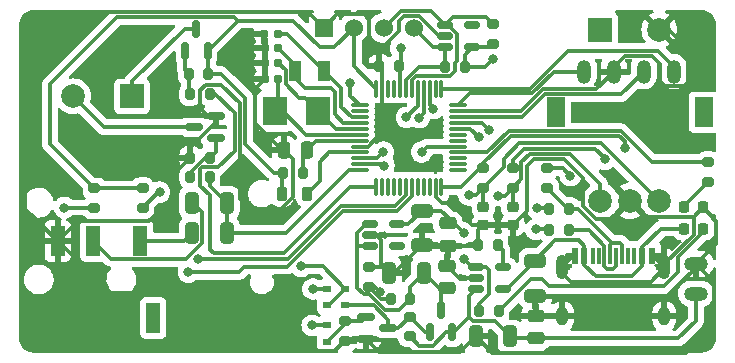
<source format=gbr>
%TF.GenerationSoftware,KiCad,Pcbnew,(6.0.2)*%
%TF.CreationDate,2022-04-09T20:57:27+08:00*%
%TF.ProjectId,Morse_code_PCB,4d6f7273-655f-4636-9f64-655f5043422e,rev?*%
%TF.SameCoordinates,Original*%
%TF.FileFunction,Copper,L1,Top*%
%TF.FilePolarity,Positive*%
%FSLAX46Y46*%
G04 Gerber Fmt 4.6, Leading zero omitted, Abs format (unit mm)*
G04 Created by KiCad (PCBNEW (6.0.2)) date 2022-04-09 20:57:27*
%MOMM*%
%LPD*%
G01*
G04 APERTURE LIST*
G04 Aperture macros list*
%AMRoundRect*
0 Rectangle with rounded corners*
0 $1 Rounding radius*
0 $2 $3 $4 $5 $6 $7 $8 $9 X,Y pos of 4 corners*
0 Add a 4 corners polygon primitive as box body*
4,1,4,$2,$3,$4,$5,$6,$7,$8,$9,$2,$3,0*
0 Add four circle primitives for the rounded corners*
1,1,$1+$1,$2,$3*
1,1,$1+$1,$4,$5*
1,1,$1+$1,$6,$7*
1,1,$1+$1,$8,$9*
0 Add four rect primitives between the rounded corners*
20,1,$1+$1,$2,$3,$4,$5,0*
20,1,$1+$1,$4,$5,$6,$7,0*
20,1,$1+$1,$6,$7,$8,$9,0*
20,1,$1+$1,$8,$9,$2,$3,0*%
G04 Aperture macros list end*
%TA.AperFunction,SMDPad,CuDef*%
%ADD10RoundRect,0.225000X-0.250000X0.225000X-0.250000X-0.225000X0.250000X-0.225000X0.250000X0.225000X0*%
%TD*%
%TA.AperFunction,SMDPad,CuDef*%
%ADD11RoundRect,0.155000X-0.212500X-0.155000X0.212500X-0.155000X0.212500X0.155000X-0.212500X0.155000X0*%
%TD*%
%TA.AperFunction,SMDPad,CuDef*%
%ADD12RoundRect,0.200000X-0.275000X0.200000X-0.275000X-0.200000X0.275000X-0.200000X0.275000X0.200000X0*%
%TD*%
%TA.AperFunction,SMDPad,CuDef*%
%ADD13RoundRect,0.200000X0.200000X0.275000X-0.200000X0.275000X-0.200000X-0.275000X0.200000X-0.275000X0*%
%TD*%
%TA.AperFunction,SMDPad,CuDef*%
%ADD14RoundRect,0.150000X0.587500X0.150000X-0.587500X0.150000X-0.587500X-0.150000X0.587500X-0.150000X0*%
%TD*%
%TA.AperFunction,ComponentPad*%
%ADD15R,2.000000X2.000000*%
%TD*%
%TA.AperFunction,ComponentPad*%
%ADD16C,2.000000*%
%TD*%
%TA.AperFunction,SMDPad,CuDef*%
%ADD17RoundRect,0.200000X-0.200000X-0.275000X0.200000X-0.275000X0.200000X0.275000X-0.200000X0.275000X0*%
%TD*%
%TA.AperFunction,SMDPad,CuDef*%
%ADD18R,1.000000X1.800000*%
%TD*%
%TA.AperFunction,SMDPad,CuDef*%
%ADD19RoundRect,0.075000X-0.662500X-0.075000X0.662500X-0.075000X0.662500X0.075000X-0.662500X0.075000X0*%
%TD*%
%TA.AperFunction,SMDPad,CuDef*%
%ADD20RoundRect,0.075000X-0.075000X-0.662500X0.075000X-0.662500X0.075000X0.662500X-0.075000X0.662500X0*%
%TD*%
%TA.AperFunction,ComponentPad*%
%ADD21O,2.000000X1.200000*%
%TD*%
%TA.AperFunction,SMDPad,CuDef*%
%ADD22R,0.700000X0.600000*%
%TD*%
%TA.AperFunction,SMDPad,CuDef*%
%ADD23RoundRect,0.218750X-0.218750X-0.381250X0.218750X-0.381250X0.218750X0.381250X-0.218750X0.381250X0*%
%TD*%
%TA.AperFunction,ComponentPad*%
%ADD24R,1.500000X2.500000*%
%TD*%
%TA.AperFunction,SMDPad,CuDef*%
%ADD25RoundRect,0.250000X0.325000X0.650000X-0.325000X0.650000X-0.325000X-0.650000X0.325000X-0.650000X0*%
%TD*%
%TA.AperFunction,SMDPad,CuDef*%
%ADD26RoundRect,0.250000X-0.650000X0.325000X-0.650000X-0.325000X0.650000X-0.325000X0.650000X0.325000X0*%
%TD*%
%TA.AperFunction,SMDPad,CuDef*%
%ADD27RoundRect,0.250000X-0.325000X-0.650000X0.325000X-0.650000X0.325000X0.650000X-0.325000X0.650000X0*%
%TD*%
%TA.AperFunction,SMDPad,CuDef*%
%ADD28RoundRect,0.218750X0.218750X0.256250X-0.218750X0.256250X-0.218750X-0.256250X0.218750X-0.256250X0*%
%TD*%
%TA.AperFunction,SMDPad,CuDef*%
%ADD29RoundRect,0.200000X0.275000X-0.200000X0.275000X0.200000X-0.275000X0.200000X-0.275000X-0.200000X0*%
%TD*%
%TA.AperFunction,SMDPad,CuDef*%
%ADD30RoundRect,0.150000X-0.512500X-0.150000X0.512500X-0.150000X0.512500X0.150000X-0.512500X0.150000X0*%
%TD*%
%TA.AperFunction,ComponentPad*%
%ADD31R,1.524000X1.524000*%
%TD*%
%TA.AperFunction,ComponentPad*%
%ADD32C,1.524000*%
%TD*%
%TA.AperFunction,SMDPad,CuDef*%
%ADD33RoundRect,0.250000X0.475000X-0.250000X0.475000X0.250000X-0.475000X0.250000X-0.475000X-0.250000X0*%
%TD*%
%TA.AperFunction,SMDPad,CuDef*%
%ADD34R,0.600000X1.450000*%
%TD*%
%TA.AperFunction,SMDPad,CuDef*%
%ADD35R,0.300000X1.450000*%
%TD*%
%TA.AperFunction,ComponentPad*%
%ADD36O,1.000000X2.100000*%
%TD*%
%TA.AperFunction,ComponentPad*%
%ADD37O,1.000000X1.600000*%
%TD*%
%TA.AperFunction,SMDPad,CuDef*%
%ADD38R,1.200000X2.500000*%
%TD*%
%TA.AperFunction,SMDPad,CuDef*%
%ADD39RoundRect,0.250000X0.250000X0.475000X-0.250000X0.475000X-0.250000X-0.475000X0.250000X-0.475000X0*%
%TD*%
%TA.AperFunction,SMDPad,CuDef*%
%ADD40RoundRect,0.150000X0.150000X-0.587500X0.150000X0.587500X-0.150000X0.587500X-0.150000X-0.587500X0*%
%TD*%
%TA.AperFunction,SMDPad,CuDef*%
%ADD41R,2.000000X2.400000*%
%TD*%
%TA.AperFunction,SMDPad,CuDef*%
%ADD42RoundRect,0.150000X-0.587500X-0.150000X0.587500X-0.150000X0.587500X0.150000X-0.587500X0.150000X0*%
%TD*%
%TA.AperFunction,SMDPad,CuDef*%
%ADD43RoundRect,0.250000X-0.475000X0.250000X-0.475000X-0.250000X0.475000X-0.250000X0.475000X0.250000X0*%
%TD*%
%TA.AperFunction,ComponentPad*%
%ADD44O,1.200000X2.000000*%
%TD*%
%TA.AperFunction,ViaPad*%
%ADD45C,0.800000*%
%TD*%
%TA.AperFunction,Conductor*%
%ADD46C,0.300000*%
%TD*%
G04 APERTURE END LIST*
D10*
%TO.P,C2,1*%
%TO.N,EN_A*%
X112300000Y-149125000D03*
%TO.P,C2,2*%
%TO.N,GND*%
X112300000Y-150675000D03*
%TD*%
D11*
%TO.P,C16,1*%
%TO.N,GND*%
X91282500Y-135720000D03*
%TO.P,C16,2*%
%TO.N,Net-(U7-Pad4)*%
X92417500Y-135720000D03*
%TD*%
D12*
%TO.P,R19,1*%
%TO.N,IIC_SCL*%
X110600000Y-133675000D03*
%TO.P,R19,2*%
%TO.N,VCC*%
X110600000Y-135325000D03*
%TD*%
D13*
%TO.P,R21,1*%
%TO.N,MUTE*%
X86625000Y-139600000D03*
%TO.P,R21,2*%
%TO.N,Net-(Q4-Pad1)*%
X84975000Y-139600000D03*
%TD*%
D14*
%TO.P,Q3,1,G*%
%TO.N,Net-(Q3-Pad1)*%
X87137500Y-143350000D03*
%TO.P,Q3,2,S*%
%TO.N,GND*%
X87137500Y-141450000D03*
%TO.P,Q3,3,D*%
%TO.N,Net-(BZ1-Pad2)*%
X85262500Y-142400000D03*
%TD*%
D15*
%TO.P,BZ1,1,-*%
%TO.N,Net-(BZ1-Pad1)*%
X80070785Y-139800000D03*
D16*
%TO.P,BZ1,2,+*%
%TO.N,Net-(BZ1-Pad2)*%
X75070785Y-139800000D03*
%TD*%
D17*
%TO.P,R20,1*%
%TO.N,Net-(Q4-Pad1)*%
X84875000Y-137900000D03*
%TO.P,R20,2*%
%TO.N,VCC*%
X86525000Y-137900000D03*
%TD*%
D18*
%TO.P,Y2,1,1*%
%TO.N,Net-(U7-Pad4)*%
X93830000Y-137640000D03*
%TO.P,Y2,2,2*%
%TO.N,Net-(U7-Pad3)*%
X96330000Y-137640000D03*
%TD*%
D19*
%TO.P,U7,1,VBAT*%
%TO.N,Net-(BT1-Pad1)*%
X99337500Y-140550000D03*
%TO.P,U7,2,PC13*%
%TO.N,unconnected-(U7-Pad2)*%
X99337500Y-141050000D03*
%TO.P,U7,3,PC14*%
%TO.N,Net-(U7-Pad3)*%
X99337500Y-141550000D03*
%TO.P,U7,4,PC15*%
%TO.N,Net-(U7-Pad4)*%
X99337500Y-142050000D03*
%TO.P,U7,5,PD0*%
%TO.N,Net-(U7-Pad5)*%
X99337500Y-142550000D03*
%TO.P,U7,6,PD1*%
%TO.N,Net-(U7-Pad6)*%
X99337500Y-143050000D03*
%TO.P,U7,7,NRST*%
%TO.N,Net-(U7-Pad7)*%
X99337500Y-143550000D03*
%TO.P,U7,8,VSSA*%
%TO.N,GND*%
X99337500Y-144050000D03*
%TO.P,U7,9,VDDA*%
%TO.N,Net-(U7-Pad9)*%
X99337500Y-144550000D03*
%TO.P,U7,10,PA0*%
%TO.N,BAT_ADC*%
X99337500Y-145050000D03*
%TO.P,U7,11,PA1*%
%TO.N,BAT_CHG_DET*%
X99337500Y-145550000D03*
%TO.P,U7,12,PA2*%
%TO.N,PWM*%
X99337500Y-146050000D03*
D20*
%TO.P,U7,13,PA3*%
%TO.N,MUTE*%
X100750000Y-147462500D03*
%TO.P,U7,14,PA4*%
%TO.N,unconnected-(U7-Pad14)*%
X101250000Y-147462500D03*
%TO.P,U7,15,PA5*%
%TO.N,unconnected-(U7-Pad15)*%
X101750000Y-147462500D03*
%TO.P,U7,16,PA6*%
%TO.N,unconnected-(U7-Pad16)*%
X102250000Y-147462500D03*
%TO.P,U7,17,PA7*%
%TO.N,unconnected-(U7-Pad17)*%
X102750000Y-147462500D03*
%TO.P,U7,18,PB0*%
%TO.N,TICK_A*%
X103250000Y-147462500D03*
%TO.P,U7,19,PB1*%
%TO.N,TICK_B*%
X103750000Y-147462500D03*
%TO.P,U7,20,PB2*%
%TO.N,unconnected-(U7-Pad20)*%
X104250000Y-147462500D03*
%TO.P,U7,21,PB10*%
%TO.N,unconnected-(U7-Pad21)*%
X104750000Y-147462500D03*
%TO.P,U7,22,PB11*%
%TO.N,unconnected-(U7-Pad22)*%
X105250000Y-147462500D03*
%TO.P,U7,23,VSS*%
%TO.N,GND*%
X105750000Y-147462500D03*
%TO.P,U7,24,VDD*%
%TO.N,VCC*%
X106250000Y-147462500D03*
D19*
%TO.P,U7,25,PB12*%
%TO.N,unconnected-(U7-Pad25)*%
X107662500Y-146050000D03*
%TO.P,U7,26,PB13*%
%TO.N,unconnected-(U7-Pad26)*%
X107662500Y-145550000D03*
%TO.P,U7,27,PB14*%
%TO.N,unconnected-(U7-Pad27)*%
X107662500Y-145050000D03*
%TO.P,U7,28,PB15*%
%TO.N,RUN_LED*%
X107662500Y-144550000D03*
%TO.P,U7,29,PA8*%
%TO.N,PWR_EN*%
X107662500Y-144050000D03*
%TO.P,U7,30,PA9*%
%TO.N,RXD*%
X107662500Y-143550000D03*
%TO.P,U7,31,PA10*%
%TO.N,TXD*%
X107662500Y-143050000D03*
%TO.P,U7,32,PA11*%
%TO.N,USB_DN*%
X107662500Y-142550000D03*
%TO.P,U7,33,PA12*%
%TO.N,USB_DP*%
X107662500Y-142050000D03*
%TO.P,U7,34,PA13*%
%TO.N,SW_D*%
X107662500Y-141550000D03*
%TO.P,U7,35,VSS*%
%TO.N,GND*%
X107662500Y-141050000D03*
%TO.P,U7,36,VDD*%
%TO.N,VCC*%
X107662500Y-140550000D03*
D20*
%TO.P,U7,37,PA14*%
%TO.N,SW_L*%
X106250000Y-139137500D03*
%TO.P,U7,38,PA15*%
%TO.N,unconnected-(U7-Pad38)*%
X105750000Y-139137500D03*
%TO.P,U7,39,PB3*%
%TO.N,K1_DET*%
X105250000Y-139137500D03*
%TO.P,U7,40,PB4*%
%TO.N,EN_A*%
X104750000Y-139137500D03*
%TO.P,U7,41,PB5*%
%TO.N,EN_B*%
X104250000Y-139137500D03*
%TO.P,U7,42,PB6*%
%TO.N,IIC_SCL*%
X103750000Y-139137500D03*
%TO.P,U7,43,PB7*%
%TO.N,IIC_SDL*%
X103250000Y-139137500D03*
%TO.P,U7,44,BOOT0*%
%TO.N,Net-(U7-Pad44)*%
X102750000Y-139137500D03*
%TO.P,U7,45,PB8*%
%TO.N,unconnected-(U7-Pad45)*%
X102250000Y-139137500D03*
%TO.P,U7,46,PB9*%
%TO.N,unconnected-(U7-Pad46)*%
X101750000Y-139137500D03*
%TO.P,U7,47,VSS*%
%TO.N,GND*%
X101250000Y-139137500D03*
%TO.P,U7,48,VDD*%
%TO.N,VCC*%
X100750000Y-139137500D03*
%TD*%
D21*
%TO.P,J4,1,Pin_1*%
%TO.N,BAT_IN*%
X127800000Y-156500000D03*
%TO.P,J4,2,Pin_2*%
%TO.N,GND*%
X127800000Y-153960000D03*
%TD*%
D17*
%TO.P,R18,1*%
%TO.N,IIC_SDL*%
X106575000Y-137300000D03*
%TO.P,R18,2*%
%TO.N,VCC*%
X108225000Y-137300000D03*
%TD*%
D11*
%TO.P,C14,1*%
%TO.N,GND*%
X91272500Y-138330000D03*
%TO.P,C14,2*%
%TO.N,Net-(U7-Pad6)*%
X92407500Y-138330000D03*
%TD*%
D22*
%TO.P,D1,1,K*%
%TO.N,Net-(D1-Pad1)*%
X96570000Y-160570000D03*
%TO.P,D1,2,A*%
%TO.N,PWR_EN*%
X96570000Y-159170000D03*
%TD*%
D13*
%TO.P,R8,1*%
%TO.N,Net-(C8-Pad1)*%
X103615000Y-156920000D03*
%TO.P,R8,2*%
%TO.N,BAT_ADC*%
X101965000Y-156920000D03*
%TD*%
D17*
%TO.P,R17,1*%
%TO.N,GND*%
X84975000Y-145000000D03*
%TO.P,R17,2*%
%TO.N,Net-(Q3-Pad1)*%
X86625000Y-145000000D03*
%TD*%
D10*
%TO.P,C3,1*%
%TO.N,EN_B*%
X109800000Y-149125000D03*
%TO.P,C3,2*%
%TO.N,GND*%
X109800000Y-150675000D03*
%TD*%
D13*
%TO.P,R2,1*%
%TO.N,Net-(U7-Pad7)*%
X94505000Y-146280000D03*
%TO.P,R2,2*%
%TO.N,VCC*%
X92855000Y-146280000D03*
%TD*%
D23*
%TO.P,L1,1,1*%
%TO.N,VCC*%
X92757500Y-148040000D03*
%TO.P,L1,2,2*%
%TO.N,Net-(U7-Pad9)*%
X94882500Y-148040000D03*
%TD*%
D24*
%TO.P,SW1,6*%
%TO.N,N/C*%
X115950000Y-141150000D03*
%TO.P,SW1,7*%
X128450000Y-141150000D03*
D16*
%TO.P,SW1,A,A*%
%TO.N,EN_A*%
X119700000Y-148650000D03*
%TO.P,SW1,B,B*%
%TO.N,EN_B*%
X124700000Y-148650000D03*
%TO.P,SW1,C,C*%
%TO.N,GND*%
X122200000Y-148650000D03*
D15*
%TO.P,SW1,S1,S1*%
%TO.N,K1*%
X119700000Y-134150000D03*
D16*
%TO.P,SW1,S2,S2*%
%TO.N,GND*%
X124700000Y-134150000D03*
%TD*%
D25*
%TO.P,C8,1*%
%TO.N,Net-(C8-Pad1)*%
X104775000Y-154750000D03*
%TO.P,C8,2*%
%TO.N,GND*%
X101825000Y-154750000D03*
%TD*%
D26*
%TO.P,C5,1*%
%TO.N,USB_VCC*%
X114200000Y-153725000D03*
%TO.P,C5,2*%
%TO.N,GND*%
X114200000Y-156675000D03*
%TD*%
D27*
%TO.P,C13,1*%
%TO.N,Net-(C13-Pad1)*%
X85125000Y-151350000D03*
%TO.P,C13,2*%
%TO.N,PWM*%
X88075000Y-151350000D03*
%TD*%
D25*
%TO.P,C6,1*%
%TO.N,BAT_IN*%
X112095000Y-160130000D03*
%TO.P,C6,2*%
%TO.N,GND*%
X109145000Y-160130000D03*
%TD*%
D22*
%TO.P,D5,1,K*%
%TO.N,K1*%
X96600000Y-157500000D03*
%TO.P,D5,2,A*%
%TO.N,K1_DET*%
X96600000Y-156100000D03*
%TD*%
D28*
%TO.P,D3,1,K*%
%TO.N,Net-(D3-Pad1)*%
X128387500Y-151000000D03*
%TO.P,D3,2,A*%
%TO.N,USB_VCC*%
X126812500Y-151000000D03*
%TD*%
D29*
%TO.P,R13,1*%
%TO.N,Net-(R13-Pad1)*%
X115200000Y-147525000D03*
%TO.P,R13,2*%
%TO.N,VCC*%
X115200000Y-145875000D03*
%TD*%
D30*
%TO.P,U3,1,STAT*%
%TO.N,BAT_CHG_DET*%
X109162500Y-154250000D03*
%TO.P,U3,2,VSS*%
%TO.N,GND*%
X109162500Y-155200000D03*
%TO.P,U3,3,VBAT*%
%TO.N,BAT_IN*%
X109162500Y-156150000D03*
%TO.P,U3,4,VDD*%
%TO.N,USB_VCC*%
X111437500Y-156150000D03*
%TO.P,U3,5,PROG*%
%TO.N,Net-(R5-Pad2)*%
X111437500Y-154250000D03*
%TD*%
D31*
%TO.P,U2,1,GND*%
%TO.N,GND*%
X96295000Y-133995000D03*
D32*
%TO.P,U2,2,VCC*%
%TO.N,VCC*%
X98835000Y-133995000D03*
%TO.P,U2,3,SCL*%
%TO.N,IIC_SCL*%
X101375000Y-133995000D03*
%TO.P,U2,4,SDL*%
%TO.N,IIC_SDL*%
X103915000Y-133995000D03*
%TD*%
D33*
%TO.P,C9,1*%
%TO.N,Net-(C8-Pad1)*%
X106700000Y-156050000D03*
%TO.P,C9,2*%
%TO.N,GND*%
X106700000Y-154150000D03*
%TD*%
D17*
%TO.P,R16,1*%
%TO.N,Net-(Q3-Pad1)*%
X84975000Y-146600000D03*
%TO.P,R16,2*%
%TO.N,PWM*%
X86625000Y-146600000D03*
%TD*%
D12*
%TO.P,R7,1*%
%TO.N,Net-(D4-Pad2)*%
X103550000Y-158455000D03*
%TO.P,R7,2*%
%TO.N,BAT_IN*%
X103550000Y-160105000D03*
%TD*%
D34*
%TO.P,J1,A1,GND*%
%TO.N,GND*%
X117550000Y-153315000D03*
%TO.P,J1,A4,VBUS*%
%TO.N,USB_VCC*%
X118350000Y-153315000D03*
D35*
%TO.P,J1,A5,CC1*%
%TO.N,unconnected-(J1-PadA5)*%
X119550000Y-153315000D03*
%TO.P,J1,A6,D+*%
%TO.N,Net-(R13-Pad1)*%
X120550000Y-153315000D03*
%TO.P,J1,A7,D-*%
%TO.N,Net-(R11-Pad2)*%
X121050000Y-153315000D03*
%TO.P,J1,A8,SBU1*%
%TO.N,unconnected-(J1-PadA8)*%
X122050000Y-153315000D03*
D34*
%TO.P,J1,A9,VBUS*%
%TO.N,USB_VCC*%
X123250000Y-153315000D03*
%TO.P,J1,A12,GND*%
%TO.N,GND*%
X124050000Y-153315000D03*
%TO.P,J1,B1,GND*%
X124050000Y-153315000D03*
%TO.P,J1,B4,VBUS*%
%TO.N,USB_VCC*%
X123250000Y-153315000D03*
D35*
%TO.P,J1,B5,CC2*%
%TO.N,unconnected-(J1-PadB5)*%
X122550000Y-153315000D03*
%TO.P,J1,B6,D+*%
%TO.N,Net-(R13-Pad1)*%
X121550000Y-153315000D03*
%TO.P,J1,B7,D-*%
%TO.N,Net-(R11-Pad2)*%
X120050000Y-153315000D03*
%TO.P,J1,B8,SBU2*%
%TO.N,unconnected-(J1-PadB8)*%
X119050000Y-153315000D03*
D34*
%TO.P,J1,B9,VBUS*%
%TO.N,USB_VCC*%
X118350000Y-153315000D03*
%TO.P,J1,B12,GND*%
%TO.N,GND*%
X117550000Y-153315000D03*
D36*
%TO.P,J1,S1,SHIELD*%
X116480000Y-154230000D03*
X125120000Y-154230000D03*
D37*
X125120000Y-158410000D03*
X116480000Y-158410000D03*
%TD*%
D12*
%TO.P,R6,1*%
%TO.N,Net-(D1-Pad1)*%
X98100000Y-158825000D03*
%TO.P,R6,2*%
%TO.N,GND*%
X98100000Y-160475000D03*
%TD*%
%TO.P,R24,1*%
%TO.N,RUN_LED*%
X128850000Y-145375000D03*
%TO.P,R24,2*%
%TO.N,Net-(D6-Pad2)*%
X128850000Y-147025000D03*
%TD*%
D38*
%TO.P,J3,R1*%
%TO.N,Net-(C12-Pad1)*%
X76755000Y-152050000D03*
%TO.P,J3,R2*%
%TO.N,GND*%
X73755000Y-152050000D03*
%TO.P,J3,S*%
%TO.N,unconnected-(J3-PadS)*%
X81855000Y-158550000D03*
%TO.P,J3,T*%
%TO.N,Net-(C13-Pad1)*%
X80755000Y-152050000D03*
%TD*%
D11*
%TO.P,C1,1*%
%TO.N,GND*%
X91282500Y-136960000D03*
%TO.P,C1,2*%
%TO.N,Net-(U7-Pad5)*%
X92417500Y-136960000D03*
%TD*%
%TO.P,C15,1*%
%TO.N,GND*%
X91262500Y-134520000D03*
%TO.P,C15,2*%
%TO.N,Net-(U7-Pad3)*%
X92397500Y-134520000D03*
%TD*%
D12*
%TO.P,R23,1*%
%TO.N,VCC*%
X80950000Y-147575000D03*
%TO.P,R23,2*%
%TO.N,TICK_B*%
X80950000Y-149225000D03*
%TD*%
D17*
%TO.P,R12,1*%
%TO.N,USB_DP*%
X115375000Y-149300000D03*
%TO.P,R12,2*%
%TO.N,Net-(R13-Pad1)*%
X117025000Y-149300000D03*
%TD*%
D39*
%TO.P,C17,1*%
%TO.N,Net-(U7-Pad7)*%
X94830000Y-144370000D03*
%TO.P,C17,2*%
%TO.N,GND*%
X92930000Y-144370000D03*
%TD*%
D17*
%TO.P,R11,1*%
%TO.N,USB_DN*%
X115375000Y-151100000D03*
%TO.P,R11,2*%
%TO.N,Net-(R11-Pad2)*%
X117025000Y-151100000D03*
%TD*%
D13*
%TO.P,R10,1*%
%TO.N,Net-(D3-Pad1)*%
X111100000Y-158000000D03*
%TO.P,R10,2*%
%TO.N,BAT_CHG_DET*%
X109450000Y-158000000D03*
%TD*%
D17*
%TO.P,R1,1*%
%TO.N,GND*%
X101005000Y-137190000D03*
%TO.P,R1,2*%
%TO.N,Net-(U7-Pad44)*%
X102655000Y-137190000D03*
%TD*%
D12*
%TO.P,R22,1*%
%TO.N,VCC*%
X76850000Y-147600000D03*
%TO.P,R22,2*%
%TO.N,TICK_A*%
X76850000Y-149250000D03*
%TD*%
D22*
%TO.P,D4,1,K*%
%TO.N,K1*%
X98110000Y-156090000D03*
%TO.P,D4,2,A*%
%TO.N,Net-(D4-Pad2)*%
X98110000Y-157490000D03*
%TD*%
D40*
%TO.P,Q4,1,G*%
%TO.N,Net-(Q4-Pad1)*%
X84550000Y-135937500D03*
%TO.P,Q4,2,S*%
%TO.N,VCC*%
X86450000Y-135937500D03*
%TO.P,Q4,3,D*%
%TO.N,Net-(BZ1-Pad1)*%
X85500000Y-134062500D03*
%TD*%
D30*
%TO.P,U6,1,SCL*%
%TO.N,IIC_SCL*%
X106562500Y-133750000D03*
%TO.P,U6,2,GND*%
%TO.N,GND*%
X106562500Y-134700000D03*
%TO.P,U6,3,SDA*%
%TO.N,IIC_SDL*%
X106562500Y-135650000D03*
%TO.P,U6,4,VCC*%
%TO.N,VCC*%
X108837500Y-135650000D03*
%TO.P,U6,5,NC*%
%TO.N,unconnected-(U6-Pad5)*%
X108837500Y-133750000D03*
%TD*%
D29*
%TO.P,R3,1*%
%TO.N,EN_A*%
X112300000Y-147525000D03*
%TO.P,R3,2*%
%TO.N,VCC*%
X112300000Y-145875000D03*
%TD*%
D41*
%TO.P,Y1,1,1*%
%TO.N,Net-(U7-Pad6)*%
X92130000Y-141070000D03*
%TO.P,Y1,2,2*%
%TO.N,Net-(U7-Pad5)*%
X95830000Y-141070000D03*
%TD*%
D30*
%TO.P,U5,1,IN*%
%TO.N,Net-(C8-Pad1)*%
X100182500Y-150590000D03*
%TO.P,U5,2,GND*%
%TO.N,GND*%
X100182500Y-151540000D03*
%TO.P,U5,3,EN*%
%TO.N,Net-(C8-Pad1)*%
X100182500Y-152490000D03*
%TO.P,U5,4,NC*%
%TO.N,unconnected-(U5-Pad4)*%
X102457500Y-152490000D03*
%TO.P,U5,5,OUT*%
%TO.N,VCC*%
X102457500Y-150590000D03*
%TD*%
D33*
%TO.P,C7,1*%
%TO.N,BAT_IN*%
X114260000Y-160290000D03*
%TO.P,C7,2*%
%TO.N,GND*%
X114260000Y-158390000D03*
%TD*%
D28*
%TO.P,D6,1,K*%
%TO.N,GND*%
X128387500Y-149200000D03*
%TO.P,D6,2,A*%
%TO.N,Net-(D6-Pad2)*%
X126812500Y-149200000D03*
%TD*%
D29*
%TO.P,R9,1*%
%TO.N,BAT_ADC*%
X100120000Y-155905000D03*
%TO.P,R9,2*%
%TO.N,GND*%
X100120000Y-154255000D03*
%TD*%
%TO.P,R4,1*%
%TO.N,EN_B*%
X109800000Y-147525000D03*
%TO.P,R4,2*%
%TO.N,VCC*%
X109800000Y-145875000D03*
%TD*%
D40*
%TO.P,Q2,1,G*%
%TO.N,Net-(D4-Pad2)*%
X105240000Y-159777500D03*
%TO.P,Q2,2,S*%
%TO.N,BAT_IN*%
X107140000Y-159777500D03*
%TO.P,Q2,3,D*%
%TO.N,Net-(C8-Pad1)*%
X106190000Y-157902500D03*
%TD*%
D27*
%TO.P,C12,1*%
%TO.N,Net-(C12-Pad1)*%
X85125000Y-148800000D03*
%TO.P,C12,2*%
%TO.N,PWM*%
X88075000Y-148800000D03*
%TD*%
D42*
%TO.P,Q1,1,G*%
%TO.N,Net-(D1-Pad1)*%
X99882500Y-158480000D03*
%TO.P,Q1,2,S*%
%TO.N,GND*%
X99882500Y-160380000D03*
%TO.P,Q1,3,D*%
%TO.N,Net-(D4-Pad2)*%
X101757500Y-159430000D03*
%TD*%
D26*
%TO.P,C10,1*%
%TO.N,VCC*%
X104580000Y-149465000D03*
%TO.P,C10,2*%
%TO.N,GND*%
X104580000Y-152415000D03*
%TD*%
D43*
%TO.P,C11,1*%
%TO.N,VCC*%
X106790000Y-150560000D03*
%TO.P,C11,2*%
%TO.N,GND*%
X106790000Y-152460000D03*
%TD*%
D17*
%TO.P,R5,1*%
%TO.N,GND*%
X109350000Y-152400000D03*
%TO.P,R5,2*%
%TO.N,Net-(R5-Pad2)*%
X111000000Y-152400000D03*
%TD*%
D44*
%TO.P,J5,1,Pin_1*%
%TO.N,VCC*%
X118290000Y-137700000D03*
%TO.P,J5,2,Pin_2*%
%TO.N,GND*%
X120830000Y-137700000D03*
%TO.P,J5,3,Pin_3*%
%TO.N,SW_D*%
X123370000Y-137700000D03*
%TO.P,J5,4,Pin_4*%
%TO.N,SW_L*%
X125910000Y-137700000D03*
%TD*%
D45*
%TO.N,Net-(BT1-Pad1)*%
X98550000Y-138650000D03*
%TO.N,VCC*%
X108140000Y-151350000D03*
X120060000Y-145140000D03*
X121770000Y-144210000D03*
X117160000Y-146520000D03*
X110580000Y-136670000D03*
%TO.N,PWR_EN*%
X104570000Y-144510000D03*
X95300000Y-159190000D03*
%TO.N,K1*%
X94370000Y-154190000D03*
%TO.N,K1_DET*%
X95370000Y-156100000D03*
X105550000Y-140830000D03*
%TO.N,TICK_B*%
X84830000Y-154680000D03*
X82380000Y-147910000D03*
%TO.N,TICK_A*%
X85640000Y-153570500D03*
X74320000Y-149210000D03*
%TO.N,EN_A*%
X111040000Y-148200000D03*
X104380000Y-141590000D03*
%TO.N,EN_B*%
X103280000Y-141570000D03*
X108560000Y-148150000D03*
%TO.N,BAT_ADC*%
X101090000Y-156390000D03*
X101336477Y-144522055D03*
%TO.N,BAT_CHG_DET*%
X108160000Y-153560000D03*
X101380000Y-145670000D03*
%TO.N,Net-(U7-Pad44)*%
X102810000Y-135740000D03*
%TO.N,USB_DN*%
X114260000Y-151060000D03*
X109410000Y-143250000D03*
%TO.N,USB_DP*%
X114360000Y-149260000D03*
X110260000Y-142660000D03*
%TD*%
D46*
%TO.N,Net-(BZ1-Pad1)*%
X84508285Y-134062500D02*
X85500000Y-134062500D01*
X80070785Y-138500000D02*
X84508285Y-134062500D01*
X80070785Y-139800000D02*
X80070785Y-138500000D01*
%TO.N,Net-(BZ1-Pad2)*%
X77670785Y-142400000D02*
X75070785Y-139800000D01*
X85262500Y-142400000D02*
X77670785Y-142400000D01*
%TO.N,GND*%
X113460000Y-149515000D02*
X113460000Y-145690000D01*
X114835986Y-139200000D02*
X119330000Y-139200000D01*
X127600000Y-149987500D02*
X128387500Y-149200000D01*
X100090000Y-133280000D02*
X99660000Y-132850000D01*
X102245000Y-154750000D02*
X104580000Y-152415000D01*
X71005479Y-138844521D02*
X71005479Y-149300479D01*
X71005479Y-149300479D02*
X73755000Y-152050000D01*
X116480000Y-154230000D02*
X116480000Y-154780000D01*
X100780000Y-151540000D02*
X101160000Y-151920000D01*
X87137500Y-141982500D02*
X84975000Y-144145000D01*
X96295000Y-133975000D02*
X96295000Y-133995000D01*
X87590000Y-138810000D02*
X86304283Y-138810000D01*
X92930000Y-144370000D02*
X93700000Y-145140000D01*
X100922500Y-161420000D02*
X99882500Y-160380000D01*
X125530000Y-134150000D02*
X124700000Y-134150000D01*
X92730978Y-144370000D02*
X90450000Y-142089022D01*
X89180000Y-140400000D02*
X87590000Y-138810000D01*
X124050000Y-136340000D02*
X124730000Y-137020000D01*
X78154521Y-156449521D02*
X87879521Y-156449521D01*
X120680000Y-150170000D02*
X122200000Y-148650000D01*
X83490000Y-148300000D02*
X83490000Y-146485000D01*
X75465000Y-150340000D02*
X81450000Y-150340000D01*
X100090000Y-135040000D02*
X100090000Y-133280000D01*
X127010480Y-138949520D02*
X127130000Y-138830000D01*
X101005000Y-135955000D02*
X101005000Y-137190000D01*
X121790000Y-136340000D02*
X124050000Y-136340000D01*
X129330000Y-159150000D02*
X129330000Y-155490000D01*
X109290000Y-152460000D02*
X109350000Y-152400000D01*
X73755000Y-152050000D02*
X75465000Y-150340000D01*
X127800000Y-154300000D02*
X127800000Y-153960000D01*
X116460000Y-158390000D02*
X116480000Y-158410000D01*
X100033940Y-144050000D02*
X101250000Y-142833940D01*
X81450000Y-150340000D02*
X83490000Y-148300000D01*
X116480000Y-154780000D02*
X117184521Y-155484521D01*
X102670000Y-134290000D02*
X101005000Y-135955000D01*
X93700000Y-148359733D02*
X92529733Y-149530000D01*
X120830000Y-137700000D02*
X120830000Y-137300000D01*
X109162500Y-155200000D02*
X107750000Y-155200000D01*
X114260000Y-158390000D02*
X116460000Y-158390000D01*
X101250000Y-139137500D02*
X101250000Y-137435000D01*
X119330000Y-139200000D02*
X120830000Y-137700000D01*
X118270000Y-149100000D02*
X119340000Y-150170000D01*
X101250000Y-142833940D02*
X101250000Y-139137500D01*
X108835000Y-150675000D02*
X109800000Y-150675000D01*
X116480000Y-158410000D02*
X125120000Y-158410000D01*
X114070978Y-145079022D02*
X116637556Y-145079022D01*
X112300000Y-150675000D02*
X113460000Y-149515000D01*
X127600000Y-151500000D02*
X127600000Y-149987500D01*
X92830000Y-161400000D02*
X97175000Y-161400000D01*
X101160000Y-154085000D02*
X101825000Y-154750000D01*
X124730000Y-137020000D02*
X124730000Y-138490000D01*
X129500000Y-152260000D02*
X129500000Y-150312500D01*
X112300000Y-150675000D02*
X109800000Y-150675000D01*
X125120000Y-154230000D02*
X125120000Y-153980000D01*
X104343489Y-132983489D02*
X103096511Y-132983489D01*
X105750000Y-148300000D02*
X106280000Y-148830000D01*
X73755000Y-152050000D02*
X78154521Y-156449521D01*
X124730000Y-138490000D02*
X125189520Y-138949520D01*
X105750000Y-147462500D02*
X105750000Y-148300000D01*
X123990108Y-155484521D02*
X125120000Y-154354629D01*
X99337500Y-144050000D02*
X100033940Y-144050000D01*
X86304283Y-138810000D02*
X85840000Y-139274283D01*
X118270000Y-146711466D02*
X118270000Y-149100000D01*
X106790000Y-152460000D02*
X104625000Y-152460000D01*
X106060000Y-134700000D02*
X104343489Y-132983489D01*
X90450000Y-142089022D02*
X90450000Y-139152500D01*
X109800000Y-150675000D02*
X109800000Y-150700000D01*
X101825000Y-154750000D02*
X102245000Y-154750000D01*
X96295000Y-133995000D02*
X94975969Y-132675969D01*
X106562500Y-134700000D02*
X106060000Y-134700000D01*
X104625000Y-152460000D02*
X104580000Y-152415000D01*
X125120000Y-154354629D02*
X125120000Y-154230000D01*
X93700000Y-145140000D02*
X93700000Y-148359733D01*
X117395000Y-153315000D02*
X116480000Y-154230000D01*
X101250000Y-137435000D02*
X101005000Y-137190000D01*
X109145000Y-160130000D02*
X107855000Y-161420000D01*
X117184521Y-155484521D02*
X123990108Y-155484521D01*
X106990000Y-148830000D02*
X108835000Y-150675000D01*
X119340000Y-150170000D02*
X120680000Y-150170000D01*
X106790000Y-152460000D02*
X109290000Y-152460000D01*
X117550000Y-153315000D02*
X117395000Y-153315000D01*
X106700000Y-154150000D02*
X106700000Y-152550000D01*
X90255752Y-149530000D02*
X89180000Y-148454248D01*
X86480000Y-141450000D02*
X87137500Y-141450000D01*
X85840000Y-139274283D02*
X85840000Y-140810000D01*
X94975969Y-132675969D02*
X77174031Y-132675969D01*
X113460000Y-145690000D02*
X114070978Y-145079022D01*
X114200000Y-158330000D02*
X114260000Y-158390000D01*
X102670000Y-133410000D02*
X102670000Y-134290000D01*
X107750000Y-155200000D02*
X106700000Y-154150000D01*
X127130000Y-135750000D02*
X125530000Y-134150000D01*
X129500000Y-150312500D02*
X128387500Y-149200000D01*
X107855000Y-161420000D02*
X100922500Y-161420000D01*
X87879521Y-156449521D02*
X92830000Y-161400000D01*
X126990000Y-161490000D02*
X129330000Y-159150000D01*
X124205000Y-153315000D02*
X125120000Y-154230000D01*
X77174031Y-132675969D02*
X71005479Y-138844521D01*
X125189520Y-138949520D02*
X127010480Y-138949520D01*
X125120000Y-158410000D02*
X125120000Y-156980000D01*
X125120000Y-153980000D02*
X127600000Y-151500000D01*
X89180000Y-148454248D02*
X89180000Y-140400000D01*
X120830000Y-137300000D02*
X121790000Y-136340000D01*
X112985986Y-141050000D02*
X114835986Y-139200000D01*
X127130000Y-138830000D02*
X127130000Y-135750000D01*
X107662500Y-141050000D02*
X112985986Y-141050000D01*
X116637556Y-145079022D02*
X118270000Y-146711466D01*
X84975000Y-144145000D02*
X84975000Y-145000000D01*
X98195000Y-160380000D02*
X98100000Y-160475000D01*
X101005000Y-135955000D02*
X100090000Y-135040000D01*
X124050000Y-153315000D02*
X124205000Y-153315000D01*
X100182500Y-151540000D02*
X100780000Y-151540000D01*
X109350000Y-151150000D02*
X109350000Y-152400000D01*
X87137500Y-141450000D02*
X87137500Y-141982500D01*
X106700000Y-152550000D02*
X106790000Y-152460000D01*
X91282500Y-135720000D02*
X91282500Y-136960000D01*
X129330000Y-155490000D02*
X127800000Y-153960000D01*
X97175000Y-161400000D02*
X98100000Y-160475000D01*
X92930000Y-144370000D02*
X92730978Y-144370000D01*
X109800000Y-150700000D02*
X109350000Y-151150000D01*
X85840000Y-140810000D02*
X86480000Y-141450000D01*
X127600000Y-149987500D02*
X123537500Y-149987500D01*
X90450000Y-139152500D02*
X91272500Y-138330000D01*
X125120000Y-156980000D02*
X127800000Y-154300000D01*
X91282500Y-136960000D02*
X91282500Y-138320000D01*
X92529733Y-149530000D02*
X90255752Y-149530000D01*
X99882500Y-160380000D02*
X98195000Y-160380000D01*
X110505000Y-161490000D02*
X126990000Y-161490000D01*
X103096511Y-132983489D02*
X102670000Y-133410000D01*
X106280000Y-148830000D02*
X106990000Y-148830000D01*
X123537500Y-149987500D02*
X122200000Y-148650000D01*
X91262500Y-135700000D02*
X91282500Y-135720000D01*
X97420000Y-132850000D02*
X96295000Y-133975000D01*
X99660000Y-132850000D02*
X97420000Y-132850000D01*
X91282500Y-138320000D02*
X91272500Y-138330000D01*
X91262500Y-134520000D02*
X91262500Y-135700000D01*
X127800000Y-153960000D02*
X129500000Y-152260000D01*
X114200000Y-156675000D02*
X114200000Y-158330000D01*
X100120000Y-154255000D02*
X101330000Y-154255000D01*
X109145000Y-160130000D02*
X110505000Y-161490000D01*
X83490000Y-146485000D02*
X84975000Y-145000000D01*
X101160000Y-151920000D02*
X101160000Y-154085000D01*
%TO.N,Net-(BT1-Pad1)*%
X98550000Y-139762500D02*
X99337500Y-140550000D01*
X98550000Y-138650000D02*
X98550000Y-139762500D01*
%TO.N,Net-(U7-Pad5)*%
X95830000Y-141070000D02*
X97310000Y-142550000D01*
X94670000Y-139910000D02*
X95830000Y-141070000D01*
X93050000Y-137600000D02*
X93050000Y-138759022D01*
X92417500Y-136960000D02*
X92417500Y-136967500D01*
X97310000Y-142550000D02*
X99337500Y-142550000D01*
X94200978Y-139910000D02*
X94670000Y-139910000D01*
X93050000Y-138759022D02*
X94200978Y-139910000D01*
X92417500Y-136967500D02*
X93050000Y-137600000D01*
%TO.N,USB_VCC*%
X118350000Y-153315000D02*
X118350000Y-154050000D01*
X124840978Y-151000000D02*
X126812500Y-151000000D01*
X111437500Y-156150000D02*
X111775000Y-156150000D01*
X117900000Y-152000000D02*
X118350000Y-152450000D01*
X111775000Y-156150000D02*
X114200000Y-153725000D01*
X118350000Y-154050000D02*
X119300000Y-155000000D01*
X119300000Y-155000000D02*
X122400000Y-155000000D01*
X115900000Y-152000000D02*
X117900000Y-152000000D01*
X114200000Y-153725000D02*
X114200000Y-153700000D01*
X123250000Y-153315000D02*
X123250000Y-152590978D01*
X123250000Y-154150000D02*
X123250000Y-153315000D01*
X123250000Y-152590978D02*
X124840978Y-151000000D01*
X118350000Y-152450000D02*
X118350000Y-153315000D01*
X122400000Y-155000000D02*
X123250000Y-154150000D01*
X114200000Y-153700000D02*
X115900000Y-152000000D01*
%TO.N,BAT_IN*%
X109162500Y-156150000D02*
X108600000Y-156712500D01*
X114260000Y-160290000D02*
X112255000Y-160290000D01*
X108900000Y-158800000D02*
X110765000Y-158800000D01*
X106622500Y-159777500D02*
X107140000Y-159777500D01*
X103550000Y-160105000D02*
X104345000Y-160900000D01*
X104345000Y-160900000D02*
X105500000Y-160900000D01*
X105500000Y-160900000D02*
X106622500Y-159777500D01*
X112255000Y-160290000D02*
X112095000Y-160130000D01*
X114260000Y-160290000D02*
X126310000Y-160290000D01*
X108600000Y-158500000D02*
X108900000Y-158800000D01*
X127800000Y-158800000D02*
X127800000Y-156500000D01*
X126310000Y-160290000D02*
X127800000Y-158800000D01*
X108600000Y-156712500D02*
X108600000Y-158500000D01*
X110765000Y-158800000D02*
X112095000Y-160130000D01*
X107140000Y-159777500D02*
X107322500Y-159777500D01*
X107322500Y-159777500D02*
X108600000Y-158500000D01*
%TO.N,Net-(C8-Pad1)*%
X99100000Y-152600000D02*
X99100000Y-155995717D01*
X106190000Y-156560000D02*
X106700000Y-156050000D01*
X99904994Y-150590000D02*
X99100000Y-151394994D01*
X99100000Y-155995717D02*
X99658803Y-156554520D01*
X99658803Y-156554520D02*
X100154520Y-156554520D01*
X103615000Y-156920000D02*
X103615000Y-155910000D01*
X100182500Y-152490000D02*
X99210000Y-152490000D01*
X100154520Y-156554520D02*
X101500000Y-157900000D01*
X99100000Y-151394994D02*
X99100000Y-152600000D01*
X101500000Y-157900000D02*
X102635000Y-157900000D01*
X106700000Y-156050000D02*
X106075000Y-156050000D01*
X102635000Y-157900000D02*
X103615000Y-156920000D01*
X99210000Y-152490000D02*
X99100000Y-152600000D01*
X106075000Y-156050000D02*
X104775000Y-154750000D01*
X100182500Y-150590000D02*
X99904994Y-150590000D01*
X103615000Y-155910000D02*
X104775000Y-154750000D01*
X106190000Y-157902500D02*
X106190000Y-156560000D01*
%TO.N,VCC*%
X98835000Y-137222500D02*
X98835000Y-133995000D01*
X109800000Y-145875000D02*
X109800000Y-145450000D01*
X109950000Y-137300000D02*
X110580000Y-136670000D01*
X76850000Y-147600000D02*
X80925000Y-147600000D01*
X86450000Y-135937500D02*
X89007500Y-133380000D01*
X73090000Y-143840000D02*
X76850000Y-147600000D01*
X121300000Y-143150000D02*
X121770000Y-143620000D01*
X106790000Y-150560000D02*
X107350000Y-150560000D01*
X106790000Y-150560000D02*
X106790000Y-150045000D01*
X112300000Y-145190000D02*
X113210000Y-144280000D01*
X107350000Y-150560000D02*
X108140000Y-151350000D01*
X112100000Y-143150000D02*
X121300000Y-143150000D01*
X116515000Y-145875000D02*
X117160000Y-146520000D01*
X110275000Y-135650000D02*
X110600000Y-135325000D01*
X103455000Y-150590000D02*
X104580000Y-149465000D01*
X78804520Y-133075480D02*
X73090000Y-138790000D01*
X92070000Y-146280000D02*
X89650000Y-143860000D01*
X120060000Y-145050000D02*
X120060000Y-145140000D01*
X89007500Y-133380000D02*
X93674994Y-133380000D01*
X113210000Y-144280000D02*
X119290000Y-144280000D01*
X89007500Y-133380000D02*
X88702980Y-133075480D01*
X80925000Y-147600000D02*
X80950000Y-147575000D01*
X121770000Y-143620000D02*
X121770000Y-144210000D01*
X93674994Y-133380000D02*
X95954994Y-135660000D01*
X104580000Y-149465000D02*
X106210000Y-149465000D01*
X115200000Y-145875000D02*
X116515000Y-145875000D01*
X108225000Y-137300000D02*
X108225000Y-136262500D01*
X88702980Y-133075480D02*
X78804520Y-133075480D01*
X86525000Y-137900000D02*
X86525000Y-136012500D01*
X109800000Y-145450000D02*
X112100000Y-143150000D01*
X92757500Y-146377500D02*
X92855000Y-146280000D01*
X106250000Y-147462500D02*
X107917500Y-147462500D01*
X115770993Y-137700000D02*
X113933981Y-139537011D01*
X92757500Y-148040000D02*
X92757500Y-146377500D01*
X109505000Y-145875000D02*
X109800000Y-145875000D01*
X108837500Y-135650000D02*
X110275000Y-135650000D01*
X87590000Y-137900000D02*
X86525000Y-137900000D01*
X108225000Y-136262500D02*
X108837500Y-135650000D01*
X106790000Y-150045000D02*
X106210000Y-149465000D01*
X113933981Y-139537011D02*
X108675489Y-139537011D01*
X73090000Y-138790000D02*
X73090000Y-143840000D01*
X100750000Y-139137500D02*
X98835000Y-137222500D01*
X97170000Y-135660000D02*
X98835000Y-133995000D01*
X89650000Y-139960000D02*
X87590000Y-137900000D01*
X86525000Y-136012500D02*
X86450000Y-135937500D01*
X92855000Y-146280000D02*
X92070000Y-146280000D01*
X119290000Y-144280000D02*
X120060000Y-145050000D01*
X108225000Y-137300000D02*
X109950000Y-137300000D01*
X107917500Y-147462500D02*
X109505000Y-145875000D01*
X95954994Y-135660000D02*
X97170000Y-135660000D01*
X102457500Y-150590000D02*
X103455000Y-150590000D01*
X108675489Y-139537011D02*
X107662500Y-140550000D01*
X118290000Y-137700000D02*
X115770993Y-137700000D01*
X89650000Y-143860000D02*
X89650000Y-139960000D01*
X112300000Y-145875000D02*
X112300000Y-145190000D01*
%TO.N,Net-(C12-Pad1)*%
X84606916Y-153549511D02*
X85949520Y-152206907D01*
X76755000Y-152050000D02*
X78254511Y-153549511D01*
X78254511Y-153549511D02*
X84606916Y-153549511D01*
X85949520Y-149624520D02*
X85125000Y-148800000D01*
X85949520Y-152206907D02*
X85949520Y-149624520D01*
%TO.N,PWM*%
X86625000Y-146600000D02*
X86625000Y-147350000D01*
X88075000Y-148800000D02*
X88075000Y-151350000D01*
X93110000Y-151350000D02*
X98410000Y-146050000D01*
X98410000Y-146050000D02*
X99337500Y-146050000D01*
X88075000Y-151350000D02*
X93110000Y-151350000D01*
X86625000Y-147350000D02*
X88075000Y-148800000D01*
%TO.N,Net-(C13-Pad1)*%
X80755000Y-152050000D02*
X84425000Y-152050000D01*
X84425000Y-152050000D02*
X85125000Y-151350000D01*
%TO.N,PWR_EN*%
X105030000Y-144050000D02*
X107662500Y-144050000D01*
X95320000Y-159170000D02*
X95300000Y-159190000D01*
X96570000Y-159170000D02*
X95320000Y-159170000D01*
X104570000Y-144510000D02*
X105030000Y-144050000D01*
%TO.N,Net-(D1-Pad1)*%
X98100000Y-158825000D02*
X99537500Y-158825000D01*
X98100000Y-159040000D02*
X96570000Y-160570000D01*
X98100000Y-158825000D02*
X98100000Y-159040000D01*
X99537500Y-158825000D02*
X99882500Y-158480000D01*
%TO.N,Net-(D3-Pad1)*%
X115384032Y-155884032D02*
X125075949Y-155884032D01*
X126300000Y-153364994D02*
X128387500Y-151277494D01*
X125075949Y-155884032D02*
X126300000Y-154659981D01*
X114800000Y-155300000D02*
X115384032Y-155884032D01*
X113800000Y-155300000D02*
X114800000Y-155300000D01*
X111100000Y-158000000D02*
X113800000Y-155300000D01*
X128387500Y-151277494D02*
X128387500Y-151000000D01*
X126300000Y-154659981D02*
X126300000Y-153364994D01*
%TO.N,Net-(D4-Pad2)*%
X105240000Y-159777500D02*
X104872500Y-159777500D01*
X100525006Y-157490000D02*
X101757500Y-158722494D01*
X98110000Y-157490000D02*
X100525006Y-157490000D01*
X102575000Y-159430000D02*
X103550000Y-158455000D01*
X101757500Y-158722494D02*
X101757500Y-159430000D01*
X104872500Y-159777500D02*
X103550000Y-158455000D01*
X101757500Y-159430000D02*
X102575000Y-159430000D01*
%TO.N,K1*%
X96600000Y-157500000D02*
X96700000Y-157500000D01*
X96210000Y-154190000D02*
X98110000Y-156090000D01*
X96700000Y-157500000D02*
X98110000Y-156090000D01*
X94370000Y-154190000D02*
X96210000Y-154190000D01*
%TO.N,K1_DET*%
X105250000Y-140530000D02*
X105250000Y-139137500D01*
X96600000Y-156100000D02*
X95370000Y-156100000D01*
X105550000Y-140830000D02*
X105250000Y-140530000D01*
%TO.N,Net-(D6-Pad2)*%
X126812500Y-149062500D02*
X128850000Y-147025000D01*
X126812500Y-149200000D02*
X126812500Y-149062500D01*
%TO.N,TICK_B*%
X89100000Y-154680000D02*
X84830000Y-154680000D01*
X82380000Y-147910000D02*
X82265000Y-147910000D01*
X102494422Y-149479511D02*
X97925483Y-149479511D01*
X93184994Y-154220000D02*
X89560000Y-154220000D01*
X97925483Y-149479511D02*
X93184994Y-154220000D01*
X103750000Y-148223933D02*
X102494422Y-149479511D01*
X89560000Y-154220000D02*
X89100000Y-154680000D01*
X103750000Y-147462500D02*
X103750000Y-148223933D01*
X82265000Y-147910000D02*
X80950000Y-149225000D01*
%TO.N,TICK_A*%
X97760000Y-149080000D02*
X93269500Y-153570500D01*
X103250000Y-147462500D02*
X103250000Y-148158940D01*
X103250000Y-148158940D02*
X102328940Y-149080000D01*
X93269500Y-153570500D02*
X85640000Y-153570500D01*
X102328940Y-149080000D02*
X97760000Y-149080000D01*
X74320000Y-149210000D02*
X76810000Y-149210000D01*
X76810000Y-149210000D02*
X76850000Y-149250000D01*
%TO.N,EN_A*%
X111040000Y-148200000D02*
X111625000Y-148200000D01*
X104750000Y-141220000D02*
X104380000Y-141590000D01*
X119700000Y-147235787D02*
X119700000Y-148650000D01*
X113024520Y-146800480D02*
X113024520Y-145375480D01*
X111625000Y-148200000D02*
X112300000Y-147525000D01*
X112300000Y-147525000D02*
X113024520Y-146800480D01*
X113720489Y-144679511D02*
X117143724Y-144679511D01*
X104750000Y-139137500D02*
X104750000Y-141220000D01*
X112300000Y-149125000D02*
X112300000Y-147525000D01*
X113024520Y-145375480D02*
X113720489Y-144679511D01*
X117143724Y-144679511D02*
X119700000Y-147235787D01*
%TO.N,Net-(Q3-Pad1)*%
X86245007Y-145000000D02*
X86625000Y-145000000D01*
X84975000Y-146600000D02*
X84975000Y-146270007D01*
X87137500Y-144487500D02*
X86625000Y-145000000D01*
X84975000Y-146270007D02*
X86245007Y-145000000D01*
X87137500Y-143350000D02*
X87137500Y-144487500D01*
%TO.N,Net-(Q4-Pad1)*%
X84550000Y-135937500D02*
X84550000Y-137575000D01*
X84875000Y-139500000D02*
X84975000Y-139600000D01*
X84550000Y-137575000D02*
X84875000Y-137900000D01*
X84875000Y-137900000D02*
X84875000Y-139500000D01*
%TO.N,EN_B*%
X104250000Y-140600000D02*
X103280000Y-141570000D01*
X104250000Y-139137500D02*
X104250000Y-140600000D01*
X119779510Y-143729510D02*
X124700000Y-148650000D01*
X112844516Y-143729510D02*
X119779510Y-143729510D01*
X109800000Y-147525000D02*
X111509510Y-145815490D01*
X109800000Y-149125000D02*
X109800000Y-147525000D01*
X111509510Y-145064516D02*
X112844516Y-143729510D01*
X111509510Y-145815490D02*
X111509510Y-145064516D01*
X109175000Y-148150000D02*
X109800000Y-147525000D01*
X108560000Y-148150000D02*
X109175000Y-148150000D01*
%TO.N,Net-(R5-Pad2)*%
X111437500Y-152837500D02*
X111000000Y-152400000D01*
X111437500Y-154250000D02*
X111437500Y-152837500D01*
%TO.N,BAT_ADC*%
X100605000Y-155905000D02*
X101090000Y-156390000D01*
X101135000Y-156920000D02*
X100120000Y-155905000D01*
X100808532Y-145050000D02*
X101336477Y-144522055D01*
X101965000Y-156920000D02*
X101135000Y-156920000D01*
X99337500Y-145050000D02*
X100808532Y-145050000D01*
X100120000Y-155905000D02*
X100605000Y-155905000D01*
%TO.N,BAT_CHG_DET*%
X101380000Y-145670000D02*
X101260000Y-145550000D01*
X109162500Y-154250000D02*
X108850000Y-154250000D01*
X108850000Y-154250000D02*
X108160000Y-153560000D01*
X110050000Y-154250000D02*
X109162500Y-154250000D01*
X110300000Y-156500000D02*
X110300000Y-154500000D01*
X109450000Y-157350000D02*
X110300000Y-156500000D01*
X110300000Y-154500000D02*
X110050000Y-154250000D01*
X109450000Y-158000000D02*
X109450000Y-157350000D01*
X101260000Y-145550000D02*
X99337500Y-145550000D01*
%TO.N,IIC_SDL*%
X103250000Y-139137500D02*
X103250000Y-138376067D01*
X106562500Y-135650000D02*
X105570000Y-135650000D01*
X105570000Y-135650000D02*
X103915000Y-133995000D01*
X104326067Y-137300000D02*
X106575000Y-137300000D01*
X106575000Y-137300000D02*
X106575000Y-135662500D01*
X103250000Y-138376067D02*
X104326067Y-137300000D01*
X106575000Y-135662500D02*
X106562500Y-135650000D01*
%TO.N,IIC_SCL*%
X101375000Y-133995000D02*
X102786021Y-132583979D01*
X107590000Y-136824283D02*
X107590000Y-134499994D01*
X105396479Y-132583979D02*
X106562500Y-133750000D01*
X102786021Y-132583979D02*
X105396479Y-132583979D01*
X107430000Y-136984283D02*
X107590000Y-136824283D01*
X104121060Y-138070000D02*
X107000000Y-138070000D01*
X103750000Y-138441060D02*
X104121060Y-138070000D01*
X110600000Y-133675000D02*
X110025000Y-133100000D01*
X103750000Y-139137500D02*
X103750000Y-138441060D01*
X106840006Y-133750000D02*
X106562500Y-133750000D01*
X107212500Y-133100000D02*
X106562500Y-133750000D01*
X107000000Y-138070000D02*
X107430000Y-137640000D01*
X107430000Y-137640000D02*
X107430000Y-136984283D01*
X110025000Y-133100000D02*
X107212500Y-133100000D01*
X107590000Y-134499994D02*
X106840006Y-133750000D01*
%TO.N,MUTE*%
X85840000Y-145970000D02*
X85840000Y-147350000D01*
X87090000Y-139600000D02*
X88740000Y-141250000D01*
X86625000Y-139600000D02*
X87090000Y-139600000D01*
X86960000Y-153100000D02*
X92910000Y-153100000D01*
X87370000Y-145810000D02*
X86000000Y-145810000D01*
X86660000Y-152800000D02*
X86960000Y-153100000D01*
X86660000Y-148170000D02*
X86660000Y-152800000D01*
X88740000Y-141250000D02*
X88740000Y-144440000D01*
X92910000Y-153100000D02*
X98547500Y-147462500D01*
X85840000Y-147350000D02*
X86660000Y-148170000D01*
X98547500Y-147462500D02*
X100750000Y-147462500D01*
X86000000Y-145810000D02*
X85840000Y-145970000D01*
X88740000Y-144440000D02*
X87370000Y-145810000D01*
%TO.N,RUN_LED*%
X110135006Y-144550000D02*
X111934517Y-142750489D01*
X107662500Y-144550000D02*
X110135006Y-144550000D01*
X121465482Y-142750489D02*
X124089993Y-145375000D01*
X111934517Y-142750489D02*
X121465482Y-142750489D01*
X124089993Y-145375000D02*
X128850000Y-145375000D01*
%TO.N,Net-(U7-Pad6)*%
X94810000Y-143050000D02*
X92830000Y-141070000D01*
X92407500Y-140792500D02*
X92130000Y-141070000D01*
X92407500Y-138330000D02*
X92407500Y-140792500D01*
X99337500Y-143050000D02*
X94810000Y-143050000D01*
X92830000Y-141070000D02*
X92130000Y-141070000D01*
%TO.N,Net-(U7-Pad3)*%
X97750000Y-139060000D02*
X97750000Y-140658940D01*
X97750000Y-140658940D02*
X98641060Y-141550000D01*
X96330000Y-137640000D02*
X97750000Y-139060000D01*
X92397500Y-134520000D02*
X93210000Y-134520000D01*
X98641060Y-141550000D02*
X99337500Y-141550000D01*
X93210000Y-134520000D02*
X96330000Y-137640000D01*
%TO.N,Net-(U7-Pad4)*%
X99337500Y-142050000D02*
X97950000Y-142050000D01*
X93830000Y-137132500D02*
X93830000Y-137640000D01*
X97950000Y-142050000D02*
X97220000Y-141320000D01*
X96910000Y-139110000D02*
X94700000Y-139110000D01*
X97220000Y-141320000D02*
X97220000Y-139420000D01*
X92417500Y-135720000D02*
X93830000Y-137132500D01*
X93830000Y-138240000D02*
X93830000Y-137640000D01*
X97220000Y-139420000D02*
X96910000Y-139110000D01*
X94700000Y-139110000D02*
X93830000Y-138240000D01*
%TO.N,Net-(U7-Pad7)*%
X94505000Y-146280000D02*
X94505000Y-144695000D01*
X94505000Y-144695000D02*
X94830000Y-144370000D01*
X95650000Y-143550000D02*
X99337500Y-143550000D01*
X94830000Y-144370000D02*
X95650000Y-143550000D01*
%TO.N,SW_D*%
X113050980Y-141550000D02*
X115001469Y-139599511D01*
X107662500Y-141550000D02*
X113050980Y-141550000D01*
X121470489Y-139599511D02*
X123370000Y-137700000D01*
X115001469Y-139599511D02*
X121470489Y-139599511D01*
%TO.N,SW_L*%
X116965510Y-135940489D02*
X124550489Y-135940489D01*
X125910000Y-137300000D02*
X125910000Y-137700000D01*
X124550489Y-135940489D02*
X125910000Y-137300000D01*
X106250000Y-139137500D02*
X113768499Y-139137500D01*
X113768499Y-139137500D02*
X116965510Y-135940489D01*
%TO.N,Net-(U7-Pad9)*%
X95930000Y-145320000D02*
X96700000Y-144550000D01*
X96700000Y-144550000D02*
X99337500Y-144550000D01*
X95930000Y-146992500D02*
X95930000Y-145320000D01*
X94882500Y-148040000D02*
X95930000Y-146992500D01*
%TO.N,Net-(U7-Pad44)*%
X102750000Y-137285000D02*
X102655000Y-137190000D01*
X102750000Y-139137500D02*
X102750000Y-137285000D01*
X102810000Y-137035000D02*
X102655000Y-137190000D01*
X102810000Y-135740000D02*
X102810000Y-137035000D01*
%TO.N,Net-(R13-Pad1)*%
X116975000Y-149300000D02*
X115200000Y-147525000D01*
X121550000Y-152350000D02*
X121550000Y-153315000D01*
X117025000Y-149300000D02*
X116975000Y-149300000D01*
X120550000Y-152350000D02*
X120700000Y-152200000D01*
X120700000Y-152200000D02*
X121400000Y-152200000D01*
X120700000Y-152200000D02*
X117800000Y-149300000D01*
X120550000Y-153315000D02*
X120550000Y-152350000D01*
X117800000Y-149300000D02*
X117025000Y-149300000D01*
X121400000Y-152200000D02*
X121550000Y-152350000D01*
%TO.N,Net-(R11-Pad2)*%
X120050000Y-153315000D02*
X120050000Y-154150000D01*
X121050000Y-154150000D02*
X121050000Y-153315000D01*
X120050000Y-154150000D02*
X120300000Y-154400000D01*
X118709022Y-151100000D02*
X120050000Y-152440978D01*
X117025000Y-151100000D02*
X118709022Y-151100000D01*
X120050000Y-152440978D02*
X120050000Y-153315000D01*
X120800000Y-154400000D02*
X121050000Y-154150000D01*
X120300000Y-154400000D02*
X120800000Y-154400000D01*
%TO.N,USB_DN*%
X107662500Y-142550000D02*
X108710000Y-142550000D01*
X115335000Y-151060000D02*
X115375000Y-151100000D01*
X108710000Y-142550000D02*
X109410000Y-143250000D01*
X114260000Y-151060000D02*
X115335000Y-151060000D01*
%TO.N,USB_DP*%
X114360000Y-149260000D02*
X115335000Y-149260000D01*
X107662500Y-142050000D02*
X109650000Y-142050000D01*
X115335000Y-149260000D02*
X115375000Y-149300000D01*
X109650000Y-142050000D02*
X110260000Y-142660000D01*
%TD*%
%TA.AperFunction,Conductor*%
%TO.N,GND*%
G36*
X100829297Y-160143547D02*
G01*
X100906399Y-160189145D01*
X100914010Y-160191356D01*
X100914012Y-160191357D01*
X100948499Y-160201376D01*
X101066169Y-160235562D01*
X101072574Y-160236066D01*
X101072579Y-160236067D01*
X101101042Y-160238307D01*
X101101050Y-160238307D01*
X101103498Y-160238500D01*
X102411502Y-160238500D01*
X102413955Y-160238307D01*
X102413979Y-160238306D01*
X102430657Y-160236993D01*
X102500137Y-160251587D01*
X102550698Y-160301429D01*
X102566413Y-160356833D01*
X102566501Y-160358751D01*
X102566501Y-160361634D01*
X102573247Y-160435062D01*
X102624528Y-160598699D01*
X102713361Y-160745381D01*
X102834619Y-160866639D01*
X102981301Y-160955472D01*
X102988548Y-160957743D01*
X102988550Y-160957744D01*
X103028004Y-160970108D01*
X103144938Y-161006753D01*
X103218365Y-161013500D01*
X103475050Y-161013500D01*
X103543171Y-161033502D01*
X103564145Y-161050405D01*
X103790645Y-161276905D01*
X103824671Y-161339217D01*
X103819606Y-161410032D01*
X103777059Y-161466868D01*
X103710539Y-161491679D01*
X103701550Y-161492000D01*
X98844045Y-161492000D01*
X98775924Y-161471998D01*
X98729431Y-161418342D01*
X98719327Y-161348068D01*
X98748821Y-161283488D01*
X98778774Y-161258224D01*
X98808571Y-161240178D01*
X98820443Y-161230869D01*
X98888769Y-161162543D01*
X98951081Y-161128517D01*
X99027904Y-161136001D01*
X99039207Y-161140892D01*
X99185065Y-161183269D01*
X99197667Y-161185570D01*
X99226084Y-161187807D01*
X99231014Y-161188000D01*
X99610385Y-161188000D01*
X99625624Y-161183525D01*
X99626829Y-161182135D01*
X99628500Y-161174452D01*
X99628500Y-161169884D01*
X100136500Y-161169884D01*
X100140975Y-161185123D01*
X100142365Y-161186328D01*
X100150048Y-161187999D01*
X100533984Y-161187999D01*
X100538920Y-161187805D01*
X100567336Y-161185570D01*
X100579931Y-161183270D01*
X100725790Y-161140893D01*
X100740221Y-161134648D01*
X100869678Y-161058089D01*
X100882104Y-161048449D01*
X100988449Y-160942104D01*
X100998089Y-160929678D01*
X101074648Y-160800221D01*
X101080893Y-160785790D01*
X101119939Y-160651395D01*
X101119899Y-160637294D01*
X101112630Y-160634000D01*
X100154615Y-160634000D01*
X100139376Y-160638475D01*
X100138171Y-160639865D01*
X100136500Y-160647548D01*
X100136500Y-161169884D01*
X99628500Y-161169884D01*
X99628500Y-160652115D01*
X99624025Y-160636876D01*
X99622635Y-160635671D01*
X99614952Y-160634000D01*
X99141115Y-160634000D01*
X99125876Y-160638475D01*
X99115714Y-160650203D01*
X99092837Y-160692097D01*
X99030524Y-160726121D01*
X99003743Y-160729000D01*
X97972000Y-160729000D01*
X97903879Y-160708998D01*
X97857386Y-160655342D01*
X97846000Y-160603000D01*
X97846000Y-160347000D01*
X97866002Y-160278879D01*
X97919658Y-160232386D01*
X97972000Y-160221000D01*
X98578885Y-160221000D01*
X98594124Y-160216525D01*
X98604286Y-160204797D01*
X98627163Y-160162903D01*
X98689476Y-160128879D01*
X98716257Y-160126000D01*
X100765158Y-160126000D01*
X100829297Y-160143547D01*
G37*
%TD.AperFunction*%
%TA.AperFunction,Conductor*%
G36*
X78204671Y-132528002D02*
G01*
X78251164Y-132581658D01*
X78261268Y-132651932D01*
X78231774Y-132716512D01*
X78225645Y-132723095D01*
X72682395Y-138266345D01*
X72673615Y-138274335D01*
X72673613Y-138274337D01*
X72666920Y-138278584D01*
X72661494Y-138284362D01*
X72661493Y-138284363D01*
X72618396Y-138330257D01*
X72615641Y-138333099D01*
X72595073Y-138353667D01*
X72592356Y-138357170D01*
X72584648Y-138366195D01*
X72553028Y-138399867D01*
X72549207Y-138406818D01*
X72549206Y-138406819D01*
X72542697Y-138418658D01*
X72531843Y-138435182D01*
X72525067Y-138443919D01*
X72518696Y-138452132D01*
X72515549Y-138459404D01*
X72515548Y-138459406D01*
X72500346Y-138494535D01*
X72495124Y-138505195D01*
X72483620Y-138526121D01*
X72472876Y-138545663D01*
X72467541Y-138566441D01*
X72461142Y-138585131D01*
X72452620Y-138604824D01*
X72451380Y-138612655D01*
X72445394Y-138650448D01*
X72442987Y-138662071D01*
X72431500Y-138706812D01*
X72431500Y-138728259D01*
X72429949Y-138747969D01*
X72426594Y-138769152D01*
X72429804Y-138803105D01*
X72430941Y-138815138D01*
X72431500Y-138826996D01*
X72431500Y-143757944D01*
X72430941Y-143769800D01*
X72429212Y-143777537D01*
X72429461Y-143785459D01*
X72431438Y-143848369D01*
X72431500Y-143852327D01*
X72431500Y-143881432D01*
X72432056Y-143885832D01*
X72432988Y-143897664D01*
X72434438Y-143943831D01*
X72436650Y-143951444D01*
X72436650Y-143951445D01*
X72440419Y-143964416D01*
X72444430Y-143983782D01*
X72447118Y-144005064D01*
X72450034Y-144012429D01*
X72450035Y-144012433D01*
X72464126Y-144048021D01*
X72467965Y-144059231D01*
X72480855Y-144103600D01*
X72491775Y-144122065D01*
X72500466Y-144139805D01*
X72508365Y-144159756D01*
X72535516Y-144197126D01*
X72542033Y-144207048D01*
X72561507Y-144239977D01*
X72561510Y-144239981D01*
X72565547Y-144246807D01*
X72580711Y-144261971D01*
X72593551Y-144277004D01*
X72606159Y-144294357D01*
X72637243Y-144320072D01*
X72641752Y-144323802D01*
X72650532Y-144331792D01*
X75829595Y-147510855D01*
X75863621Y-147573167D01*
X75866500Y-147599950D01*
X75866501Y-147739218D01*
X75866501Y-147856634D01*
X75866764Y-147859492D01*
X75866764Y-147859501D01*
X75870026Y-147895004D01*
X75873247Y-147930062D01*
X75875246Y-147936440D01*
X75875246Y-147936441D01*
X75917705Y-148071926D01*
X75924528Y-148093699D01*
X76013361Y-148240381D01*
X76108885Y-148335905D01*
X76142911Y-148398217D01*
X76137846Y-148469032D01*
X76108885Y-148514095D01*
X76108385Y-148514595D01*
X76046073Y-148548621D01*
X76019290Y-148551500D01*
X75000224Y-148551500D01*
X74932103Y-148531498D01*
X74926163Y-148527436D01*
X74925909Y-148527251D01*
X74814005Y-148445948D01*
X74782094Y-148422763D01*
X74782093Y-148422762D01*
X74776752Y-148418882D01*
X74770724Y-148416198D01*
X74770722Y-148416197D01*
X74608319Y-148343891D01*
X74608318Y-148343891D01*
X74602288Y-148341206D01*
X74491142Y-148317581D01*
X74421944Y-148302872D01*
X74421939Y-148302872D01*
X74415487Y-148301500D01*
X74224513Y-148301500D01*
X74218061Y-148302872D01*
X74218056Y-148302872D01*
X74148858Y-148317581D01*
X74037712Y-148341206D01*
X74031682Y-148343891D01*
X74031681Y-148343891D01*
X73869278Y-148416197D01*
X73869276Y-148416198D01*
X73863248Y-148418882D01*
X73857907Y-148422762D01*
X73857906Y-148422763D01*
X73852401Y-148426763D01*
X73708747Y-148531134D01*
X73704326Y-148536044D01*
X73704325Y-148536045D01*
X73679043Y-148564124D01*
X73613791Y-148636594D01*
X73613398Y-148637030D01*
X73552952Y-148674270D01*
X73481969Y-148672918D01*
X73422984Y-148633405D01*
X73394675Y-148567859D01*
X73391649Y-148542855D01*
X73390975Y-148537285D01*
X73324918Y-148322565D01*
X73321789Y-148316501D01*
X73224454Y-148127919D01*
X73224454Y-148127918D01*
X73221882Y-148122936D01*
X73085123Y-147944708D01*
X72918964Y-147793515D01*
X72914217Y-147790537D01*
X72914214Y-147790535D01*
X72733405Y-147677115D01*
X72728656Y-147674136D01*
X72520217Y-147590344D01*
X72300233Y-147544787D01*
X72295622Y-147544521D01*
X72295621Y-147544521D01*
X72245048Y-147541605D01*
X72245044Y-147541605D01*
X72243225Y-147541500D01*
X72098001Y-147541500D01*
X72095214Y-147541749D01*
X72095208Y-147541749D01*
X72027858Y-147547760D01*
X71931238Y-147556383D01*
X71925824Y-147557864D01*
X71925819Y-147557865D01*
X71811262Y-147589205D01*
X71714549Y-147615663D01*
X71709491Y-147618075D01*
X71709487Y-147618077D01*
X71613165Y-147664021D01*
X71511782Y-147712378D01*
X71329346Y-147843471D01*
X71324562Y-147848408D01*
X71183634Y-147993834D01*
X71173008Y-148004799D01*
X71047710Y-148191262D01*
X70957412Y-148396967D01*
X70956103Y-148402418D01*
X70956102Y-148402422D01*
X70906278Y-148609954D01*
X70904968Y-148615411D01*
X70903526Y-148640420D01*
X70893093Y-148821379D01*
X70892037Y-148839690D01*
X70919025Y-149062715D01*
X70985082Y-149277435D01*
X70987652Y-149282415D01*
X70987654Y-149282419D01*
X71085458Y-149471910D01*
X71088118Y-149477064D01*
X71224877Y-149655292D01*
X71391036Y-149806485D01*
X71395783Y-149809463D01*
X71395786Y-149809465D01*
X71524779Y-149890381D01*
X71581344Y-149925864D01*
X71789783Y-150009656D01*
X72009767Y-150055213D01*
X72014378Y-150055479D01*
X72014379Y-150055479D01*
X72064952Y-150058395D01*
X72064956Y-150058395D01*
X72066775Y-150058500D01*
X72211999Y-150058500D01*
X72214786Y-150058251D01*
X72214792Y-150058251D01*
X72284929Y-150051991D01*
X72378762Y-150043617D01*
X72384176Y-150042136D01*
X72384181Y-150042135D01*
X72524296Y-150003803D01*
X72595451Y-149984337D01*
X72600509Y-149981925D01*
X72600513Y-149981923D01*
X72723411Y-149923303D01*
X72798218Y-149887622D01*
X72980654Y-149756529D01*
X73078760Y-149655292D01*
X73133089Y-149599229D01*
X73133091Y-149599226D01*
X73136992Y-149595201D01*
X73230474Y-149456085D01*
X73285069Y-149410701D01*
X73355535Y-149402038D01*
X73419499Y-149432846D01*
X73454888Y-149487426D01*
X73460143Y-149503598D01*
X73485473Y-149581556D01*
X73488776Y-149587278D01*
X73488777Y-149587279D01*
X73502697Y-149611389D01*
X73580960Y-149746944D01*
X73585378Y-149751851D01*
X73585379Y-149751852D01*
X73704325Y-149883955D01*
X73708747Y-149888866D01*
X73863248Y-150001118D01*
X73869276Y-150003802D01*
X73869278Y-150003803D01*
X74008906Y-150065969D01*
X74063002Y-150111949D01*
X74083651Y-150179876D01*
X74064299Y-150248185D01*
X74019206Y-150288015D01*
X74010671Y-150297865D01*
X74009000Y-150305548D01*
X74009000Y-151777885D01*
X74013475Y-151793124D01*
X74014865Y-151794329D01*
X74022548Y-151796000D01*
X74844884Y-151796000D01*
X74860123Y-151791525D01*
X74861328Y-151790135D01*
X74862999Y-151782452D01*
X74862999Y-150755331D01*
X74862629Y-150748510D01*
X74857105Y-150697648D01*
X74853479Y-150682396D01*
X74808324Y-150561946D01*
X74799786Y-150546351D01*
X74723285Y-150444276D01*
X74710724Y-150431715D01*
X74608649Y-150355214D01*
X74593054Y-150346676D01*
X74544499Y-150328473D01*
X74487734Y-150285831D01*
X74463035Y-150219269D01*
X74478243Y-150149920D01*
X74528529Y-150099802D01*
X74562532Y-150087245D01*
X74580148Y-150083500D01*
X74595830Y-150080167D01*
X74595833Y-150080166D01*
X74602288Y-150078794D01*
X74608319Y-150076109D01*
X74770722Y-150003803D01*
X74770724Y-150003802D01*
X74776752Y-150001118D01*
X74926163Y-149892564D01*
X74993031Y-149868706D01*
X75000224Y-149868500D01*
X75939290Y-149868500D01*
X76007411Y-149888502D01*
X76028385Y-149905405D01*
X76134619Y-150011639D01*
X76141121Y-150015576D01*
X76141120Y-150015576D01*
X76210715Y-150057724D01*
X76258622Y-150110121D01*
X76270595Y-150180101D01*
X76242834Y-150245445D01*
X76184152Y-150285407D01*
X76145444Y-150291500D01*
X76106866Y-150291500D01*
X76044684Y-150298255D01*
X75908295Y-150349385D01*
X75791739Y-150436739D01*
X75704385Y-150553295D01*
X75653255Y-150689684D01*
X75646500Y-150751866D01*
X75646500Y-153348134D01*
X75653255Y-153410316D01*
X75704385Y-153546705D01*
X75791739Y-153663261D01*
X75908295Y-153750615D01*
X76044684Y-153801745D01*
X76106866Y-153808500D01*
X77403134Y-153808500D01*
X77407746Y-153807999D01*
X77457466Y-153802598D01*
X77457468Y-153802598D01*
X77465316Y-153801745D01*
X77472710Y-153798973D01*
X77480398Y-153797145D01*
X77480921Y-153799345D01*
X77540289Y-153794998D01*
X77602809Y-153829069D01*
X77730856Y-153957116D01*
X77738846Y-153965896D01*
X77743095Y-153972591D01*
X77748873Y-153978017D01*
X77748874Y-153978018D01*
X77794768Y-154021115D01*
X77797610Y-154023870D01*
X77818178Y-154044438D01*
X77821681Y-154047155D01*
X77830706Y-154054863D01*
X77864378Y-154086483D01*
X77871329Y-154090304D01*
X77871330Y-154090305D01*
X77883169Y-154096814D01*
X77899693Y-154107668D01*
X77908093Y-154114183D01*
X77916643Y-154120815D01*
X77923915Y-154123962D01*
X77923917Y-154123963D01*
X77959046Y-154139165D01*
X77969707Y-154144387D01*
X78010174Y-154166635D01*
X78030952Y-154171970D01*
X78049642Y-154178369D01*
X78069335Y-154186891D01*
X78113107Y-154193824D01*
X78114959Y-154194117D01*
X78126582Y-154196524D01*
X78154583Y-154203713D01*
X78171323Y-154208011D01*
X78179250Y-154208011D01*
X78179749Y-154208074D01*
X78244826Y-154236456D01*
X78284228Y-154295516D01*
X78285445Y-154366502D01*
X78254442Y-154420765D01*
X78248201Y-154427206D01*
X78181535Y-154496000D01*
X78173008Y-154504799D01*
X78047710Y-154691262D01*
X77957412Y-154896967D01*
X77956103Y-154902418D01*
X77956102Y-154902422D01*
X77910394Y-155092811D01*
X77904968Y-155115411D01*
X77900581Y-155191500D01*
X77892403Y-155333350D01*
X77892037Y-155339690D01*
X77919025Y-155562715D01*
X77985082Y-155777435D01*
X77987652Y-155782415D01*
X77987654Y-155782419D01*
X78065632Y-155933498D01*
X78088118Y-155977064D01*
X78224877Y-156155292D01*
X78391036Y-156306485D01*
X78395783Y-156309463D01*
X78395786Y-156309465D01*
X78544694Y-156402874D01*
X78581344Y-156425864D01*
X78789783Y-156509656D01*
X79009767Y-156555213D01*
X79014378Y-156555479D01*
X79014379Y-156555479D01*
X79064952Y-156558395D01*
X79064956Y-156558395D01*
X79066775Y-156558500D01*
X79211999Y-156558500D01*
X79214786Y-156558251D01*
X79214792Y-156558251D01*
X79284929Y-156551991D01*
X79378762Y-156543617D01*
X79384176Y-156542136D01*
X79384181Y-156542135D01*
X79514481Y-156506488D01*
X79595451Y-156484337D01*
X79600509Y-156481925D01*
X79600513Y-156481923D01*
X79718042Y-156425864D01*
X79798218Y-156387622D01*
X79980654Y-156256529D01*
X80057652Y-156177073D01*
X80133089Y-156099229D01*
X80133091Y-156099226D01*
X80136992Y-156095201D01*
X80262290Y-155908738D01*
X80352588Y-155703033D01*
X80355742Y-155689898D01*
X80403722Y-155490046D01*
X80403722Y-155490045D01*
X80405032Y-155484589D01*
X80412057Y-155362749D01*
X80417640Y-155265917D01*
X80417640Y-155265914D01*
X80417963Y-155260310D01*
X80390975Y-155037285D01*
X80324918Y-154822565D01*
X80318190Y-154809528D01*
X80224454Y-154627919D01*
X80224454Y-154627918D01*
X80221882Y-154622936D01*
X80085123Y-154444708D01*
X80080979Y-154440937D01*
X80080976Y-154440934D01*
X80065889Y-154427206D01*
X80028965Y-154366566D01*
X80030688Y-154295590D01*
X80070509Y-154236813D01*
X80135786Y-154208895D01*
X80150687Y-154208011D01*
X83854682Y-154208011D01*
X83922803Y-154228013D01*
X83969296Y-154281669D01*
X83979400Y-154351943D01*
X83974517Y-154372939D01*
X83936458Y-154490072D01*
X83935768Y-154496633D01*
X83935768Y-154496635D01*
X83921970Y-154627919D01*
X83916496Y-154680000D01*
X83917186Y-154686565D01*
X83934228Y-154848706D01*
X83936458Y-154869928D01*
X83995473Y-155051556D01*
X83998776Y-155057278D01*
X83998777Y-155057279D01*
X84004002Y-155066329D01*
X84090960Y-155216944D01*
X84095378Y-155221851D01*
X84095379Y-155221852D01*
X84203284Y-155341693D01*
X84218747Y-155358866D01*
X84296753Y-155415541D01*
X84367253Y-155466762D01*
X84373248Y-155471118D01*
X84379276Y-155473802D01*
X84379278Y-155473803D01*
X84485748Y-155521206D01*
X84547712Y-155548794D01*
X84631699Y-155566646D01*
X84728056Y-155587128D01*
X84728061Y-155587128D01*
X84734513Y-155588500D01*
X84925487Y-155588500D01*
X84931939Y-155587128D01*
X84931944Y-155587128D01*
X85028301Y-155566646D01*
X85112288Y-155548794D01*
X85174252Y-155521206D01*
X85280722Y-155473803D01*
X85280724Y-155473802D01*
X85286752Y-155471118D01*
X85292748Y-155466762D01*
X85400269Y-155388643D01*
X85436163Y-155362564D01*
X85503031Y-155338706D01*
X85510224Y-155338500D01*
X89017944Y-155338500D01*
X89029800Y-155339059D01*
X89029803Y-155339059D01*
X89037537Y-155340788D01*
X89108369Y-155338562D01*
X89112327Y-155338500D01*
X89141432Y-155338500D01*
X89145832Y-155337944D01*
X89157664Y-155337012D01*
X89203831Y-155335562D01*
X89224421Y-155329580D01*
X89243782Y-155325570D01*
X89250770Y-155324688D01*
X89257204Y-155323875D01*
X89257205Y-155323875D01*
X89265064Y-155322882D01*
X89272429Y-155319966D01*
X89272433Y-155319965D01*
X89308021Y-155305874D01*
X89319231Y-155302035D01*
X89363600Y-155289145D01*
X89382065Y-155278225D01*
X89399805Y-155269534D01*
X89419756Y-155261635D01*
X89457129Y-155234482D01*
X89467048Y-155227967D01*
X89499977Y-155208493D01*
X89499981Y-155208490D01*
X89506807Y-155204453D01*
X89521971Y-155189289D01*
X89537005Y-155176448D01*
X89547944Y-155168500D01*
X89554357Y-155163841D01*
X89583803Y-155128246D01*
X89591792Y-155119468D01*
X89689145Y-155022115D01*
X89795854Y-154915405D01*
X89858166Y-154881380D01*
X89884950Y-154878500D01*
X90039774Y-154878500D01*
X90107895Y-154898502D01*
X90154388Y-154952158D01*
X90164492Y-155022432D01*
X90150610Y-155064429D01*
X90105802Y-155147299D01*
X90047318Y-155336232D01*
X90046674Y-155342357D01*
X90046674Y-155342358D01*
X90028568Y-155514633D01*
X90026645Y-155532925D01*
X90029127Y-155560196D01*
X90043918Y-155722721D01*
X90044570Y-155729888D01*
X90046308Y-155735794D01*
X90046309Y-155735798D01*
X90060030Y-155782419D01*
X90100410Y-155919619D01*
X90103263Y-155925077D01*
X90103265Y-155925081D01*
X90132767Y-155981512D01*
X90192040Y-156094890D01*
X90315968Y-156249025D01*
X90320692Y-156252989D01*
X90324911Y-156256529D01*
X90467474Y-156376154D01*
X90472872Y-156379121D01*
X90472877Y-156379125D01*
X90582999Y-156439664D01*
X90640787Y-156471433D01*
X90646654Y-156473294D01*
X90646656Y-156473295D01*
X90816977Y-156527324D01*
X90829306Y-156531235D01*
X90983227Y-156548500D01*
X91089769Y-156548500D01*
X91092825Y-156548200D01*
X91092832Y-156548200D01*
X91154683Y-156542135D01*
X91236833Y-156534080D01*
X91242734Y-156532298D01*
X91242736Y-156532298D01*
X91358531Y-156497337D01*
X91426169Y-156476916D01*
X91600796Y-156384066D01*
X91695151Y-156307112D01*
X91749287Y-156262960D01*
X91749290Y-156262957D01*
X91754062Y-156259065D01*
X91766344Y-156244219D01*
X91876201Y-156111425D01*
X91876203Y-156111421D01*
X91880130Y-156106675D01*
X91974198Y-155932701D01*
X92032682Y-155743768D01*
X92036112Y-155711134D01*
X92052711Y-155553204D01*
X92052711Y-155553202D01*
X92053355Y-155547075D01*
X92042553Y-155428378D01*
X92035989Y-155356251D01*
X92035988Y-155356248D01*
X92035430Y-155350112D01*
X92033612Y-155343933D01*
X91991455Y-155200695D01*
X91979590Y-155160381D01*
X91976733Y-155154917D01*
X91976731Y-155154911D01*
X91928616Y-155062876D01*
X91914781Y-154993240D01*
X91940791Y-154927179D01*
X91998386Y-154885667D01*
X92040277Y-154878500D01*
X93102938Y-154878500D01*
X93114794Y-154879059D01*
X93114797Y-154879059D01*
X93122531Y-154880788D01*
X93193363Y-154878562D01*
X93197321Y-154878500D01*
X93226426Y-154878500D01*
X93230826Y-154877944D01*
X93242658Y-154877012D01*
X93288825Y-154875562D01*
X93309415Y-154869580D01*
X93328776Y-154865570D01*
X93335764Y-154864688D01*
X93342198Y-154863875D01*
X93342199Y-154863875D01*
X93350058Y-154862882D01*
X93357423Y-154859966D01*
X93357427Y-154859965D01*
X93393015Y-154845874D01*
X93404225Y-154842035D01*
X93448594Y-154829145D01*
X93467059Y-154818225D01*
X93484799Y-154809534D01*
X93504750Y-154801635D01*
X93515730Y-154793658D01*
X93529920Y-154783348D01*
X93596788Y-154759489D01*
X93665940Y-154775570D01*
X93697616Y-154800974D01*
X93719351Y-154825112D01*
X93750733Y-154859965D01*
X93758747Y-154868866D01*
X93822802Y-154915405D01*
X93870417Y-154949999D01*
X93913248Y-154981118D01*
X93919276Y-154983802D01*
X93919278Y-154983803D01*
X94081198Y-155055894D01*
X94087712Y-155058794D01*
X94180430Y-155078502D01*
X94268056Y-155097128D01*
X94268061Y-155097128D01*
X94274513Y-155098500D01*
X94465487Y-155098500D01*
X94471939Y-155097128D01*
X94471944Y-155097128D01*
X94559570Y-155078502D01*
X94652288Y-155058794D01*
X94658802Y-155055894D01*
X94820722Y-154983803D01*
X94820724Y-154983802D01*
X94826752Y-154981118D01*
X94850937Y-154963547D01*
X94946594Y-154894047D01*
X94976163Y-154872564D01*
X95043031Y-154848706D01*
X95050224Y-154848500D01*
X95885050Y-154848500D01*
X95953171Y-154868502D01*
X95974145Y-154885405D01*
X96181181Y-155092441D01*
X96215207Y-155154753D01*
X96210142Y-155225568D01*
X96167595Y-155282404D01*
X96136315Y-155299518D01*
X96011701Y-155346233D01*
X96011697Y-155346235D01*
X96003295Y-155349385D01*
X96001961Y-155350385D01*
X95936197Y-155364770D01*
X95870981Y-155341016D01*
X95826752Y-155308882D01*
X95820724Y-155306198D01*
X95820722Y-155306197D01*
X95658319Y-155233891D01*
X95658318Y-155233891D01*
X95652288Y-155231206D01*
X95558290Y-155211226D01*
X95471944Y-155192872D01*
X95471939Y-155192872D01*
X95465487Y-155191500D01*
X95274513Y-155191500D01*
X95268061Y-155192872D01*
X95268056Y-155192872D01*
X95181710Y-155211226D01*
X95087712Y-155231206D01*
X95081682Y-155233891D01*
X95081681Y-155233891D01*
X94919278Y-155306197D01*
X94919276Y-155306198D01*
X94913248Y-155308882D01*
X94907907Y-155312762D01*
X94907906Y-155312763D01*
X94868353Y-155341500D01*
X94758747Y-155421134D01*
X94754326Y-155426044D01*
X94754325Y-155426045D01*
X94643802Y-155548794D01*
X94630960Y-155563056D01*
X94592157Y-155630264D01*
X94553294Y-155697578D01*
X94535473Y-155728444D01*
X94476458Y-155910072D01*
X94475768Y-155916633D01*
X94475768Y-155916635D01*
X94473996Y-155933498D01*
X94456496Y-156100000D01*
X94457186Y-156106565D01*
X94473624Y-156262960D01*
X94476458Y-156289928D01*
X94535473Y-156471556D01*
X94538776Y-156477278D01*
X94538777Y-156477279D01*
X94555393Y-156506059D01*
X94630960Y-156636944D01*
X94635378Y-156641851D01*
X94635379Y-156641852D01*
X94753738Y-156773303D01*
X94758747Y-156778866D01*
X94913248Y-156891118D01*
X94919276Y-156893802D01*
X94919278Y-156893803D01*
X95081681Y-156966109D01*
X95087712Y-156968794D01*
X95171708Y-156986648D01*
X95268056Y-157007128D01*
X95268061Y-157007128D01*
X95274513Y-157008500D01*
X95465487Y-157008500D01*
X95471939Y-157007128D01*
X95471944Y-157007128D01*
X95593708Y-156981246D01*
X95664499Y-156986648D01*
X95721132Y-157029465D01*
X95745625Y-157096103D01*
X95745168Y-157118101D01*
X95741500Y-157151866D01*
X95741500Y-157848134D01*
X95748255Y-157910316D01*
X95799385Y-158046705D01*
X95886739Y-158163261D01*
X95954427Y-158213990D01*
X95966358Y-158222932D01*
X96008873Y-158279791D01*
X96013899Y-158350610D01*
X95979839Y-158412903D01*
X95966357Y-158424585D01*
X95954998Y-158433098D01*
X95888492Y-158457945D01*
X95819110Y-158442892D01*
X95805373Y-158434207D01*
X95762094Y-158402763D01*
X95762092Y-158402762D01*
X95756752Y-158398882D01*
X95750724Y-158396198D01*
X95750722Y-158396197D01*
X95588319Y-158323891D01*
X95588318Y-158323891D01*
X95582288Y-158321206D01*
X95488887Y-158301353D01*
X95401944Y-158282872D01*
X95401939Y-158282872D01*
X95395487Y-158281500D01*
X95204513Y-158281500D01*
X95198061Y-158282872D01*
X95198056Y-158282872D01*
X95111113Y-158301353D01*
X95017712Y-158321206D01*
X95011682Y-158323891D01*
X95011681Y-158323891D01*
X94849278Y-158396197D01*
X94849276Y-158396198D01*
X94843248Y-158398882D01*
X94837907Y-158402762D01*
X94837906Y-158402763D01*
X94787843Y-158439136D01*
X94688747Y-158511134D01*
X94684326Y-158516044D01*
X94684325Y-158516045D01*
X94591928Y-158618663D01*
X94560960Y-158653056D01*
X94546820Y-158677548D01*
X94484447Y-158785581D01*
X94465473Y-158818444D01*
X94406458Y-159000072D01*
X94405768Y-159006633D01*
X94405768Y-159006635D01*
X94395806Y-159101416D01*
X94386496Y-159190000D01*
X94387186Y-159196565D01*
X94403150Y-159348450D01*
X94406458Y-159379928D01*
X94465473Y-159561556D01*
X94560960Y-159726944D01*
X94565378Y-159731851D01*
X94565379Y-159731852D01*
X94682972Y-159862452D01*
X94688747Y-159868866D01*
X94843248Y-159981118D01*
X94849276Y-159983802D01*
X94849278Y-159983803D01*
X95011681Y-160056109D01*
X95017712Y-160058794D01*
X95111113Y-160078647D01*
X95198056Y-160097128D01*
X95198061Y-160097128D01*
X95204513Y-160098500D01*
X95395487Y-160098500D01*
X95401939Y-160097128D01*
X95401944Y-160097128D01*
X95518258Y-160072404D01*
X95562430Y-160063015D01*
X95633220Y-160068417D01*
X95689852Y-160111234D01*
X95714346Y-160177871D01*
X95713889Y-160199867D01*
X95711869Y-160218462D01*
X95711868Y-160218476D01*
X95711500Y-160221866D01*
X95711500Y-160918134D01*
X95718255Y-160980316D01*
X95769385Y-161116705D01*
X95856739Y-161233261D01*
X95899322Y-161265175D01*
X95941835Y-161322034D01*
X95946860Y-161392852D01*
X95912800Y-161455145D01*
X95850469Y-161489136D01*
X95823755Y-161492000D01*
X71749327Y-161492000D01*
X71729942Y-161490500D01*
X71715141Y-161488195D01*
X71715138Y-161488195D01*
X71706269Y-161486814D01*
X71692230Y-161488650D01*
X71666011Y-161489325D01*
X71523416Y-161478103D01*
X71503887Y-161475010D01*
X71500909Y-161474295D01*
X71341287Y-161435973D01*
X71322487Y-161429864D01*
X71168002Y-161365873D01*
X71150387Y-161356898D01*
X71007817Y-161269532D01*
X70991821Y-161257910D01*
X70864669Y-161149312D01*
X70850688Y-161135331D01*
X70742090Y-161008179D01*
X70730468Y-160992183D01*
X70643102Y-160849613D01*
X70634127Y-160831998D01*
X70570136Y-160677513D01*
X70564025Y-160658708D01*
X70562443Y-160652115D01*
X70524990Y-160496112D01*
X70521897Y-160476584D01*
X70511226Y-160340988D01*
X70511867Y-160324120D01*
X70511695Y-160324118D01*
X70511805Y-160315142D01*
X70513186Y-160306271D01*
X70511547Y-160293731D01*
X70509064Y-160274750D01*
X70508000Y-160258412D01*
X70508000Y-159848134D01*
X80746500Y-159848134D01*
X80753255Y-159910316D01*
X80804385Y-160046705D01*
X80891739Y-160163261D01*
X81008295Y-160250615D01*
X81144684Y-160301745D01*
X81206866Y-160308500D01*
X82503134Y-160308500D01*
X82565316Y-160301745D01*
X82701705Y-160250615D01*
X82818261Y-160163261D01*
X82905615Y-160046705D01*
X82956745Y-159910316D01*
X82963500Y-159848134D01*
X82963500Y-157251866D01*
X82956745Y-157189684D01*
X82905615Y-157053295D01*
X82818261Y-156936739D01*
X82701705Y-156849385D01*
X82565316Y-156798255D01*
X82503134Y-156791500D01*
X81206866Y-156791500D01*
X81144684Y-156798255D01*
X81008295Y-156849385D01*
X80891739Y-156936739D01*
X80804385Y-157053295D01*
X80753255Y-157189684D01*
X80746500Y-157251866D01*
X80746500Y-159848134D01*
X70508000Y-159848134D01*
X70508000Y-155339690D01*
X70892037Y-155339690D01*
X70919025Y-155562715D01*
X70985082Y-155777435D01*
X70987652Y-155782415D01*
X70987654Y-155782419D01*
X71065632Y-155933498D01*
X71088118Y-155977064D01*
X71224877Y-156155292D01*
X71391036Y-156306485D01*
X71395783Y-156309463D01*
X71395786Y-156309465D01*
X71544694Y-156402874D01*
X71581344Y-156425864D01*
X71789783Y-156509656D01*
X72009767Y-156555213D01*
X72014378Y-156555479D01*
X72014379Y-156555479D01*
X72064952Y-156558395D01*
X72064956Y-156558395D01*
X72066775Y-156558500D01*
X72211999Y-156558500D01*
X72214786Y-156558251D01*
X72214792Y-156558251D01*
X72284929Y-156551991D01*
X72378762Y-156543617D01*
X72384176Y-156542136D01*
X72384181Y-156542135D01*
X72514481Y-156506488D01*
X72595451Y-156484337D01*
X72600509Y-156481925D01*
X72600513Y-156481923D01*
X72718042Y-156425864D01*
X72798218Y-156387622D01*
X72980654Y-156256529D01*
X73057652Y-156177073D01*
X73133089Y-156099229D01*
X73133091Y-156099226D01*
X73136992Y-156095201D01*
X73262290Y-155908738D01*
X73352588Y-155703033D01*
X73355742Y-155689898D01*
X73403722Y-155490046D01*
X73403722Y-155490045D01*
X73405032Y-155484589D01*
X73412057Y-155362749D01*
X73417640Y-155265917D01*
X73417640Y-155265914D01*
X73417963Y-155260310D01*
X73390975Y-155037285D01*
X73324918Y-154822565D01*
X73318190Y-154809528D01*
X73224454Y-154627919D01*
X73224454Y-154627918D01*
X73221882Y-154622936D01*
X73085123Y-154444708D01*
X72918964Y-154293515D01*
X72914217Y-154290537D01*
X72914214Y-154290535D01*
X72733405Y-154177115D01*
X72728656Y-154174136D01*
X72520217Y-154090344D01*
X72300233Y-154044787D01*
X72295622Y-154044521D01*
X72295621Y-154044521D01*
X72245048Y-154041605D01*
X72245044Y-154041605D01*
X72243225Y-154041500D01*
X72098001Y-154041500D01*
X72095214Y-154041749D01*
X72095208Y-154041749D01*
X72043074Y-154046402D01*
X71931238Y-154056383D01*
X71925824Y-154057864D01*
X71925819Y-154057865D01*
X71841053Y-154081055D01*
X71714549Y-154115663D01*
X71709491Y-154118075D01*
X71709487Y-154118077D01*
X71615691Y-154162816D01*
X71511782Y-154212378D01*
X71329346Y-154343471D01*
X71301002Y-154372720D01*
X71181535Y-154496000D01*
X71173008Y-154504799D01*
X71047710Y-154691262D01*
X70957412Y-154896967D01*
X70956103Y-154902418D01*
X70956102Y-154902422D01*
X70910394Y-155092811D01*
X70904968Y-155115411D01*
X70900581Y-155191500D01*
X70892403Y-155333350D01*
X70892037Y-155339690D01*
X70508000Y-155339690D01*
X70508000Y-153344669D01*
X72647001Y-153344669D01*
X72647371Y-153351490D01*
X72652895Y-153402352D01*
X72656521Y-153417604D01*
X72701676Y-153538054D01*
X72710214Y-153553649D01*
X72786715Y-153655724D01*
X72799276Y-153668285D01*
X72901351Y-153744786D01*
X72916946Y-153753324D01*
X73037394Y-153798478D01*
X73052649Y-153802105D01*
X73103514Y-153807631D01*
X73110328Y-153808000D01*
X73482885Y-153808000D01*
X73498124Y-153803525D01*
X73499329Y-153802135D01*
X73501000Y-153794452D01*
X73501000Y-153789884D01*
X74009000Y-153789884D01*
X74013475Y-153805123D01*
X74014865Y-153806328D01*
X74022548Y-153807999D01*
X74399669Y-153807999D01*
X74406490Y-153807629D01*
X74457352Y-153802105D01*
X74472604Y-153798479D01*
X74593054Y-153753324D01*
X74608649Y-153744786D01*
X74710724Y-153668285D01*
X74723285Y-153655724D01*
X74799786Y-153553649D01*
X74808324Y-153538054D01*
X74853478Y-153417606D01*
X74857105Y-153402351D01*
X74862631Y-153351486D01*
X74863000Y-153344672D01*
X74863000Y-152322115D01*
X74858525Y-152306876D01*
X74857135Y-152305671D01*
X74849452Y-152304000D01*
X74027115Y-152304000D01*
X74011876Y-152308475D01*
X74010671Y-152309865D01*
X74009000Y-152317548D01*
X74009000Y-153789884D01*
X73501000Y-153789884D01*
X73501000Y-152322115D01*
X73496525Y-152306876D01*
X73495135Y-152305671D01*
X73487452Y-152304000D01*
X72665116Y-152304000D01*
X72649877Y-152308475D01*
X72648672Y-152309865D01*
X72647001Y-152317548D01*
X72647001Y-153344669D01*
X70508000Y-153344669D01*
X70508000Y-151777885D01*
X72647000Y-151777885D01*
X72651475Y-151793124D01*
X72652865Y-151794329D01*
X72660548Y-151796000D01*
X73482885Y-151796000D01*
X73498124Y-151791525D01*
X73499329Y-151790135D01*
X73501000Y-151782452D01*
X73501000Y-150310116D01*
X73496525Y-150294877D01*
X73495135Y-150293672D01*
X73487452Y-150292001D01*
X73110331Y-150292001D01*
X73103510Y-150292371D01*
X73052648Y-150297895D01*
X73037396Y-150301521D01*
X72916946Y-150346676D01*
X72901351Y-150355214D01*
X72799276Y-150431715D01*
X72786715Y-150444276D01*
X72710214Y-150546351D01*
X72701676Y-150561946D01*
X72656522Y-150682394D01*
X72652895Y-150697649D01*
X72647369Y-150748514D01*
X72647000Y-150755328D01*
X72647000Y-151777885D01*
X70508000Y-151777885D01*
X70508000Y-133749327D01*
X70509500Y-133729942D01*
X70511805Y-133715141D01*
X70511805Y-133715138D01*
X70513186Y-133706269D01*
X70511350Y-133692230D01*
X70510675Y-133666011D01*
X70521897Y-133523416D01*
X70524990Y-133503887D01*
X70541920Y-133433369D01*
X70564027Y-133341287D01*
X70570136Y-133322487D01*
X70634127Y-133168002D01*
X70643102Y-133150387D01*
X70730468Y-133007817D01*
X70742090Y-132991821D01*
X70850688Y-132864669D01*
X70864669Y-132850688D01*
X70991821Y-132742090D01*
X71007817Y-132730468D01*
X71150387Y-132643102D01*
X71168002Y-132634127D01*
X71322487Y-132570136D01*
X71341287Y-132564027D01*
X71503888Y-132524990D01*
X71523416Y-132521897D01*
X71659012Y-132511226D01*
X71675880Y-132511867D01*
X71675882Y-132511695D01*
X71684858Y-132511805D01*
X71693729Y-132513186D01*
X71702631Y-132512022D01*
X71702634Y-132512022D01*
X71725250Y-132509064D01*
X71741588Y-132508000D01*
X78136550Y-132508000D01*
X78204671Y-132528002D01*
G37*
%TD.AperFunction*%
%TA.AperFunction,Conductor*%
G36*
X108014923Y-160715583D02*
G01*
X108055496Y-160773844D01*
X108062001Y-160813804D01*
X108062001Y-160827095D01*
X108062338Y-160833614D01*
X108072257Y-160929206D01*
X108075149Y-160942600D01*
X108126588Y-161096784D01*
X108132761Y-161109962D01*
X108218063Y-161247807D01*
X108227099Y-161259208D01*
X108244748Y-161276826D01*
X108278828Y-161339109D01*
X108273825Y-161409929D01*
X108231328Y-161466802D01*
X108164830Y-161491671D01*
X108155731Y-161492000D01*
X106143450Y-161492000D01*
X106075329Y-161471998D01*
X106028836Y-161418342D01*
X106018732Y-161348068D01*
X106048226Y-161283488D01*
X106054355Y-161276905D01*
X106425730Y-160905530D01*
X106488042Y-160871504D01*
X106558857Y-160876569D01*
X106582891Y-160889963D01*
X106583193Y-160889453D01*
X106726399Y-160974145D01*
X106734010Y-160976356D01*
X106734012Y-160976357D01*
X106773108Y-160987715D01*
X106886169Y-161020562D01*
X106892574Y-161021066D01*
X106892579Y-161021067D01*
X106921042Y-161023307D01*
X106921050Y-161023307D01*
X106923498Y-161023500D01*
X107356502Y-161023500D01*
X107358950Y-161023307D01*
X107358958Y-161023307D01*
X107387421Y-161021067D01*
X107387426Y-161021066D01*
X107393831Y-161020562D01*
X107506892Y-160987715D01*
X107545988Y-160976357D01*
X107545990Y-160976356D01*
X107553601Y-160974145D01*
X107591829Y-160951537D01*
X107689980Y-160893491D01*
X107689983Y-160893489D01*
X107696807Y-160889453D01*
X107814453Y-160771807D01*
X107827549Y-160749663D01*
X107879441Y-160701212D01*
X107949292Y-160688507D01*
X108014923Y-160715583D01*
G37*
%TD.AperFunction*%
%TA.AperFunction,Conductor*%
G36*
X129423852Y-156793598D02*
G01*
X129475184Y-156842644D01*
X129492000Y-156905532D01*
X129492000Y-160250673D01*
X129490500Y-160270058D01*
X129489127Y-160278879D01*
X129486814Y-160293731D01*
X129488454Y-160306271D01*
X129488650Y-160307768D01*
X129489325Y-160333989D01*
X129478103Y-160476584D01*
X129475010Y-160496112D01*
X129437558Y-160652115D01*
X129435975Y-160658708D01*
X129429864Y-160677513D01*
X129365873Y-160831998D01*
X129356898Y-160849613D01*
X129269532Y-160992183D01*
X129257910Y-161008179D01*
X129149312Y-161135331D01*
X129135331Y-161149312D01*
X129008179Y-161257910D01*
X128992183Y-161269532D01*
X128849613Y-161356898D01*
X128831998Y-161365873D01*
X128677513Y-161429864D01*
X128658713Y-161435973D01*
X128499091Y-161474295D01*
X128496113Y-161475010D01*
X128476584Y-161478103D01*
X128340988Y-161488774D01*
X128324120Y-161488133D01*
X128324118Y-161488305D01*
X128315142Y-161488195D01*
X128306271Y-161486814D01*
X128297369Y-161487978D01*
X128297366Y-161487978D01*
X128274750Y-161490936D01*
X128258412Y-161492000D01*
X115054083Y-161492000D01*
X114985962Y-161471998D01*
X114939469Y-161418342D01*
X114929365Y-161348068D01*
X114958859Y-161283488D01*
X115014207Y-161246476D01*
X115037695Y-161238640D01*
X115058946Y-161231550D01*
X115209348Y-161138478D01*
X115334305Y-161013303D01*
X115338146Y-161007072D01*
X115342683Y-161001327D01*
X115344013Y-161002377D01*
X115390107Y-160960892D01*
X115444597Y-160948500D01*
X126227944Y-160948500D01*
X126239800Y-160949059D01*
X126239803Y-160949059D01*
X126247537Y-160950788D01*
X126318369Y-160948562D01*
X126322327Y-160948500D01*
X126351432Y-160948500D01*
X126355832Y-160947944D01*
X126367664Y-160947012D01*
X126413831Y-160945562D01*
X126434421Y-160939580D01*
X126453782Y-160935570D01*
X126460770Y-160934688D01*
X126467204Y-160933875D01*
X126467205Y-160933875D01*
X126475064Y-160932882D01*
X126482429Y-160929966D01*
X126482433Y-160929965D01*
X126518021Y-160915874D01*
X126529231Y-160912035D01*
X126573600Y-160899145D01*
X126592065Y-160888225D01*
X126609805Y-160879534D01*
X126629756Y-160871635D01*
X126667129Y-160844482D01*
X126677048Y-160837967D01*
X126709977Y-160818493D01*
X126709981Y-160818490D01*
X126716807Y-160814453D01*
X126731971Y-160799289D01*
X126747005Y-160786448D01*
X126757943Y-160778501D01*
X126764357Y-160773841D01*
X126793803Y-160738247D01*
X126801792Y-160729468D01*
X128207605Y-159323655D01*
X128216385Y-159315665D01*
X128216387Y-159315663D01*
X128223080Y-159311416D01*
X128244600Y-159288500D01*
X128271604Y-159259743D01*
X128274359Y-159256901D01*
X128294927Y-159236333D01*
X128297647Y-159232826D01*
X128305353Y-159223804D01*
X128331544Y-159195913D01*
X128336972Y-159190133D01*
X128340794Y-159183181D01*
X128347303Y-159171342D01*
X128358157Y-159154818D01*
X128366443Y-159144135D01*
X128366444Y-159144134D01*
X128371304Y-159137868D01*
X128386331Y-159103142D01*
X128389654Y-159095464D01*
X128394869Y-159084819D01*
X128417124Y-159044337D01*
X128419094Y-159036663D01*
X128419097Y-159036656D01*
X128422455Y-159023574D01*
X128428861Y-159004862D01*
X128434233Y-158992448D01*
X128437380Y-158985177D01*
X128444608Y-158939541D01*
X128447012Y-158927930D01*
X128458500Y-158883188D01*
X128458500Y-158861742D01*
X128460051Y-158842032D01*
X128462166Y-158828678D01*
X128462166Y-158828677D01*
X128463406Y-158820848D01*
X128459059Y-158774859D01*
X128458500Y-158763004D01*
X128458500Y-157673736D01*
X128478502Y-157605615D01*
X128532158Y-157559122D01*
X128549031Y-157552831D01*
X128607779Y-157535597D01*
X128607785Y-157535594D01*
X128613534Y-157533908D01*
X128618868Y-157531161D01*
X128796249Y-157439804D01*
X128796252Y-157439802D01*
X128801580Y-157437058D01*
X128967920Y-157306396D01*
X128971852Y-157301865D01*
X128971855Y-157301862D01*
X129102621Y-157151167D01*
X129106552Y-157146637D01*
X129109552Y-157141451D01*
X129109555Y-157141447D01*
X129209467Y-156968742D01*
X129212473Y-156963546D01*
X129246972Y-156864199D01*
X129288214Y-156806409D01*
X129354152Y-156780090D01*
X129423852Y-156793598D01*
G37*
%TD.AperFunction*%
%TA.AperFunction,Conductor*%
G36*
X97399262Y-161244923D02*
G01*
X97421225Y-161258224D01*
X97469132Y-161310621D01*
X97481106Y-161380600D01*
X97453346Y-161445944D01*
X97394664Y-161485907D01*
X97355955Y-161492000D01*
X97316245Y-161492000D01*
X97248124Y-161471998D01*
X97201631Y-161418342D01*
X97191527Y-161348068D01*
X97221021Y-161283488D01*
X97240679Y-161265175D01*
X97258426Y-161251874D01*
X97324932Y-161227025D01*
X97399262Y-161244923D01*
G37*
%TD.AperFunction*%
%TA.AperFunction,Conductor*%
G36*
X110508171Y-159478502D02*
G01*
X110529145Y-159495405D01*
X110974595Y-159940855D01*
X111008621Y-160003167D01*
X111011500Y-160029950D01*
X111011500Y-160830400D01*
X111011837Y-160833646D01*
X111011837Y-160833650D01*
X111021752Y-160929206D01*
X111022474Y-160936166D01*
X111024655Y-160942702D01*
X111024655Y-160942704D01*
X111048186Y-161013234D01*
X111078450Y-161103946D01*
X111171522Y-161254348D01*
X111176704Y-161259521D01*
X111194040Y-161276827D01*
X111228119Y-161339110D01*
X111223116Y-161409930D01*
X111180618Y-161466803D01*
X111114120Y-161491671D01*
X111105022Y-161492000D01*
X110134134Y-161492000D01*
X110066013Y-161471998D01*
X110019520Y-161418342D01*
X110009416Y-161348068D01*
X110038910Y-161283488D01*
X110044961Y-161276983D01*
X110063735Y-161258176D01*
X110072751Y-161246760D01*
X110157816Y-161108757D01*
X110163963Y-161095576D01*
X110215138Y-160941290D01*
X110218005Y-160927914D01*
X110227672Y-160833562D01*
X110228000Y-160827146D01*
X110228000Y-160402115D01*
X110223525Y-160386876D01*
X110222135Y-160385671D01*
X110214452Y-160384000D01*
X109017000Y-160384000D01*
X108948879Y-160363998D01*
X108902386Y-160310342D01*
X108891000Y-160258000D01*
X108891000Y-160002000D01*
X108911002Y-159933879D01*
X108964658Y-159887386D01*
X109017000Y-159876000D01*
X110209884Y-159876000D01*
X110225123Y-159871525D01*
X110226328Y-159870135D01*
X110227999Y-159862452D01*
X110227999Y-159584500D01*
X110248001Y-159516379D01*
X110301657Y-159469886D01*
X110353999Y-159458500D01*
X110440050Y-159458500D01*
X110508171Y-159478502D01*
G37*
%TD.AperFunction*%
%TA.AperFunction,Conductor*%
G36*
X127996121Y-153726002D02*
G01*
X128042614Y-153779658D01*
X128054000Y-153832000D01*
X128054000Y-155049885D01*
X128058475Y-155065124D01*
X128059865Y-155066329D01*
X128067548Y-155068000D01*
X128249832Y-155068000D01*
X128255808Y-155067715D01*
X128404494Y-155053529D01*
X128416228Y-155051270D01*
X128607599Y-154995128D01*
X128618675Y-154990698D01*
X128795978Y-154899381D01*
X128806024Y-154892931D01*
X128962857Y-154769738D01*
X128971506Y-154761501D01*
X129102212Y-154610877D01*
X129109147Y-154601153D01*
X129209010Y-154428533D01*
X129213984Y-154417669D01*
X129246972Y-154322674D01*
X129288214Y-154264884D01*
X129354152Y-154238565D01*
X129423852Y-154252073D01*
X129475184Y-154301119D01*
X129492000Y-154364007D01*
X129492000Y-156081849D01*
X129471998Y-156149970D01*
X129418342Y-156196463D01*
X129348068Y-156206567D01*
X129283488Y-156177073D01*
X129251299Y-156134000D01*
X129235701Y-156099694D01*
X129165326Y-155944913D01*
X129042946Y-155772389D01*
X128890150Y-155626119D01*
X128712452Y-155511380D01*
X128632067Y-155478984D01*
X128521832Y-155434558D01*
X128521829Y-155434557D01*
X128516263Y-155432314D01*
X128308663Y-155391772D01*
X128303101Y-155391500D01*
X127347154Y-155391500D01*
X127189434Y-155406548D01*
X126986466Y-155466092D01*
X126981139Y-155468836D01*
X126981138Y-155468836D01*
X126803751Y-155560196D01*
X126803748Y-155560198D01*
X126798420Y-155562942D01*
X126632080Y-155693604D01*
X126628148Y-155698135D01*
X126628145Y-155698138D01*
X126559474Y-155777275D01*
X126493448Y-155853363D01*
X126490448Y-155858549D01*
X126490445Y-155858553D01*
X126431463Y-155960508D01*
X126387527Y-156036454D01*
X126318139Y-156236271D01*
X126317278Y-156242206D01*
X126317278Y-156242208D01*
X126288815Y-156438516D01*
X126287787Y-156445604D01*
X126297567Y-156656899D01*
X126298971Y-156662724D01*
X126298971Y-156662725D01*
X126342332Y-156842644D01*
X126347125Y-156862534D01*
X126349607Y-156867992D01*
X126349608Y-156867996D01*
X126390674Y-156958315D01*
X126434674Y-157055087D01*
X126557054Y-157227611D01*
X126709850Y-157373881D01*
X126887548Y-157488620D01*
X126962861Y-157518972D01*
X127062598Y-157559167D01*
X127118304Y-157603182D01*
X127141500Y-157676033D01*
X127141500Y-158475051D01*
X127121498Y-158543172D01*
X127104595Y-158564146D01*
X126074145Y-159594595D01*
X126011833Y-159628621D01*
X125985050Y-159631500D01*
X125932884Y-159631500D01*
X125864763Y-159611498D01*
X125818270Y-159557842D01*
X125808166Y-159487568D01*
X125836362Y-159424509D01*
X125951778Y-159286961D01*
X125958708Y-159276841D01*
X126048002Y-159114415D01*
X126052834Y-159103142D01*
X126108880Y-158926462D01*
X126111430Y-158914468D01*
X126127607Y-158770239D01*
X126128000Y-158763215D01*
X126128000Y-158682115D01*
X126123525Y-158666876D01*
X126122135Y-158665671D01*
X126114452Y-158664000D01*
X124130115Y-158664000D01*
X124114876Y-158668475D01*
X124113671Y-158669865D01*
X124112000Y-158677548D01*
X124112000Y-158756657D01*
X124112301Y-158762805D01*
X124125812Y-158900603D01*
X124128195Y-158912638D01*
X124181767Y-159090076D01*
X124186441Y-159101416D01*
X124273460Y-159265077D01*
X124280249Y-159275294D01*
X124401292Y-159423708D01*
X124399690Y-159425015D01*
X124429003Y-159479147D01*
X124423691Y-159549944D01*
X124380946Y-159606631D01*
X124314340Y-159631210D01*
X124305790Y-159631500D01*
X117292884Y-159631500D01*
X117224763Y-159611498D01*
X117178270Y-159557842D01*
X117168166Y-159487568D01*
X117196362Y-159424509D01*
X117311778Y-159286961D01*
X117318708Y-159276841D01*
X117408002Y-159114415D01*
X117412834Y-159103142D01*
X117468880Y-158926462D01*
X117471430Y-158914468D01*
X117487607Y-158770239D01*
X117488000Y-158763215D01*
X117488000Y-158682115D01*
X117483525Y-158666876D01*
X117482135Y-158665671D01*
X117474452Y-158664000D01*
X115494283Y-158664000D01*
X115448229Y-158650478D01*
X115418452Y-158644000D01*
X113045116Y-158644000D01*
X113029877Y-158648475D01*
X113028672Y-158649865D01*
X113027001Y-158657548D01*
X113027001Y-158687095D01*
X113027339Y-158693617D01*
X113030822Y-158727194D01*
X113017956Y-158797015D01*
X112969385Y-158848797D01*
X112900529Y-158866098D01*
X112839380Y-158847456D01*
X112742738Y-158787885D01*
X112648588Y-158756657D01*
X112581389Y-158734368D01*
X112581387Y-158734368D01*
X112574861Y-158732203D01*
X112568025Y-158731503D01*
X112568022Y-158731502D01*
X112524969Y-158727091D01*
X112470400Y-158721500D01*
X112074115Y-158721500D01*
X112005994Y-158701498D01*
X111959501Y-158647842D01*
X111949397Y-158577568D01*
X111953881Y-158557821D01*
X111962069Y-158531693D01*
X112001753Y-158405062D01*
X112008500Y-158331635D01*
X112008500Y-158074950D01*
X112028502Y-158006829D01*
X112045405Y-157985855D01*
X112688529Y-157342731D01*
X112750841Y-157308705D01*
X112821656Y-157313770D01*
X112878492Y-157356317D01*
X112884768Y-157365523D01*
X112948063Y-157467807D01*
X112957099Y-157479208D01*
X113071829Y-157593739D01*
X113088985Y-157607288D01*
X113087371Y-157609331D01*
X113126712Y-157653050D01*
X113138131Y-157723122D01*
X113120358Y-157773647D01*
X113097185Y-157811241D01*
X113091037Y-157824424D01*
X113039862Y-157978710D01*
X113036995Y-157992086D01*
X113027328Y-158086438D01*
X113027000Y-158092855D01*
X113027000Y-158117885D01*
X113031475Y-158133124D01*
X113032865Y-158134329D01*
X113040548Y-158136000D01*
X113987885Y-158136000D01*
X114003124Y-158131525D01*
X114004329Y-158130135D01*
X114006000Y-158122452D01*
X114006000Y-157816115D01*
X114001526Y-157800876D01*
X113989488Y-157790446D01*
X113951104Y-157730720D01*
X113946000Y-157695221D01*
X113946000Y-157323885D01*
X114454000Y-157323885D01*
X114458474Y-157339124D01*
X114470512Y-157349554D01*
X114508896Y-157409280D01*
X114514000Y-157444779D01*
X114514000Y-158117885D01*
X114518475Y-158133124D01*
X114519865Y-158134329D01*
X114527548Y-158136000D01*
X115470717Y-158136000D01*
X115516771Y-158149522D01*
X115546548Y-158156000D01*
X116207885Y-158156000D01*
X116223124Y-158151525D01*
X116224329Y-158150135D01*
X116226000Y-158142452D01*
X116226000Y-158137885D01*
X116734000Y-158137885D01*
X116738475Y-158153124D01*
X116739865Y-158154329D01*
X116747548Y-158156000D01*
X117469885Y-158156000D01*
X117485124Y-158151525D01*
X117486329Y-158150135D01*
X117488000Y-158142452D01*
X117488000Y-158137885D01*
X124112000Y-158137885D01*
X124116475Y-158153124D01*
X124117865Y-158154329D01*
X124125548Y-158156000D01*
X124847885Y-158156000D01*
X124863124Y-158151525D01*
X124864329Y-158150135D01*
X124866000Y-158142452D01*
X124866000Y-158137885D01*
X125374000Y-158137885D01*
X125378475Y-158153124D01*
X125379865Y-158154329D01*
X125387548Y-158156000D01*
X126109885Y-158156000D01*
X126125124Y-158151525D01*
X126126329Y-158150135D01*
X126128000Y-158142452D01*
X126128000Y-158063343D01*
X126127699Y-158057195D01*
X126114188Y-157919397D01*
X126111805Y-157907362D01*
X126058233Y-157729924D01*
X126053559Y-157718584D01*
X125966540Y-157554923D01*
X125959751Y-157544706D01*
X125842603Y-157401067D01*
X125833959Y-157392363D01*
X125691144Y-157274216D01*
X125680973Y-157267356D01*
X125517924Y-157179196D01*
X125506619Y-157174444D01*
X125391308Y-157138750D01*
X125377205Y-157138544D01*
X125374000Y-157145299D01*
X125374000Y-158137885D01*
X124866000Y-158137885D01*
X124866000Y-157152076D01*
X124862027Y-157138545D01*
X124854232Y-157137425D01*
X124746479Y-157169138D01*
X124735111Y-157173731D01*
X124570846Y-157259607D01*
X124560585Y-157266321D01*
X124416127Y-157382468D01*
X124407368Y-157391046D01*
X124288222Y-157533039D01*
X124281292Y-157543159D01*
X124191998Y-157705585D01*
X124187166Y-157716858D01*
X124131120Y-157893538D01*
X124128570Y-157905532D01*
X124112393Y-158049761D01*
X124112000Y-158056785D01*
X124112000Y-158137885D01*
X117488000Y-158137885D01*
X117488000Y-158063343D01*
X117487699Y-158057195D01*
X117474188Y-157919397D01*
X117471805Y-157907362D01*
X117418233Y-157729924D01*
X117413559Y-157718584D01*
X117326540Y-157554923D01*
X117319751Y-157544706D01*
X117202603Y-157401067D01*
X117193959Y-157392363D01*
X117051144Y-157274216D01*
X117040973Y-157267356D01*
X116877924Y-157179196D01*
X116866619Y-157174444D01*
X116751308Y-157138750D01*
X116737205Y-157138544D01*
X116734000Y-157145299D01*
X116734000Y-158137885D01*
X116226000Y-158137885D01*
X116226000Y-157152076D01*
X116222027Y-157138545D01*
X116214232Y-157137425D01*
X116106479Y-157169138D01*
X116095111Y-157173731D01*
X115930846Y-157259607D01*
X115920585Y-157266321D01*
X115776127Y-157382467D01*
X115770821Y-157387664D01*
X115708157Y-157421036D01*
X115637398Y-157415231D01*
X115581010Y-157372092D01*
X115556896Y-157305316D01*
X115563069Y-157257975D01*
X115595137Y-157161293D01*
X115598005Y-157147914D01*
X115607672Y-157053562D01*
X115608000Y-157047146D01*
X115608000Y-156947115D01*
X115603525Y-156931876D01*
X115602135Y-156930671D01*
X115594452Y-156929000D01*
X114472115Y-156929000D01*
X114456876Y-156933475D01*
X114455671Y-156934865D01*
X114454000Y-156942548D01*
X114454000Y-157323885D01*
X113946000Y-157323885D01*
X113946000Y-156547000D01*
X113966002Y-156478879D01*
X114019658Y-156432386D01*
X114072000Y-156421000D01*
X114958759Y-156421000D01*
X115026880Y-156441002D01*
X115035986Y-156447441D01*
X115039903Y-156450480D01*
X115039906Y-156450482D01*
X115046164Y-156455336D01*
X115053436Y-156458483D01*
X115053438Y-156458484D01*
X115088567Y-156473686D01*
X115099227Y-156478908D01*
X115129200Y-156495386D01*
X115139695Y-156501156D01*
X115160473Y-156506491D01*
X115179163Y-156512890D01*
X115198856Y-156521412D01*
X115233595Y-156526914D01*
X115244480Y-156528638D01*
X115256103Y-156531045D01*
X115280786Y-156537382D01*
X115300844Y-156542532D01*
X115322291Y-156542532D01*
X115342001Y-156544083D01*
X115363184Y-156547438D01*
X115409173Y-156543091D01*
X115421028Y-156542532D01*
X124993893Y-156542532D01*
X125005749Y-156543091D01*
X125005752Y-156543091D01*
X125013486Y-156544820D01*
X125084318Y-156542594D01*
X125088276Y-156542532D01*
X125117381Y-156542532D01*
X125121781Y-156541976D01*
X125133613Y-156541044D01*
X125179780Y-156539594D01*
X125200370Y-156533612D01*
X125219731Y-156529602D01*
X125227365Y-156528638D01*
X125233153Y-156527907D01*
X125233154Y-156527907D01*
X125241013Y-156526914D01*
X125248378Y-156523998D01*
X125248382Y-156523997D01*
X125283970Y-156509906D01*
X125295180Y-156506067D01*
X125339549Y-156493177D01*
X125358014Y-156482257D01*
X125375754Y-156473566D01*
X125395705Y-156465667D01*
X125433078Y-156438514D01*
X125442997Y-156431999D01*
X125475926Y-156412525D01*
X125475930Y-156412522D01*
X125482756Y-156408485D01*
X125497920Y-156393321D01*
X125512954Y-156380480D01*
X125514819Y-156379125D01*
X125530306Y-156367873D01*
X125559752Y-156332279D01*
X125567741Y-156323500D01*
X126707605Y-155183636D01*
X126716385Y-155175646D01*
X126716387Y-155175644D01*
X126723080Y-155171397D01*
X126735910Y-155157735D01*
X126771604Y-155119724D01*
X126774359Y-155116882D01*
X126794927Y-155096314D01*
X126797647Y-155092807D01*
X126805353Y-155083785D01*
X126824988Y-155062876D01*
X126836972Y-155050114D01*
X126840792Y-155043165D01*
X126845450Y-155036754D01*
X126847716Y-155038401D01*
X126888571Y-154997783D01*
X126957988Y-154982894D01*
X126995733Y-154991680D01*
X127078316Y-155024962D01*
X127089770Y-155028355D01*
X127286928Y-155066857D01*
X127295791Y-155067934D01*
X127298500Y-155068000D01*
X127527885Y-155068000D01*
X127543124Y-155063525D01*
X127544329Y-155062135D01*
X127546000Y-155054452D01*
X127546000Y-153832000D01*
X127566002Y-153763879D01*
X127619658Y-153717386D01*
X127672000Y-153706000D01*
X127928000Y-153706000D01*
X127996121Y-153726002D01*
G37*
%TD.AperFunction*%
%TA.AperFunction,Conductor*%
G36*
X103386510Y-153268533D02*
G01*
X103451829Y-153333739D01*
X103463240Y-153342751D01*
X103601243Y-153427816D01*
X103614424Y-153433963D01*
X103758065Y-153481607D01*
X103816424Y-153522038D01*
X103843661Y-153587602D01*
X103831127Y-153657484D01*
X103825657Y-153667316D01*
X103772368Y-153753767D01*
X103757885Y-153777262D01*
X103702203Y-153945139D01*
X103701503Y-153951975D01*
X103701502Y-153951978D01*
X103699390Y-153972591D01*
X103691500Y-154049600D01*
X103691500Y-154850050D01*
X103671498Y-154918171D01*
X103654595Y-154939145D01*
X103207395Y-155386345D01*
X103198615Y-155394335D01*
X103198613Y-155394337D01*
X103191920Y-155398584D01*
X103186494Y-155404362D01*
X103186493Y-155404363D01*
X103143396Y-155450257D01*
X103140641Y-155453099D01*
X103123095Y-155470645D01*
X103060783Y-155504671D01*
X102989968Y-155499606D01*
X102933132Y-155457059D01*
X102908321Y-155390539D01*
X102908000Y-155381550D01*
X102908000Y-155022115D01*
X102903525Y-155006876D01*
X102902135Y-155005671D01*
X102894452Y-155004000D01*
X101697000Y-155004000D01*
X101628879Y-154983998D01*
X101582386Y-154930342D01*
X101571000Y-154878000D01*
X101571000Y-154622000D01*
X101591002Y-154553879D01*
X101644658Y-154507386D01*
X101697000Y-154496000D01*
X102889884Y-154496000D01*
X102905123Y-154491525D01*
X102906328Y-154490135D01*
X102907999Y-154482452D01*
X102907999Y-154052905D01*
X102907662Y-154046386D01*
X102897743Y-153950794D01*
X102894851Y-153937400D01*
X102843412Y-153783216D01*
X102837239Y-153770038D01*
X102751937Y-153632193D01*
X102742901Y-153620792D01*
X102635596Y-153513673D01*
X102601517Y-153451390D01*
X102606520Y-153380570D01*
X102649018Y-153323697D01*
X102715516Y-153298829D01*
X102724614Y-153298500D01*
X103036502Y-153298500D01*
X103038950Y-153298307D01*
X103038958Y-153298307D01*
X103067421Y-153296067D01*
X103067426Y-153296066D01*
X103073831Y-153295562D01*
X103155630Y-153271797D01*
X103225992Y-153251356D01*
X103225995Y-153251355D01*
X103233601Y-153249145D01*
X103240421Y-153245112D01*
X103247452Y-153242069D01*
X103317913Y-153233372D01*
X103386510Y-153268533D01*
G37*
%TD.AperFunction*%
%TA.AperFunction,Conductor*%
G36*
X107965483Y-154861274D02*
G01*
X107997887Y-154924444D01*
X107999617Y-154942486D01*
X108007370Y-154946000D01*
X108245158Y-154946000D01*
X108309297Y-154963547D01*
X108386399Y-155009145D01*
X108394010Y-155011356D01*
X108394012Y-155011357D01*
X108432822Y-155022632D01*
X108546169Y-155055562D01*
X108552574Y-155056066D01*
X108552579Y-155056067D01*
X108581042Y-155058307D01*
X108581050Y-155058307D01*
X108583498Y-155058500D01*
X109290500Y-155058500D01*
X109358621Y-155078502D01*
X109405114Y-155132158D01*
X109416500Y-155184500D01*
X109416500Y-155215500D01*
X109396498Y-155283621D01*
X109342842Y-155330114D01*
X109290500Y-155341500D01*
X108583498Y-155341500D01*
X108581050Y-155341693D01*
X108581042Y-155341693D01*
X108552579Y-155343933D01*
X108552574Y-155343934D01*
X108546169Y-155344438D01*
X108446231Y-155373472D01*
X108394012Y-155388643D01*
X108394010Y-155388644D01*
X108386399Y-155390855D01*
X108359864Y-155406548D01*
X108309297Y-155436453D01*
X108245158Y-155454000D01*
X108013122Y-155454000D01*
X107969659Y-155466762D01*
X107898663Y-155466762D01*
X107838937Y-155428378D01*
X107827017Y-155412170D01*
X107816325Y-155394892D01*
X107773478Y-155325652D01*
X107753666Y-155305874D01*
X107653486Y-155205869D01*
X107648303Y-155200695D01*
X107643765Y-155197898D01*
X107603176Y-155140647D01*
X107599946Y-155069724D01*
X107635572Y-155008313D01*
X107644068Y-155000938D01*
X107654207Y-154992902D01*
X107768739Y-154878171D01*
X107775232Y-154869949D01*
X107833148Y-154828884D01*
X107904071Y-154825650D01*
X107965483Y-154861274D01*
G37*
%TD.AperFunction*%
%TA.AperFunction,Conductor*%
G36*
X117277447Y-153996002D02*
G01*
X117323940Y-154049658D01*
X117334044Y-154119932D01*
X117304550Y-154184512D01*
X117295899Y-154193548D01*
X117278540Y-154209964D01*
X117271515Y-154216607D01*
X117267683Y-154222245D01*
X117267680Y-154222249D01*
X117182557Y-154347503D01*
X117169723Y-154366388D01*
X117154362Y-154404794D01*
X117110495Y-154460613D01*
X117037374Y-154484000D01*
X116352000Y-154484000D01*
X116283879Y-154463998D01*
X116237386Y-154410342D01*
X116226000Y-154358000D01*
X116226000Y-154102000D01*
X116246002Y-154033879D01*
X116299658Y-153987386D01*
X116352000Y-153976000D01*
X117209326Y-153976000D01*
X117277447Y-153996002D01*
G37*
%TD.AperFunction*%
%TA.AperFunction,Conductor*%
G36*
X125986567Y-151678502D02*
G01*
X126016636Y-151705734D01*
X126019929Y-151711055D01*
X126139947Y-151830864D01*
X126284308Y-151919849D01*
X126291256Y-151922154D01*
X126291257Y-151922154D01*
X126438738Y-151971072D01*
X126438740Y-151971072D01*
X126445269Y-151973238D01*
X126467523Y-151975518D01*
X126533251Y-152002359D01*
X126574033Y-152060473D01*
X126576923Y-152131411D01*
X126543777Y-152189957D01*
X125892395Y-152841339D01*
X125883612Y-152849331D01*
X125876920Y-152853578D01*
X125871498Y-152859352D01*
X125870781Y-152859945D01*
X125805542Y-152887953D01*
X125735518Y-152876244D01*
X125710154Y-152859943D01*
X125691144Y-152844216D01*
X125680973Y-152837356D01*
X125517924Y-152749196D01*
X125506619Y-152744444D01*
X125391308Y-152708750D01*
X125377205Y-152708544D01*
X125374000Y-152715299D01*
X125374000Y-154358000D01*
X125353998Y-154426121D01*
X125300342Y-154472614D01*
X125248000Y-154484000D01*
X124562757Y-154484000D01*
X124494636Y-154463998D01*
X124451300Y-154416765D01*
X124421764Y-154360745D01*
X124385078Y-154291164D01*
X124380673Y-154285951D01*
X124380670Y-154285947D01*
X124293949Y-154183328D01*
X124265257Y-154118387D01*
X124276230Y-154048244D01*
X124323383Y-153995167D01*
X124390187Y-153976000D01*
X124847885Y-153976000D01*
X124863124Y-153971525D01*
X124864329Y-153970135D01*
X124866000Y-153962452D01*
X124866000Y-153587115D01*
X124861525Y-153571876D01*
X124860135Y-153570671D01*
X124852452Y-153569000D01*
X124184500Y-153569000D01*
X124116379Y-153548998D01*
X124069886Y-153495342D01*
X124058500Y-153443000D01*
X124058500Y-153083137D01*
X124078502Y-153015016D01*
X124132158Y-152968523D01*
X124202432Y-152958419D01*
X124267012Y-152987913D01*
X124305396Y-153047639D01*
X124308475Y-153058124D01*
X124309865Y-153059329D01*
X124317548Y-153061000D01*
X124847885Y-153061000D01*
X124863124Y-153056525D01*
X124864329Y-153055135D01*
X124866000Y-153047452D01*
X124866000Y-152722076D01*
X124863103Y-152712210D01*
X124857999Y-152676712D01*
X124857999Y-152545331D01*
X124857629Y-152538510D01*
X124852105Y-152487648D01*
X124848479Y-152472396D01*
X124803324Y-152351946D01*
X124794786Y-152336351D01*
X124718285Y-152234276D01*
X124717219Y-152233210D01*
X124716502Y-152231896D01*
X124712904Y-152227096D01*
X124713597Y-152226577D01*
X124683193Y-152170898D01*
X124688258Y-152100083D01*
X124717218Y-152055020D01*
X125076834Y-151695404D01*
X125139145Y-151661380D01*
X125165928Y-151658500D01*
X125918446Y-151658500D01*
X125986567Y-151678502D01*
G37*
%TD.AperFunction*%
%TA.AperFunction,Conductor*%
G36*
X105522663Y-150569644D02*
G01*
X105554483Y-150633110D01*
X105556500Y-150655563D01*
X105556500Y-150860400D01*
X105556837Y-150863646D01*
X105556837Y-150863650D01*
X105565696Y-150949027D01*
X105567474Y-150966166D01*
X105569655Y-150972702D01*
X105569655Y-150972704D01*
X105601359Y-151067732D01*
X105623450Y-151133946D01*
X105627306Y-151140177D01*
X105664974Y-151201048D01*
X105683812Y-151269500D01*
X105662651Y-151337270D01*
X105608210Y-151382841D01*
X105537774Y-151391745D01*
X105518163Y-151386944D01*
X105391293Y-151344863D01*
X105377914Y-151341995D01*
X105283562Y-151332328D01*
X105277145Y-151332000D01*
X104852115Y-151332000D01*
X104836876Y-151336475D01*
X104835671Y-151337865D01*
X104834000Y-151345548D01*
X104834000Y-152142885D01*
X104838475Y-152158124D01*
X104839865Y-152159329D01*
X104847548Y-152161000D01*
X105936865Y-152161000D01*
X106004986Y-152181002D01*
X106019377Y-152191775D01*
X106033865Y-152204329D01*
X106041548Y-152206000D01*
X107802193Y-152206000D01*
X107845061Y-152215111D01*
X107845400Y-152214068D01*
X107851680Y-152216108D01*
X107857712Y-152218794D01*
X107951112Y-152238647D01*
X108038056Y-152257128D01*
X108038061Y-152257128D01*
X108044513Y-152258500D01*
X108235487Y-152258500D01*
X108241939Y-152257128D01*
X108241944Y-152257128D01*
X108328888Y-152238647D01*
X108422288Y-152218794D01*
X108428315Y-152216111D01*
X108428323Y-152216108D01*
X108561322Y-152156893D01*
X108612570Y-152146000D01*
X109478000Y-152146000D01*
X109546121Y-152166002D01*
X109592614Y-152219658D01*
X109604000Y-152272000D01*
X109604000Y-152528000D01*
X109583998Y-152596121D01*
X109530342Y-152642614D01*
X109478000Y-152654000D01*
X108460116Y-152654000D01*
X108409678Y-152668810D01*
X108347983Y-152671160D01*
X108261953Y-152652873D01*
X108261940Y-152652872D01*
X108255487Y-152651500D01*
X108064513Y-152651500D01*
X108058061Y-152652872D01*
X108058056Y-152652872D01*
X107983076Y-152668810D01*
X107877712Y-152691206D01*
X107871682Y-152693891D01*
X107871681Y-152693891D01*
X107850982Y-152703107D01*
X107799733Y-152714000D01*
X107062115Y-152714000D01*
X107046876Y-152718475D01*
X107045671Y-152719865D01*
X107044000Y-152727548D01*
X107044000Y-153392570D01*
X107023998Y-153460691D01*
X106970342Y-153507184D01*
X106957219Y-153512079D01*
X106955671Y-153513865D01*
X106954000Y-153521548D01*
X106954000Y-154278000D01*
X106933998Y-154346121D01*
X106880342Y-154392614D01*
X106828000Y-154404000D01*
X106572000Y-154404000D01*
X106503879Y-154383998D01*
X106457386Y-154330342D01*
X106446000Y-154278000D01*
X106446000Y-153217430D01*
X106466002Y-153149309D01*
X106519658Y-153102816D01*
X106532781Y-153097921D01*
X106534329Y-153096135D01*
X106536000Y-153088452D01*
X106536000Y-152732115D01*
X106531525Y-152716876D01*
X106530135Y-152715671D01*
X106522452Y-152714000D01*
X105608135Y-152714000D01*
X105540014Y-152693998D01*
X105525623Y-152683225D01*
X105511135Y-152670671D01*
X105503452Y-152669000D01*
X104452000Y-152669000D01*
X104383879Y-152648998D01*
X104337386Y-152595342D01*
X104326000Y-152543000D01*
X104326000Y-151350116D01*
X104321525Y-151334877D01*
X104320135Y-151333672D01*
X104312452Y-151332001D01*
X103947740Y-151332001D01*
X103879619Y-151311999D01*
X103833126Y-151258343D01*
X103823022Y-151188069D01*
X103852516Y-151123489D01*
X103861928Y-151114574D01*
X103861807Y-151114453D01*
X103876971Y-151099289D01*
X103892005Y-151086448D01*
X103902943Y-151078501D01*
X103909357Y-151073841D01*
X103938803Y-151038247D01*
X103946792Y-151029468D01*
X104390855Y-150585405D01*
X104453167Y-150551379D01*
X104479950Y-150548500D01*
X105280400Y-150548500D01*
X105283646Y-150548163D01*
X105283650Y-150548163D01*
X105379308Y-150538238D01*
X105379312Y-150538237D01*
X105386166Y-150537526D01*
X105392703Y-150535345D01*
X105399445Y-150533889D01*
X105399837Y-150535702D01*
X105461581Y-150533457D01*
X105522663Y-150569644D01*
G37*
%TD.AperFunction*%
%TA.AperFunction,Conductor*%
G36*
X111235094Y-149107777D02*
G01*
X111291727Y-149150594D01*
X111316220Y-149217232D01*
X111316500Y-149225622D01*
X111316500Y-149398732D01*
X111327113Y-149501019D01*
X111329295Y-149507559D01*
X111378538Y-149655156D01*
X111381244Y-149663268D01*
X111385096Y-149669492D01*
X111385096Y-149669493D01*
X111438956Y-149756529D01*
X111471248Y-149808713D01*
X111476430Y-149813886D01*
X111480977Y-149819623D01*
X111479170Y-149821055D01*
X111507902Y-149873575D01*
X111502892Y-149944395D01*
X111479501Y-149980853D01*
X111480552Y-149981683D01*
X111467002Y-149998840D01*
X111384996Y-150131880D01*
X111378849Y-150145061D01*
X111329509Y-150293814D01*
X111326642Y-150307190D01*
X111317328Y-150398097D01*
X111317071Y-150403126D01*
X111321475Y-150418124D01*
X111322865Y-150419329D01*
X111330548Y-150421000D01*
X112428000Y-150421000D01*
X112496121Y-150441002D01*
X112542614Y-150494658D01*
X112554000Y-150547000D01*
X112554000Y-151614885D01*
X112558475Y-151630124D01*
X112559865Y-151631329D01*
X112567548Y-151633000D01*
X112595438Y-151633000D01*
X112601953Y-151632663D01*
X112694057Y-151623106D01*
X112707456Y-151620212D01*
X112856107Y-151570619D01*
X112869286Y-151564445D01*
X113002173Y-151482212D01*
X113013574Y-151473176D01*
X113123986Y-151362571D01*
X113133000Y-151351157D01*
X113164489Y-151300072D01*
X113217260Y-151252578D01*
X113287332Y-151241154D01*
X113352456Y-151269428D01*
X113391582Y-151327251D01*
X113425473Y-151431556D01*
X113520960Y-151596944D01*
X113525378Y-151601851D01*
X113525379Y-151601852D01*
X113620848Y-151707881D01*
X113648747Y-151738866D01*
X113724632Y-151794000D01*
X113785950Y-151838550D01*
X113803248Y-151851118D01*
X113809276Y-151853802D01*
X113809278Y-151853803D01*
X113962798Y-151922154D01*
X113977712Y-151928794D01*
X114045454Y-151943193D01*
X114158056Y-151967128D01*
X114158061Y-151967128D01*
X114164513Y-151968500D01*
X114355487Y-151968500D01*
X114361939Y-151967128D01*
X114361944Y-151967128D01*
X114474546Y-151943193D01*
X114542288Y-151928794D01*
X114548315Y-151926111D01*
X114548323Y-151926108D01*
X114590831Y-151907182D01*
X114661198Y-151897748D01*
X114723138Y-151926751D01*
X114723272Y-151926581D01*
X114724010Y-151927160D01*
X114725495Y-151927855D01*
X114728502Y-151930682D01*
X114729243Y-151931263D01*
X114734619Y-151936639D01*
X114741121Y-151940576D01*
X114741120Y-151940576D01*
X114782443Y-151965602D01*
X114830350Y-152017999D01*
X114842323Y-152087979D01*
X114814562Y-152153323D01*
X114806267Y-152162473D01*
X114364145Y-152604595D01*
X114301833Y-152638621D01*
X114275050Y-152641500D01*
X113499600Y-152641500D01*
X113496354Y-152641837D01*
X113496350Y-152641837D01*
X113400692Y-152651762D01*
X113400688Y-152651763D01*
X113393834Y-152652474D01*
X113387298Y-152654655D01*
X113387296Y-152654655D01*
X113269372Y-152693998D01*
X113226054Y-152708450D01*
X113075652Y-152801522D01*
X112950695Y-152926697D01*
X112946855Y-152932927D01*
X112946854Y-152932928D01*
X112870668Y-153056525D01*
X112857885Y-153077262D01*
X112836823Y-153140761D01*
X112804703Y-153237603D01*
X112802203Y-153245139D01*
X112791500Y-153349600D01*
X112791500Y-153768712D01*
X112771498Y-153836833D01*
X112717842Y-153883326D01*
X112647568Y-153893430D01*
X112582988Y-153863936D01*
X112557047Y-153832851D01*
X112478491Y-153700020D01*
X112478489Y-153700017D01*
X112474453Y-153693193D01*
X112356807Y-153575547D01*
X112349983Y-153571511D01*
X112349980Y-153571509D01*
X112230239Y-153500695D01*
X112213601Y-153490855D01*
X112186846Y-153483082D01*
X112127011Y-153444868D01*
X112097334Y-153380372D01*
X112096000Y-153362085D01*
X112096000Y-152919556D01*
X112096559Y-152907700D01*
X112096559Y-152907697D01*
X112098288Y-152899963D01*
X112096062Y-152829131D01*
X112096000Y-152825173D01*
X112096000Y-152796068D01*
X112095444Y-152791668D01*
X112094512Y-152779830D01*
X112094466Y-152778342D01*
X112093062Y-152733669D01*
X112087080Y-152713079D01*
X112083070Y-152693716D01*
X112081375Y-152680296D01*
X112081375Y-152680295D01*
X112080382Y-152672436D01*
X112077466Y-152665071D01*
X112077465Y-152665067D01*
X112063376Y-152629482D01*
X112059531Y-152618253D01*
X112048856Y-152581510D01*
X112046645Y-152573899D01*
X112035730Y-152555443D01*
X112027031Y-152537687D01*
X112026682Y-152536807D01*
X112019135Y-152517744D01*
X111991980Y-152480368D01*
X111985465Y-152470449D01*
X111965992Y-152437523D01*
X111965989Y-152437519D01*
X111961952Y-152430693D01*
X111946791Y-152415532D01*
X111933951Y-152400499D01*
X111932564Y-152398590D01*
X111908705Y-152331722D01*
X111908499Y-152324528D01*
X111908499Y-152068366D01*
X111907357Y-152055930D01*
X111902999Y-152008500D01*
X111901753Y-151994938D01*
X111899754Y-151988559D01*
X111852744Y-151838550D01*
X111852743Y-151838548D01*
X111850472Y-151831301D01*
X111843511Y-151819807D01*
X111825332Y-151751178D01*
X111847142Y-151683614D01*
X111902018Y-151638568D01*
X111964129Y-151629192D01*
X111998097Y-151632672D01*
X112004513Y-151633000D01*
X112027885Y-151633000D01*
X112043124Y-151628525D01*
X112044329Y-151627135D01*
X112046000Y-151619452D01*
X112046000Y-150947115D01*
X112041525Y-150931876D01*
X112040135Y-150930671D01*
X112032452Y-150929000D01*
X111335115Y-150929000D01*
X111319876Y-150933475D01*
X111318671Y-150934865D01*
X111317000Y-150942548D01*
X111317000Y-150945438D01*
X111317337Y-150951953D01*
X111326894Y-151044057D01*
X111329788Y-151057456D01*
X111379381Y-151206107D01*
X111385552Y-151219281D01*
X111389742Y-151226051D01*
X111408580Y-151294503D01*
X111387419Y-151362272D01*
X111332979Y-151407844D01*
X111271073Y-151417827D01*
X111256635Y-151416500D01*
X111237549Y-151416500D01*
X110818403Y-151416501D01*
X110750282Y-151396499D01*
X110703789Y-151342844D01*
X110693685Y-151272570D01*
X110711142Y-151224387D01*
X110715003Y-151218123D01*
X110721151Y-151204939D01*
X110770491Y-151056186D01*
X110773358Y-151042810D01*
X110782672Y-150951903D01*
X110782929Y-150946874D01*
X110778525Y-150931876D01*
X110777135Y-150930671D01*
X110769452Y-150929000D01*
X109672000Y-150929000D01*
X109603879Y-150908998D01*
X109557386Y-150855342D01*
X109546000Y-150803000D01*
X109546000Y-150547000D01*
X109566002Y-150478879D01*
X109619658Y-150432386D01*
X109672000Y-150421000D01*
X110764885Y-150421000D01*
X110780124Y-150416525D01*
X110781329Y-150415135D01*
X110783000Y-150407452D01*
X110783000Y-150404562D01*
X110782662Y-150398038D01*
X110773106Y-150305943D01*
X110770212Y-150292544D01*
X110720619Y-150143893D01*
X110714445Y-150130714D01*
X110632212Y-149997827D01*
X110618629Y-149980689D01*
X110620559Y-149979159D01*
X110592097Y-149927120D01*
X110597113Y-149856301D01*
X110620799Y-149819383D01*
X110619843Y-149818628D01*
X110624381Y-149812882D01*
X110629552Y-149807702D01*
X110637033Y-149795566D01*
X110715462Y-149668331D01*
X110715463Y-149668329D01*
X110719302Y-149662101D01*
X110773149Y-149499757D01*
X110774413Y-149487426D01*
X110780005Y-149432846D01*
X110783500Y-149398732D01*
X110783500Y-149229872D01*
X110803502Y-149161751D01*
X110857158Y-149115258D01*
X110927432Y-149105154D01*
X110935690Y-149106625D01*
X110944513Y-149108500D01*
X111135487Y-149108500D01*
X111141939Y-149107128D01*
X111141944Y-149107128D01*
X111164303Y-149102375D01*
X111235094Y-149107777D01*
G37*
%TD.AperFunction*%
%TA.AperFunction,Conductor*%
G36*
X129446707Y-151553071D02*
G01*
X129486207Y-151612065D01*
X129492000Y-151649830D01*
X129492000Y-153543057D01*
X129471998Y-153611178D01*
X129418342Y-153657671D01*
X129348068Y-153667775D01*
X129283488Y-153638281D01*
X129251299Y-153595208D01*
X129167371Y-153410618D01*
X129161424Y-153400276D01*
X129046032Y-153237603D01*
X129038239Y-153228575D01*
X128894169Y-153090658D01*
X128884804Y-153083262D01*
X128717259Y-152975079D01*
X128706655Y-152969583D01*
X128521688Y-152895039D01*
X128510230Y-152891645D01*
X128313072Y-152853143D01*
X128304209Y-152852066D01*
X128301500Y-152852000D01*
X128048444Y-152852000D01*
X127980323Y-152831998D01*
X127933830Y-152778342D01*
X127923726Y-152708068D01*
X127953220Y-152643488D01*
X127959349Y-152636905D01*
X128576415Y-152019839D01*
X128638727Y-151985813D01*
X128654592Y-151983692D01*
X128654572Y-151983500D01*
X128755982Y-151972978D01*
X128916849Y-151919308D01*
X129061055Y-151830071D01*
X129180864Y-151710053D01*
X129185609Y-151702356D01*
X129258740Y-151583714D01*
X129311512Y-151536221D01*
X129381583Y-151524797D01*
X129446707Y-151553071D01*
G37*
%TD.AperFunction*%
%TA.AperFunction,Conductor*%
G36*
X117459532Y-152972825D02*
G01*
X117516368Y-153015372D01*
X117541179Y-153081892D01*
X117541500Y-153090881D01*
X117541500Y-153443000D01*
X117521498Y-153511121D01*
X117467842Y-153557614D01*
X117415500Y-153569000D01*
X116828000Y-153569000D01*
X116759879Y-153548998D01*
X116713386Y-153495342D01*
X116702000Y-153443000D01*
X116702000Y-153187000D01*
X116722002Y-153118879D01*
X116775658Y-153072386D01*
X116828000Y-153061000D01*
X117277885Y-153061000D01*
X117293124Y-153056525D01*
X117302290Y-153045947D01*
X117326404Y-153001786D01*
X117388716Y-152967761D01*
X117459532Y-152972825D01*
G37*
%TD.AperFunction*%
%TA.AperFunction,Conductor*%
G36*
X120840037Y-145741494D02*
G01*
X120891337Y-145772597D01*
X122058722Y-146939982D01*
X122092748Y-147002294D01*
X122087683Y-147073109D01*
X122045136Y-147129945D01*
X121979515Y-147154688D01*
X121968313Y-147155570D01*
X121958554Y-147157115D01*
X121737373Y-147210217D01*
X121727988Y-147213266D01*
X121517837Y-147300313D01*
X121509042Y-147304795D01*
X121341555Y-147407432D01*
X121332093Y-147417890D01*
X121335876Y-147426666D01*
X123420290Y-149511080D01*
X123458648Y-149532026D01*
X123494072Y-149560782D01*
X123580607Y-149662101D01*
X123630031Y-149719969D01*
X123810584Y-149874176D01*
X123814792Y-149876755D01*
X123814798Y-149876759D01*
X124004489Y-149993002D01*
X124013037Y-149998240D01*
X124017607Y-150000133D01*
X124017611Y-150000135D01*
X124227833Y-150087211D01*
X124232406Y-150089105D01*
X124312609Y-150108360D01*
X124458476Y-150143380D01*
X124458482Y-150143381D01*
X124463289Y-150144535D01*
X124537878Y-150150405D01*
X124604219Y-150175690D01*
X124646359Y-150232828D01*
X124650918Y-150303678D01*
X124616449Y-150365746D01*
X124580611Y-150389916D01*
X124577378Y-150390855D01*
X124558913Y-150401775D01*
X124541173Y-150410466D01*
X124521222Y-150418365D01*
X124484314Y-150445180D01*
X124483852Y-150445516D01*
X124473930Y-150452033D01*
X124441001Y-150471507D01*
X124440997Y-150471510D01*
X124434171Y-150475547D01*
X124419007Y-150490711D01*
X124403974Y-150503551D01*
X124386621Y-150516159D01*
X124362647Y-150545139D01*
X124357176Y-150551752D01*
X124349186Y-150560532D01*
X122863058Y-152046660D01*
X122800746Y-152080686D01*
X122760356Y-152082828D01*
X122748134Y-152081500D01*
X122351866Y-152081500D01*
X122348471Y-152081869D01*
X122348467Y-152081869D01*
X122322469Y-152084693D01*
X122313606Y-152085656D01*
X122286394Y-152085656D01*
X122277531Y-152084693D01*
X122251533Y-152081869D01*
X122251529Y-152081869D01*
X122248134Y-152081500D01*
X122233075Y-152081500D01*
X122164954Y-152061498D01*
X122131139Y-152029562D01*
X122104475Y-151992862D01*
X122097967Y-151982952D01*
X122078493Y-151950023D01*
X122078490Y-151950019D01*
X122074453Y-151943193D01*
X122059289Y-151928029D01*
X122046448Y-151912995D01*
X122038501Y-151902057D01*
X122033841Y-151895643D01*
X121998247Y-151866197D01*
X121989468Y-151858208D01*
X121923655Y-151792395D01*
X121915665Y-151783615D01*
X121915663Y-151783613D01*
X121911416Y-151776920D01*
X121884004Y-151751178D01*
X121859743Y-151728396D01*
X121856901Y-151725641D01*
X121836333Y-151705073D01*
X121832826Y-151702353D01*
X121823804Y-151694647D01*
X121813125Y-151684619D01*
X121790133Y-151663028D01*
X121783181Y-151659206D01*
X121771342Y-151652697D01*
X121754818Y-151641843D01*
X121744132Y-151633555D01*
X121737868Y-151628696D01*
X121730596Y-151625549D01*
X121730594Y-151625548D01*
X121695465Y-151610346D01*
X121684805Y-151605124D01*
X121651284Y-151586695D01*
X121651282Y-151586694D01*
X121644337Y-151582876D01*
X121623559Y-151577541D01*
X121604869Y-151571142D01*
X121585176Y-151562620D01*
X121539552Y-151555394D01*
X121527929Y-151552987D01*
X121499928Y-151545798D01*
X121483188Y-151541500D01*
X121461741Y-151541500D01*
X121442031Y-151539949D01*
X121420848Y-151536594D01*
X121374859Y-151540941D01*
X121363004Y-151541500D01*
X121024949Y-151541500D01*
X120956828Y-151521498D01*
X120935854Y-151504595D01*
X119795390Y-150364130D01*
X119761364Y-150301818D01*
X119766429Y-150231002D01*
X119808976Y-150174167D01*
X119874599Y-150149423D01*
X119936711Y-150144535D01*
X119941518Y-150143381D01*
X119941524Y-150143380D01*
X120087391Y-150108360D01*
X120167594Y-150089105D01*
X120172167Y-150087211D01*
X120382389Y-150000135D01*
X120382393Y-150000133D01*
X120386963Y-149998240D01*
X120395511Y-149993002D01*
X120575556Y-149882670D01*
X121332160Y-149882670D01*
X121337887Y-149890320D01*
X121509042Y-149995205D01*
X121517837Y-149999687D01*
X121727988Y-150086734D01*
X121737373Y-150089783D01*
X121958554Y-150142885D01*
X121968301Y-150144428D01*
X122195070Y-150162275D01*
X122204930Y-150162275D01*
X122431699Y-150144428D01*
X122441446Y-150142885D01*
X122662627Y-150089783D01*
X122672012Y-150086734D01*
X122882163Y-149999687D01*
X122890958Y-149995205D01*
X123058445Y-149892568D01*
X123067907Y-149882110D01*
X123064124Y-149873334D01*
X122212812Y-149022022D01*
X122198868Y-149014408D01*
X122197035Y-149014539D01*
X122190420Y-149018790D01*
X121338920Y-149870290D01*
X121332160Y-149882670D01*
X120575556Y-149882670D01*
X120585202Y-149876759D01*
X120585208Y-149876755D01*
X120589416Y-149874176D01*
X120769969Y-149719969D01*
X120908753Y-149557474D01*
X120954686Y-149523598D01*
X120976668Y-149514122D01*
X121827978Y-148662812D01*
X121835592Y-148648868D01*
X121835461Y-148647035D01*
X121831210Y-148640420D01*
X120979710Y-147788920D01*
X120941352Y-147767974D01*
X120905928Y-147739218D01*
X120773177Y-147583787D01*
X120769969Y-147580031D01*
X120589416Y-147425824D01*
X120585201Y-147423241D01*
X120585193Y-147423235D01*
X120418665Y-147321186D01*
X120371034Y-147268539D01*
X120358500Y-147213754D01*
X120358500Y-147194355D01*
X120357944Y-147189955D01*
X120357012Y-147178117D01*
X120356921Y-147175196D01*
X120355562Y-147131956D01*
X120349580Y-147111366D01*
X120345570Y-147092003D01*
X120343875Y-147078583D01*
X120343875Y-147078582D01*
X120342882Y-147070723D01*
X120339966Y-147063358D01*
X120339965Y-147063354D01*
X120325874Y-147027766D01*
X120322035Y-147016556D01*
X120309145Y-146972187D01*
X120298229Y-146953730D01*
X120289534Y-146935980D01*
X120281635Y-146916031D01*
X120276976Y-146909618D01*
X120254477Y-146878651D01*
X120247960Y-146868730D01*
X120224452Y-146828980D01*
X120209291Y-146813819D01*
X120196449Y-146798784D01*
X120183841Y-146781430D01*
X120148241Y-146751979D01*
X120139462Y-146743990D01*
X119585275Y-146189803D01*
X119551249Y-146127491D01*
X119556314Y-146056676D01*
X119598861Y-145999840D01*
X119665381Y-145975029D01*
X119725618Y-145985601D01*
X119771677Y-146006108D01*
X119771685Y-146006111D01*
X119777712Y-146008794D01*
X119853033Y-146024804D01*
X119958056Y-146047128D01*
X119958061Y-146047128D01*
X119964513Y-146048500D01*
X120155487Y-146048500D01*
X120161939Y-146047128D01*
X120161944Y-146047128D01*
X120266967Y-146024804D01*
X120342288Y-146008794D01*
X120379730Y-145992124D01*
X120510722Y-145933803D01*
X120510724Y-145933802D01*
X120516752Y-145931118D01*
X120671253Y-145818866D01*
X120708607Y-145777381D01*
X120769053Y-145740142D01*
X120840037Y-145741494D01*
G37*
%TD.AperFunction*%
%TA.AperFunction,Conductor*%
G36*
X101527720Y-151255071D02*
G01*
X101532585Y-151258845D01*
X101538193Y-151264453D01*
X101545017Y-151268489D01*
X101545020Y-151268491D01*
X101644378Y-151327251D01*
X101681399Y-151349145D01*
X101689010Y-151351356D01*
X101689012Y-151351357D01*
X101726583Y-151362272D01*
X101841169Y-151395562D01*
X101847574Y-151396066D01*
X101847579Y-151396067D01*
X101876042Y-151398307D01*
X101876050Y-151398307D01*
X101878498Y-151398500D01*
X103036502Y-151398500D01*
X103038950Y-151398307D01*
X103038958Y-151398307D01*
X103067421Y-151396067D01*
X103067426Y-151396066D01*
X103073831Y-151395562D01*
X103188417Y-151362272D01*
X103225988Y-151351357D01*
X103225990Y-151351356D01*
X103233601Y-151349145D01*
X103268874Y-151328284D01*
X103337689Y-151310826D01*
X103405020Y-151333343D01*
X103449489Y-151388688D01*
X103456977Y-151459288D01*
X103422184Y-151525757D01*
X103336259Y-151611831D01*
X103327249Y-151623240D01*
X103307088Y-151655948D01*
X103254317Y-151703442D01*
X103184245Y-151714866D01*
X103164676Y-151710830D01*
X103080011Y-151686233D01*
X103080007Y-151686232D01*
X103073831Y-151684438D01*
X103067426Y-151683934D01*
X103067421Y-151683933D01*
X103038958Y-151681693D01*
X103038950Y-151681693D01*
X103036502Y-151681500D01*
X101878498Y-151681500D01*
X101876050Y-151681693D01*
X101876042Y-151681693D01*
X101847579Y-151683933D01*
X101847574Y-151683934D01*
X101841169Y-151684438D01*
X101766129Y-151706239D01*
X101689012Y-151728643D01*
X101689010Y-151728644D01*
X101681399Y-151730855D01*
X101538193Y-151815547D01*
X101532584Y-151821156D01*
X101527114Y-151825399D01*
X101461029Y-151851346D01*
X101391406Y-151837445D01*
X101349884Y-151799554D01*
X101337630Y-151794000D01*
X101099842Y-151794000D01*
X101035703Y-151776453D01*
X100992965Y-151751178D01*
X100958601Y-151730855D01*
X100950990Y-151728644D01*
X100950988Y-151728643D01*
X100873871Y-151706239D01*
X100798831Y-151684438D01*
X100792426Y-151683934D01*
X100792421Y-151683933D01*
X100763958Y-151681693D01*
X100763950Y-151681693D01*
X100761502Y-151681500D01*
X100054500Y-151681500D01*
X99986379Y-151661498D01*
X99939886Y-151607842D01*
X99928500Y-151555500D01*
X99928500Y-151549943D01*
X99948502Y-151481822D01*
X99965405Y-151460848D01*
X99990848Y-151435405D01*
X100053160Y-151401379D01*
X100079943Y-151398500D01*
X100761502Y-151398500D01*
X100763950Y-151398307D01*
X100763958Y-151398307D01*
X100792421Y-151396067D01*
X100792426Y-151396066D01*
X100798831Y-151395562D01*
X100913417Y-151362272D01*
X100950988Y-151351357D01*
X100950990Y-151351356D01*
X100958601Y-151349145D01*
X101000142Y-151324577D01*
X101035703Y-151303547D01*
X101099842Y-151286000D01*
X101331878Y-151286000D01*
X101347116Y-151281526D01*
X101355268Y-151272118D01*
X101414994Y-151233734D01*
X101485990Y-151233734D01*
X101527720Y-151255071D01*
G37*
%TD.AperFunction*%
%TA.AperFunction,Conductor*%
G36*
X73957012Y-140820859D02*
G01*
X73970311Y-140834253D01*
X73997603Y-140866208D01*
X73997608Y-140866213D01*
X74000816Y-140869969D01*
X74181369Y-141024176D01*
X74185577Y-141026755D01*
X74185583Y-141026759D01*
X74363752Y-141135941D01*
X74383822Y-141148240D01*
X74388392Y-141150133D01*
X74388396Y-141150135D01*
X74598618Y-141237211D01*
X74603191Y-141239105D01*
X74664263Y-141253767D01*
X74829261Y-141293380D01*
X74829267Y-141293381D01*
X74834074Y-141294535D01*
X75070785Y-141313165D01*
X75307496Y-141294535D01*
X75312303Y-141293381D01*
X75312309Y-141293380D01*
X75502225Y-141247785D01*
X75573133Y-141251332D01*
X75620734Y-141281209D01*
X77147126Y-142807600D01*
X77155116Y-142816381D01*
X77155124Y-142816390D01*
X77159369Y-142823080D01*
X77165144Y-142828503D01*
X77211059Y-142871620D01*
X77213901Y-142874375D01*
X77234452Y-142894926D01*
X77237586Y-142897357D01*
X77237948Y-142897638D01*
X77246976Y-142905348D01*
X77280652Y-142936972D01*
X77287603Y-142940793D01*
X77287604Y-142940794D01*
X77299440Y-142947301D01*
X77315968Y-142958157D01*
X77332916Y-142971304D01*
X77375330Y-142989659D01*
X77385968Y-142994871D01*
X77426448Y-143017124D01*
X77434125Y-143019095D01*
X77434130Y-143019097D01*
X77447211Y-143022455D01*
X77465919Y-143028860D01*
X77485608Y-143037380D01*
X77493434Y-143038619D01*
X77493436Y-143038620D01*
X77517944Y-143042501D01*
X77531244Y-143044608D01*
X77542855Y-143047012D01*
X77573892Y-143054981D01*
X77579920Y-143056529D01*
X77579921Y-143056529D01*
X77587597Y-143058500D01*
X77609043Y-143058500D01*
X77628753Y-143060051D01*
X77649936Y-143063406D01*
X77695925Y-143059059D01*
X77707780Y-143058500D01*
X84206749Y-143058500D01*
X84270889Y-143076047D01*
X84411399Y-143159145D01*
X84419010Y-143161356D01*
X84419012Y-143161357D01*
X84471231Y-143176528D01*
X84571169Y-143205562D01*
X84577574Y-143206066D01*
X84577579Y-143206067D01*
X84606042Y-143208307D01*
X84606050Y-143208307D01*
X84608498Y-143208500D01*
X85765500Y-143208500D01*
X85833621Y-143228502D01*
X85880114Y-143282158D01*
X85891500Y-143334500D01*
X85891500Y-143566502D01*
X85894438Y-143603831D01*
X85911699Y-143663244D01*
X85928991Y-143722763D01*
X85940855Y-143763601D01*
X85944892Y-143770427D01*
X86021509Y-143899980D01*
X86021511Y-143899983D01*
X86025547Y-143906807D01*
X86056267Y-143937527D01*
X86090293Y-143999839D01*
X86085228Y-144070654D01*
X86042681Y-144127490D01*
X86032443Y-144134398D01*
X85984619Y-144163361D01*
X85888741Y-144259239D01*
X85826429Y-144293265D01*
X85755614Y-144288200D01*
X85710551Y-144259239D01*
X85620443Y-144169131D01*
X85608574Y-144159824D01*
X85474988Y-144078921D01*
X85461243Y-144072715D01*
X85311356Y-144025744D01*
X85298306Y-144023131D01*
X85243414Y-144018087D01*
X85231876Y-144021475D01*
X85230671Y-144022865D01*
X85229000Y-144030548D01*
X85229000Y-145032557D01*
X85208998Y-145100678D01*
X85192095Y-145121652D01*
X85096652Y-145217095D01*
X85034340Y-145251121D01*
X85007557Y-145254000D01*
X84085116Y-145254000D01*
X84069877Y-145258475D01*
X84068672Y-145259865D01*
X84067001Y-145267548D01*
X84067001Y-145328705D01*
X84067264Y-145334454D01*
X84073132Y-145398315D01*
X84075743Y-145411351D01*
X84122715Y-145561243D01*
X84128921Y-145574988D01*
X84209825Y-145708575D01*
X84220226Y-145721839D01*
X84246523Y-145787786D01*
X84232991Y-145857481D01*
X84220230Y-145877339D01*
X84218737Y-145879243D01*
X84213361Y-145884619D01*
X84124528Y-146031301D01*
X84122257Y-146038548D01*
X84122256Y-146038550D01*
X84105976Y-146090500D01*
X84073247Y-146194938D01*
X84066500Y-146268365D01*
X84066501Y-146931634D01*
X84066764Y-146934492D01*
X84066764Y-146934501D01*
X84068531Y-146953733D01*
X84073247Y-147005062D01*
X84075246Y-147011440D01*
X84075246Y-147011441D01*
X84120898Y-147157115D01*
X84124528Y-147168699D01*
X84213361Y-147315381D01*
X84298505Y-147400525D01*
X84332531Y-147462837D01*
X84327466Y-147533652D01*
X84298583Y-147578638D01*
X84263138Y-147614145D01*
X84200695Y-147676697D01*
X84196855Y-147682927D01*
X84196854Y-147682928D01*
X84136011Y-147781634D01*
X84107885Y-147827262D01*
X84096547Y-147861446D01*
X84061334Y-147967611D01*
X84052203Y-147995139D01*
X84041500Y-148099600D01*
X84041500Y-149500400D01*
X84041837Y-149503646D01*
X84041837Y-149503650D01*
X84049921Y-149581556D01*
X84052474Y-149606166D01*
X84054655Y-149612702D01*
X84054655Y-149612704D01*
X84086066Y-149706854D01*
X84108450Y-149773946D01*
X84201522Y-149924348D01*
X84206704Y-149929521D01*
X84263109Y-149985828D01*
X84297188Y-150048111D01*
X84292185Y-150118931D01*
X84263264Y-150164019D01*
X84200695Y-150226697D01*
X84196855Y-150232927D01*
X84196854Y-150232928D01*
X84114984Y-150365746D01*
X84107885Y-150377262D01*
X84086744Y-150441002D01*
X84059528Y-150523056D01*
X84052203Y-150545139D01*
X84051503Y-150551975D01*
X84051502Y-150551978D01*
X84048077Y-150585405D01*
X84041500Y-150649600D01*
X84041500Y-151265500D01*
X84021498Y-151333621D01*
X83967842Y-151380114D01*
X83915500Y-151391500D01*
X81989500Y-151391500D01*
X81921379Y-151371498D01*
X81874886Y-151317842D01*
X81863500Y-151265500D01*
X81863500Y-150751866D01*
X81856745Y-150689684D01*
X81805615Y-150553295D01*
X81718261Y-150436739D01*
X81601705Y-150349385D01*
X81509063Y-150314655D01*
X81452299Y-150272013D01*
X81427599Y-150205452D01*
X81442806Y-150136103D01*
X81493092Y-150085985D01*
X81504630Y-150081094D01*
X81504528Y-150080869D01*
X81511449Y-150077744D01*
X81518699Y-150075472D01*
X81665381Y-149986639D01*
X81786639Y-149865381D01*
X81875472Y-149718699D01*
X81877981Y-149710695D01*
X81910738Y-149606166D01*
X81926753Y-149555062D01*
X81933500Y-149481635D01*
X81933499Y-149224950D01*
X81953501Y-149156831D01*
X81970404Y-149135856D01*
X82250855Y-148855405D01*
X82313167Y-148821379D01*
X82339950Y-148818500D01*
X82475487Y-148818500D01*
X82481939Y-148817128D01*
X82481944Y-148817128D01*
X82570586Y-148798286D01*
X82662288Y-148778794D01*
X82684951Y-148768704D01*
X82830722Y-148703803D01*
X82830724Y-148703802D01*
X82836752Y-148701118D01*
X82847264Y-148693481D01*
X82908668Y-148648868D01*
X82991253Y-148588866D01*
X82998215Y-148581134D01*
X83114621Y-148451852D01*
X83114622Y-148451851D01*
X83119040Y-148446944D01*
X83193728Y-148317581D01*
X83211223Y-148287279D01*
X83211224Y-148287278D01*
X83214527Y-148281556D01*
X83273542Y-148099928D01*
X83282080Y-148018699D01*
X83292814Y-147916565D01*
X83293504Y-147910000D01*
X83287592Y-147853751D01*
X83274232Y-147726635D01*
X83274232Y-147726633D01*
X83273542Y-147720072D01*
X83214527Y-147538444D01*
X83206567Y-147524656D01*
X83155298Y-147435856D01*
X83119040Y-147373056D01*
X83096616Y-147348151D01*
X82995675Y-147236045D01*
X82995674Y-147236044D01*
X82991253Y-147231134D01*
X82888694Y-147156620D01*
X82842094Y-147122763D01*
X82842093Y-147122762D01*
X82836752Y-147118882D01*
X82830724Y-147116198D01*
X82830722Y-147116197D01*
X82668319Y-147043891D01*
X82668318Y-147043891D01*
X82662288Y-147041206D01*
X82546207Y-147016532D01*
X82481944Y-147002872D01*
X82481939Y-147002872D01*
X82475487Y-147001500D01*
X82284513Y-147001500D01*
X82278061Y-147002872D01*
X82278056Y-147002872D01*
X82213793Y-147016532D01*
X82097712Y-147041206D01*
X82091682Y-147043891D01*
X82091681Y-147043891D01*
X82074726Y-147051440D01*
X82005024Y-147082473D01*
X81934658Y-147091907D01*
X81870361Y-147061801D01*
X81846000Y-147032637D01*
X81840799Y-147024048D01*
X81786639Y-146934619D01*
X81665381Y-146813361D01*
X81518699Y-146724528D01*
X81511452Y-146722257D01*
X81511450Y-146722256D01*
X81428895Y-146696385D01*
X81355062Y-146673247D01*
X81281635Y-146666500D01*
X81278737Y-146666500D01*
X80949140Y-146666501D01*
X80618366Y-146666501D01*
X80615508Y-146666764D01*
X80615499Y-146666764D01*
X80579996Y-146670026D01*
X80544938Y-146673247D01*
X80538560Y-146675246D01*
X80538559Y-146675246D01*
X80388550Y-146722256D01*
X80388548Y-146722257D01*
X80381301Y-146724528D01*
X80234619Y-146813361D01*
X80143385Y-146904595D01*
X80081073Y-146938621D01*
X80054290Y-146941500D01*
X77720710Y-146941500D01*
X77652589Y-146921498D01*
X77631615Y-146904595D01*
X77565381Y-146838361D01*
X77418699Y-146749528D01*
X77411452Y-146747257D01*
X77411450Y-146747256D01*
X77297540Y-146711559D01*
X77255062Y-146698247D01*
X77181635Y-146691500D01*
X76924950Y-146691500D01*
X76856829Y-146671498D01*
X76835855Y-146654595D01*
X74909145Y-144727885D01*
X84067000Y-144727885D01*
X84071475Y-144743124D01*
X84072865Y-144744329D01*
X84080548Y-144746000D01*
X84702885Y-144746000D01*
X84718124Y-144741525D01*
X84719329Y-144740135D01*
X84721000Y-144732452D01*
X84721000Y-144035116D01*
X84716525Y-144019877D01*
X84715135Y-144018672D01*
X84710706Y-144017709D01*
X84651685Y-144023132D01*
X84638649Y-144025743D01*
X84488757Y-144072715D01*
X84475012Y-144078921D01*
X84341426Y-144159824D01*
X84329557Y-144169131D01*
X84219131Y-144279557D01*
X84209824Y-144291426D01*
X84128921Y-144425012D01*
X84122715Y-144438757D01*
X84075744Y-144588644D01*
X84073131Y-144601694D01*
X84067266Y-144665521D01*
X84067000Y-144671309D01*
X84067000Y-144727885D01*
X74909145Y-144727885D01*
X73785405Y-143604145D01*
X73751379Y-143541833D01*
X73748500Y-143515050D01*
X73748500Y-140916083D01*
X73768502Y-140847962D01*
X73822158Y-140801469D01*
X73892432Y-140791365D01*
X73957012Y-140820859D01*
G37*
%TD.AperFunction*%
%TA.AperFunction,Conductor*%
G36*
X89528453Y-144671454D02*
G01*
X89541752Y-144683012D01*
X91546345Y-146687605D01*
X91554335Y-146696385D01*
X91558584Y-146703080D01*
X91564362Y-146708506D01*
X91564363Y-146708507D01*
X91610257Y-146751604D01*
X91613099Y-146754359D01*
X91616333Y-146757593D01*
X91650359Y-146819905D01*
X91645294Y-146890720D01*
X91602747Y-146947556D01*
X91536227Y-146972367D01*
X91485532Y-146964153D01*
X91485238Y-146965100D01*
X91448630Y-146953733D01*
X91281898Y-146901961D01*
X91109018Y-146881500D01*
X90985987Y-146881500D01*
X90900355Y-146889368D01*
X90833730Y-146895490D01*
X90833727Y-146895491D01*
X90827976Y-146896019D01*
X90822417Y-146897587D01*
X90822416Y-146897587D01*
X90628611Y-146952246D01*
X90628609Y-146952247D01*
X90623052Y-146953814D01*
X90617877Y-146956366D01*
X90617872Y-146956368D01*
X90473092Y-147027766D01*
X90432092Y-147047985D01*
X90261491Y-147175378D01*
X90116963Y-147331729D01*
X90003347Y-147511799D01*
X89924449Y-147709559D01*
X89923323Y-147715219D01*
X89923322Y-147715223D01*
X89885813Y-147903795D01*
X89882911Y-147918385D01*
X89882835Y-147924160D01*
X89882835Y-147924164D01*
X89881817Y-148001978D01*
X89880124Y-148131284D01*
X89881103Y-148136981D01*
X89881103Y-148136982D01*
X89913453Y-148325248D01*
X89916181Y-148341126D01*
X89989875Y-148540884D01*
X90047562Y-148637846D01*
X90084675Y-148700226D01*
X90098739Y-148723866D01*
X90239125Y-148883946D01*
X90406333Y-149015762D01*
X90411444Y-149018451D01*
X90411447Y-149018453D01*
X90484620Y-149056951D01*
X90594762Y-149114900D01*
X90600283Y-149116614D01*
X90600287Y-149116616D01*
X90702971Y-149148500D01*
X90798102Y-149178039D01*
X90970982Y-149198500D01*
X91094013Y-149198500D01*
X91179645Y-149190632D01*
X91246270Y-149184510D01*
X91246273Y-149184509D01*
X91252024Y-149183981D01*
X91257584Y-149182413D01*
X91451389Y-149127754D01*
X91451391Y-149127753D01*
X91456948Y-149126186D01*
X91462123Y-149123634D01*
X91462128Y-149123632D01*
X91642727Y-149034570D01*
X91647908Y-149032015D01*
X91818509Y-148904622D01*
X91821699Y-148901171D01*
X91885392Y-148870605D01*
X91955846Y-148879370D01*
X91994712Y-148905786D01*
X92084947Y-148995864D01*
X92091177Y-148999704D01*
X92091178Y-148999705D01*
X92122514Y-149019020D01*
X92229308Y-149084849D01*
X92236256Y-149087154D01*
X92236257Y-149087154D01*
X92383738Y-149136072D01*
X92383740Y-149136072D01*
X92390269Y-149138238D01*
X92490428Y-149148500D01*
X93024572Y-149148500D01*
X93027818Y-149148163D01*
X93027822Y-149148163D01*
X93061603Y-149144658D01*
X93125982Y-149137978D01*
X93286849Y-149084308D01*
X93431055Y-148995071D01*
X93550864Y-148875053D01*
X93639849Y-148730692D01*
X93650946Y-148697237D01*
X93691072Y-148576262D01*
X93691072Y-148576260D01*
X93693238Y-148569731D01*
X93694712Y-148555344D01*
X93721554Y-148489617D01*
X93779669Y-148448836D01*
X93850607Y-148445948D01*
X93911845Y-148481870D01*
X93943941Y-148545198D01*
X93945383Y-148555186D01*
X93945611Y-148557379D01*
X93947022Y-148570982D01*
X94000692Y-148731849D01*
X94089929Y-148876055D01*
X94209947Y-148995864D01*
X94216178Y-148999705D01*
X94216181Y-148999707D01*
X94274036Y-149035369D01*
X94321530Y-149088140D01*
X94332954Y-149158212D01*
X94304680Y-149223336D01*
X94297016Y-149231724D01*
X92874145Y-150654595D01*
X92811833Y-150688621D01*
X92785050Y-150691500D01*
X89276450Y-150691500D01*
X89208329Y-150671498D01*
X89161836Y-150617842D01*
X89151123Y-150578503D01*
X89148238Y-150550692D01*
X89148237Y-150550688D01*
X89147526Y-150543834D01*
X89144285Y-150534118D01*
X89094883Y-150386045D01*
X89091550Y-150376054D01*
X88998478Y-150225652D01*
X88970345Y-150197568D01*
X88936891Y-150164172D01*
X88902812Y-150101889D01*
X88907815Y-150031069D01*
X88936736Y-149985981D01*
X88994134Y-149928483D01*
X88999305Y-149923303D01*
X89003669Y-149916224D01*
X89088275Y-149778968D01*
X89088276Y-149778966D01*
X89092115Y-149772738D01*
X89128424Y-149663268D01*
X89145632Y-149611389D01*
X89145632Y-149611387D01*
X89147797Y-149604861D01*
X89149599Y-149587279D01*
X89154502Y-149539416D01*
X89158500Y-149500400D01*
X89158500Y-148099600D01*
X89147526Y-147993834D01*
X89138778Y-147967611D01*
X89093868Y-147833002D01*
X89091550Y-147826054D01*
X88998478Y-147675652D01*
X88873303Y-147550695D01*
X88865239Y-147545724D01*
X88728968Y-147461725D01*
X88728966Y-147461724D01*
X88722738Y-147457885D01*
X88642995Y-147431436D01*
X88561389Y-147404368D01*
X88561387Y-147404368D01*
X88554861Y-147402203D01*
X88548025Y-147401503D01*
X88548022Y-147401502D01*
X88504969Y-147397091D01*
X88450400Y-147391500D01*
X87699600Y-147391500D01*
X87667008Y-147394882D01*
X87597189Y-147382018D01*
X87564910Y-147358650D01*
X87505094Y-147298834D01*
X87471068Y-147236522D01*
X87475909Y-147168836D01*
X87475472Y-147168699D01*
X87476051Y-147166851D01*
X87526753Y-147005062D01*
X87533500Y-146931635D01*
X87533499Y-146542829D01*
X87553501Y-146474710D01*
X87607156Y-146428217D01*
X87624341Y-146421835D01*
X87633600Y-146419145D01*
X87652065Y-146408225D01*
X87669805Y-146399534D01*
X87689756Y-146391635D01*
X87727129Y-146364482D01*
X87737048Y-146357967D01*
X87769977Y-146338493D01*
X87769981Y-146338490D01*
X87776807Y-146334453D01*
X87791971Y-146319289D01*
X87807005Y-146306448D01*
X87817943Y-146298501D01*
X87824357Y-146293841D01*
X87853803Y-146258247D01*
X87861792Y-146249468D01*
X89147605Y-144963655D01*
X89156385Y-144955665D01*
X89156387Y-144955663D01*
X89163080Y-144951416D01*
X89174908Y-144938821D01*
X89211604Y-144899743D01*
X89214359Y-144896901D01*
X89234927Y-144876333D01*
X89237647Y-144872826D01*
X89245353Y-144863804D01*
X89271544Y-144835913D01*
X89276972Y-144830133D01*
X89280794Y-144823181D01*
X89287303Y-144811342D01*
X89298157Y-144794818D01*
X89306445Y-144784132D01*
X89311304Y-144777868D01*
X89324686Y-144746944D01*
X89329654Y-144735465D01*
X89334876Y-144724806D01*
X89342242Y-144711407D01*
X89392587Y-144661348D01*
X89462003Y-144646454D01*
X89528453Y-144671454D01*
G37*
%TD.AperFunction*%
%TA.AperFunction,Conductor*%
G36*
X107598118Y-148141002D02*
G01*
X107644611Y-148194658D01*
X107655307Y-148233829D01*
X107659878Y-148277324D01*
X107665197Y-148327927D01*
X107666458Y-148339928D01*
X107725473Y-148521556D01*
X107728776Y-148527278D01*
X107728777Y-148527279D01*
X107750050Y-148564124D01*
X107820960Y-148686944D01*
X107825378Y-148691851D01*
X107825379Y-148691852D01*
X107938178Y-148817128D01*
X107948747Y-148828866D01*
X108103248Y-148941118D01*
X108109276Y-148943802D01*
X108109278Y-148943803D01*
X108268155Y-149014539D01*
X108277712Y-149018794D01*
X108339912Y-149032015D01*
X108458056Y-149057128D01*
X108458061Y-149057128D01*
X108464513Y-149058500D01*
X108655487Y-149058500D01*
X108664303Y-149056626D01*
X108665699Y-149056733D01*
X108668511Y-149056437D01*
X108668565Y-149056951D01*
X108735093Y-149062027D01*
X108791726Y-149104843D01*
X108816220Y-149171480D01*
X108816500Y-149179872D01*
X108816500Y-149398732D01*
X108827113Y-149501019D01*
X108829295Y-149507559D01*
X108878538Y-149655156D01*
X108881244Y-149663268D01*
X108885096Y-149669492D01*
X108885096Y-149669493D01*
X108938956Y-149756529D01*
X108971248Y-149808713D01*
X108976430Y-149813886D01*
X108980977Y-149819623D01*
X108979170Y-149821055D01*
X109007902Y-149873575D01*
X109002892Y-149944395D01*
X108979501Y-149980853D01*
X108980552Y-149981683D01*
X108967002Y-149998840D01*
X108884996Y-150131880D01*
X108878849Y-150145061D01*
X108829509Y-150293814D01*
X108826642Y-150307190D01*
X108817328Y-150398097D01*
X108817000Y-150404514D01*
X108817000Y-150471613D01*
X108796998Y-150539734D01*
X108743342Y-150586227D01*
X108673068Y-150596331D01*
X108616938Y-150573548D01*
X108602095Y-150562764D01*
X108596752Y-150558882D01*
X108590724Y-150556198D01*
X108590722Y-150556197D01*
X108428319Y-150483891D01*
X108428318Y-150483891D01*
X108422288Y-150481206D01*
X108328887Y-150461353D01*
X108241944Y-150442872D01*
X108241939Y-150442872D01*
X108235487Y-150441500D01*
X108214950Y-150441500D01*
X108146829Y-150421498D01*
X108125855Y-150404595D01*
X108059884Y-150338624D01*
X108025858Y-150276312D01*
X108023621Y-150259587D01*
X108023500Y-150259600D01*
X108013238Y-150160692D01*
X108013237Y-150160688D01*
X108012526Y-150153834D01*
X108009210Y-150143893D01*
X107958868Y-149993002D01*
X107956550Y-149986054D01*
X107863478Y-149835652D01*
X107818975Y-149791226D01*
X107743483Y-149715866D01*
X107738303Y-149710695D01*
X107732072Y-149706854D01*
X107593968Y-149621725D01*
X107593966Y-149621724D01*
X107587738Y-149617885D01*
X107459260Y-149575271D01*
X107426389Y-149564368D01*
X107426387Y-149564368D01*
X107419861Y-149562203D01*
X107413025Y-149561503D01*
X107413022Y-149561502D01*
X107369969Y-149557091D01*
X107315400Y-149551500D01*
X107279950Y-149551500D01*
X107211829Y-149531498D01*
X107190855Y-149514595D01*
X106733655Y-149057395D01*
X106725665Y-149048615D01*
X106725663Y-149048613D01*
X106721416Y-149041920D01*
X106693561Y-149015762D01*
X106669743Y-148993396D01*
X106666901Y-148990641D01*
X106646333Y-148970073D01*
X106642826Y-148967353D01*
X106633804Y-148959647D01*
X106616932Y-148943803D01*
X106600133Y-148928028D01*
X106593181Y-148924206D01*
X106581342Y-148917697D01*
X106564818Y-148906843D01*
X106554135Y-148898557D01*
X106554134Y-148898556D01*
X106547868Y-148893696D01*
X106540596Y-148890549D01*
X106535613Y-148887602D01*
X106487162Y-148835707D01*
X106474458Y-148765857D01*
X106501536Y-148700226D01*
X106551537Y-148662741D01*
X106569274Y-148655394D01*
X106619268Y-148634686D01*
X106741157Y-148541157D01*
X106748243Y-148531923D01*
X106796615Y-148468882D01*
X106834686Y-148419267D01*
X106885992Y-148295405D01*
X106890321Y-148284953D01*
X106893481Y-148277324D01*
X106899638Y-148230554D01*
X106928360Y-148165627D01*
X106987625Y-148126535D01*
X107024560Y-148121000D01*
X107529997Y-148121000D01*
X107598118Y-148141002D01*
G37*
%TD.AperFunction*%
%TA.AperFunction,Conductor*%
G36*
X113434029Y-149471910D02*
G01*
X113486041Y-149520234D01*
X113497577Y-149545702D01*
X113525473Y-149631556D01*
X113620960Y-149796944D01*
X113625378Y-149801851D01*
X113625379Y-149801852D01*
X113739398Y-149928483D01*
X113748747Y-149938866D01*
X113814501Y-149986639D01*
X113874535Y-150030257D01*
X113917889Y-150086480D01*
X113923964Y-150157216D01*
X113890832Y-150220007D01*
X113851722Y-150247300D01*
X113809281Y-150266195D01*
X113809274Y-150266199D01*
X113803248Y-150268882D01*
X113797907Y-150272762D01*
X113797906Y-150272763D01*
X113759002Y-150301029D01*
X113648747Y-150381134D01*
X113644326Y-150386044D01*
X113644325Y-150386045D01*
X113546530Y-150494658D01*
X113520960Y-150523056D01*
X113517659Y-150528774D01*
X113513776Y-150534118D01*
X113512586Y-150533253D01*
X113466739Y-150576969D01*
X113397026Y-150590407D01*
X113331114Y-150564021D01*
X113289931Y-150506190D01*
X113283000Y-150464977D01*
X113283000Y-150404562D01*
X113282662Y-150398038D01*
X113273106Y-150305943D01*
X113270212Y-150292544D01*
X113220619Y-150143893D01*
X113214445Y-150130714D01*
X113132212Y-149997827D01*
X113118629Y-149980689D01*
X113120559Y-149979159D01*
X113092097Y-149927120D01*
X113097113Y-149856301D01*
X113120799Y-149819383D01*
X113119843Y-149818628D01*
X113124381Y-149812882D01*
X113129552Y-149807702D01*
X113137033Y-149795566D01*
X113215462Y-149668331D01*
X113215463Y-149668329D01*
X113219302Y-149662101D01*
X113258152Y-149544972D01*
X113298583Y-149486613D01*
X113364147Y-149459376D01*
X113434029Y-149471910D01*
G37*
%TD.AperFunction*%
%TA.AperFunction,Conductor*%
G36*
X129446708Y-149752118D02*
G01*
X129486207Y-149811112D01*
X129492000Y-149848877D01*
X129492000Y-150349956D01*
X129471998Y-150418077D01*
X129418342Y-150464570D01*
X129348068Y-150474674D01*
X129283488Y-150445180D01*
X129258856Y-150416259D01*
X129183925Y-150295171D01*
X129183919Y-150295164D01*
X129180071Y-150288945D01*
X129079840Y-150188889D01*
X129045762Y-150126608D01*
X129050765Y-150055788D01*
X129079686Y-150010699D01*
X129175298Y-149914920D01*
X129184310Y-149903509D01*
X129258740Y-149782761D01*
X129311512Y-149735268D01*
X129381584Y-149723844D01*
X129446708Y-149752118D01*
G37*
%TD.AperFunction*%
%TA.AperFunction,Conductor*%
G36*
X127644351Y-149975768D02*
G01*
X127689432Y-150004686D01*
X127695158Y-150010402D01*
X127729237Y-150072684D01*
X127724234Y-150143504D01*
X127695322Y-150188584D01*
X127692705Y-150191206D01*
X127689121Y-150194797D01*
X127626842Y-150228882D01*
X127556022Y-150223885D01*
X127510922Y-150194960D01*
X127505195Y-150189243D01*
X127471116Y-150126961D01*
X127476119Y-150056141D01*
X127505044Y-150011048D01*
X127511247Y-150004835D01*
X127573532Y-149970760D01*
X127644351Y-149975768D01*
G37*
%TD.AperFunction*%
%TA.AperFunction,Conductor*%
G36*
X116202584Y-146553502D02*
G01*
X116249077Y-146607158D01*
X116259773Y-146646328D01*
X116265459Y-146700426D01*
X116266458Y-146709928D01*
X116268498Y-146716205D01*
X116268498Y-146716207D01*
X116318428Y-146869875D01*
X116319774Y-146916975D01*
X116358525Y-146949345D01*
X116362890Y-146956363D01*
X116420960Y-147056944D01*
X116425378Y-147061851D01*
X116425379Y-147061852D01*
X116540735Y-147189968D01*
X116548747Y-147198866D01*
X116604841Y-147239621D01*
X116696365Y-147306117D01*
X116703248Y-147311118D01*
X116709276Y-147313802D01*
X116709278Y-147313803D01*
X116871681Y-147386109D01*
X116877712Y-147388794D01*
X116971113Y-147408647D01*
X117058056Y-147427128D01*
X117058061Y-147427128D01*
X117064513Y-147428500D01*
X117255487Y-147428500D01*
X117261939Y-147427128D01*
X117261944Y-147427128D01*
X117348887Y-147408647D01*
X117442288Y-147388794D01*
X117448319Y-147386109D01*
X117610722Y-147313803D01*
X117610724Y-147313802D01*
X117616752Y-147311118D01*
X117623636Y-147306117D01*
X117715159Y-147239621D01*
X117771253Y-147198866D01*
X117779265Y-147189968D01*
X117894621Y-147061852D01*
X117894622Y-147061851D01*
X117899040Y-147056944D01*
X117973052Y-146928751D01*
X117991223Y-146897279D01*
X117991224Y-146897278D01*
X117994527Y-146891556D01*
X118036437Y-146762571D01*
X118076511Y-146703965D01*
X118141907Y-146676328D01*
X118211864Y-146688435D01*
X118245365Y-146712412D01*
X118794129Y-147261176D01*
X118828155Y-147323488D01*
X118823090Y-147394303D01*
X118786864Y-147446082D01*
X118633792Y-147576818D01*
X118633787Y-147576823D01*
X118630031Y-147580031D01*
X118626823Y-147583787D01*
X118619433Y-147592440D01*
X118475824Y-147760584D01*
X118473245Y-147764792D01*
X118473241Y-147764798D01*
X118371967Y-147930062D01*
X118351760Y-147963037D01*
X118349867Y-147967607D01*
X118349865Y-147967611D01*
X118270640Y-148158880D01*
X118260895Y-148182406D01*
X118246871Y-148240820D01*
X118208072Y-148402432D01*
X118205465Y-148413289D01*
X118199893Y-148484085D01*
X118193237Y-148568655D01*
X118167951Y-148634997D01*
X118110813Y-148677136D01*
X118036290Y-148680810D01*
X118023555Y-148677540D01*
X118004869Y-148671142D01*
X117985176Y-148662620D01*
X117939552Y-148655394D01*
X117927929Y-148652987D01*
X117899928Y-148645798D01*
X117883188Y-148641500D01*
X117876148Y-148641500D01*
X117811433Y-148613277D01*
X117793147Y-148594398D01*
X117790574Y-148591117D01*
X117786639Y-148584619D01*
X117665381Y-148463361D01*
X117518699Y-148374528D01*
X117511452Y-148372257D01*
X117511450Y-148372256D01*
X117428324Y-148346206D01*
X117355062Y-148323247D01*
X117281635Y-148316500D01*
X117262756Y-148316500D01*
X116974951Y-148316501D01*
X116906831Y-148296499D01*
X116885856Y-148279596D01*
X116220405Y-147614145D01*
X116186379Y-147551833D01*
X116183500Y-147525050D01*
X116183499Y-147271249D01*
X116183499Y-147268366D01*
X116183234Y-147265474D01*
X116179302Y-147222684D01*
X116176753Y-147194938D01*
X116170150Y-147173868D01*
X116133542Y-147057051D01*
X116132696Y-147010300D01*
X116090819Y-146974082D01*
X116089781Y-146972367D01*
X116036639Y-146884619D01*
X115941115Y-146789095D01*
X115907089Y-146726783D01*
X115912154Y-146655968D01*
X115941115Y-146610905D01*
X115981615Y-146570405D01*
X116043927Y-146536379D01*
X116070710Y-146533500D01*
X116134463Y-146533500D01*
X116202584Y-146553502D01*
G37*
%TD.AperFunction*%
%TA.AperFunction,Conductor*%
G36*
X101309065Y-140256892D02*
G01*
X101326705Y-140268229D01*
X101353908Y-140289103D01*
X101395775Y-140346442D01*
X101398099Y-140353567D01*
X101404044Y-140373813D01*
X101417583Y-140375842D01*
X101477194Y-140367994D01*
X101477427Y-140369765D01*
X101522507Y-140369766D01*
X101522676Y-140368481D01*
X101632669Y-140382962D01*
X101632670Y-140382962D01*
X101636756Y-140383500D01*
X101863244Y-140383500D01*
X101867330Y-140382962D01*
X101867331Y-140382962D01*
X101977324Y-140368481D01*
X101977527Y-140370026D01*
X102022473Y-140370026D01*
X102022676Y-140368481D01*
X102132669Y-140382962D01*
X102132670Y-140382962D01*
X102136756Y-140383500D01*
X102363244Y-140383500D01*
X102367330Y-140382962D01*
X102367331Y-140382962D01*
X102477324Y-140368481D01*
X102477527Y-140370026D01*
X102522473Y-140370026D01*
X102522676Y-140368481D01*
X102632669Y-140382962D01*
X102632670Y-140382962D01*
X102636756Y-140383500D01*
X102863244Y-140383500D01*
X102867330Y-140382962D01*
X102867331Y-140382962D01*
X102977324Y-140368481D01*
X102977527Y-140370026D01*
X103022473Y-140370026D01*
X103022676Y-140368481D01*
X103132669Y-140382962D01*
X103132670Y-140382962D01*
X103136756Y-140383500D01*
X103231050Y-140383500D01*
X103299171Y-140403502D01*
X103345664Y-140457158D01*
X103355768Y-140527432D01*
X103326274Y-140592012D01*
X103320145Y-140598595D01*
X103294145Y-140624595D01*
X103231833Y-140658621D01*
X103205050Y-140661500D01*
X103184513Y-140661500D01*
X103178061Y-140662872D01*
X103178056Y-140662872D01*
X103091113Y-140681353D01*
X102997712Y-140701206D01*
X102991682Y-140703891D01*
X102991681Y-140703891D01*
X102829278Y-140776197D01*
X102829276Y-140776198D01*
X102823248Y-140778882D01*
X102817907Y-140782762D01*
X102817906Y-140782763D01*
X102794182Y-140800000D01*
X102668747Y-140891134D01*
X102664326Y-140896044D01*
X102664325Y-140896045D01*
X102548956Y-141024176D01*
X102540960Y-141033056D01*
X102445473Y-141198444D01*
X102386458Y-141380072D01*
X102385768Y-141386633D01*
X102385768Y-141386635D01*
X102372921Y-141508866D01*
X102366496Y-141570000D01*
X102367186Y-141576565D01*
X102384062Y-141737128D01*
X102386458Y-141759928D01*
X102445473Y-141941556D01*
X102540960Y-142106944D01*
X102545378Y-142111851D01*
X102545379Y-142111852D01*
X102664325Y-142243955D01*
X102668747Y-142248866D01*
X102723221Y-142288444D01*
X102817824Y-142357177D01*
X102823248Y-142361118D01*
X102829276Y-142363802D01*
X102829278Y-142363803D01*
X102983955Y-142432669D01*
X102997712Y-142438794D01*
X103091113Y-142458647D01*
X103178056Y-142477128D01*
X103178061Y-142477128D01*
X103184513Y-142478500D01*
X103375487Y-142478500D01*
X103381939Y-142477128D01*
X103381944Y-142477128D01*
X103468887Y-142458647D01*
X103562288Y-142438794D01*
X103576045Y-142432669D01*
X103730722Y-142363803D01*
X103730724Y-142363802D01*
X103736752Y-142361118D01*
X103742093Y-142357237D01*
X103742099Y-142357234D01*
X103742176Y-142357178D01*
X103742228Y-142357159D01*
X103747811Y-142353936D01*
X103748401Y-142354957D01*
X103809043Y-142333319D01*
X103878195Y-142349400D01*
X103890296Y-142357177D01*
X103890379Y-142357237D01*
X103923248Y-142381118D01*
X103929276Y-142383802D01*
X103929278Y-142383803D01*
X104066094Y-142444717D01*
X104097712Y-142458794D01*
X104183966Y-142477128D01*
X104278056Y-142497128D01*
X104278061Y-142497128D01*
X104284513Y-142498500D01*
X104475487Y-142498500D01*
X104481939Y-142497128D01*
X104481944Y-142497128D01*
X104576034Y-142477128D01*
X104662288Y-142458794D01*
X104693906Y-142444717D01*
X104830722Y-142383803D01*
X104830724Y-142383802D01*
X104836752Y-142381118D01*
X104869626Y-142357234D01*
X104917190Y-142322676D01*
X104991253Y-142268866D01*
X105012620Y-142245136D01*
X105114621Y-142131852D01*
X105114622Y-142131851D01*
X105119040Y-142126944D01*
X105214527Y-141961556D01*
X105262766Y-141813093D01*
X105302840Y-141754487D01*
X105368236Y-141726850D01*
X105408797Y-141728783D01*
X105448050Y-141737127D01*
X105448057Y-141737128D01*
X105454513Y-141738500D01*
X105645487Y-141738500D01*
X105651939Y-141737128D01*
X105651944Y-141737128D01*
X105738887Y-141718647D01*
X105832288Y-141698794D01*
X105838319Y-141696109D01*
X106000722Y-141623803D01*
X106000724Y-141623802D01*
X106006752Y-141621118D01*
X106161253Y-141508866D01*
X106196864Y-141469316D01*
X106257310Y-141432076D01*
X106328294Y-141433428D01*
X106387278Y-141472941D01*
X106415536Y-141538072D01*
X106416500Y-141553626D01*
X106416500Y-141663244D01*
X106417038Y-141667330D01*
X106417038Y-141667331D01*
X106431519Y-141777324D01*
X106429974Y-141777527D01*
X106429974Y-141822473D01*
X106431519Y-141822676D01*
X106416500Y-141936756D01*
X106416500Y-142163244D01*
X106417038Y-142167330D01*
X106417038Y-142167331D01*
X106431519Y-142277324D01*
X106429974Y-142277527D01*
X106429974Y-142322473D01*
X106431519Y-142322676D01*
X106423931Y-142380316D01*
X106416500Y-142436756D01*
X106416500Y-142663244D01*
X106417038Y-142667330D01*
X106417038Y-142667331D01*
X106431519Y-142777324D01*
X106429974Y-142777527D01*
X106429974Y-142822473D01*
X106431519Y-142822676D01*
X106421475Y-142898971D01*
X106416500Y-142936756D01*
X106416500Y-143163244D01*
X106417038Y-143167330D01*
X106417038Y-143167331D01*
X106427797Y-143249054D01*
X106416858Y-143319203D01*
X106369729Y-143372301D01*
X106302875Y-143391500D01*
X105112056Y-143391500D01*
X105100200Y-143390941D01*
X105100197Y-143390941D01*
X105092463Y-143389212D01*
X105037446Y-143390941D01*
X105021631Y-143391438D01*
X105017673Y-143391500D01*
X104988568Y-143391500D01*
X104984168Y-143392056D01*
X104972336Y-143392988D01*
X104926169Y-143394438D01*
X104905579Y-143400420D01*
X104886218Y-143404430D01*
X104879230Y-143405312D01*
X104872796Y-143406125D01*
X104872795Y-143406125D01*
X104864936Y-143407118D01*
X104857571Y-143410034D01*
X104857567Y-143410035D01*
X104821979Y-143424126D01*
X104810769Y-143427965D01*
X104766400Y-143440855D01*
X104747943Y-143451771D01*
X104730193Y-143460466D01*
X104710244Y-143468365D01*
X104703833Y-143473023D01*
X104703831Y-143473024D01*
X104672864Y-143495523D01*
X104662946Y-143502038D01*
X104623193Y-143525548D01*
X104608032Y-143540709D01*
X104593000Y-143553548D01*
X104575643Y-143566159D01*
X104573816Y-143568367D01*
X104512475Y-143599401D01*
X104489573Y-143601500D01*
X104474513Y-143601500D01*
X104468061Y-143602872D01*
X104468056Y-143602872D01*
X104381112Y-143621353D01*
X104287712Y-143641206D01*
X104281682Y-143643891D01*
X104281681Y-143643891D01*
X104119278Y-143716197D01*
X104119276Y-143716198D01*
X104113248Y-143718882D01*
X103958747Y-143831134D01*
X103954326Y-143836044D01*
X103954325Y-143836045D01*
X103850419Y-143951445D01*
X103830960Y-143973056D01*
X103827659Y-143978774D01*
X103750092Y-144113124D01*
X103735473Y-144138444D01*
X103676458Y-144320072D01*
X103656496Y-144510000D01*
X103657186Y-144516565D01*
X103667925Y-144618737D01*
X103676458Y-144699928D01*
X103735473Y-144881556D01*
X103830960Y-145046944D01*
X103835378Y-145051851D01*
X103835379Y-145051852D01*
X103909110Y-145133739D01*
X103958747Y-145188866D01*
X104036566Y-145245405D01*
X104101691Y-145292721D01*
X104113248Y-145301118D01*
X104119276Y-145303802D01*
X104119278Y-145303803D01*
X104281681Y-145376109D01*
X104287712Y-145378794D01*
X104379551Y-145398315D01*
X104468056Y-145417128D01*
X104468061Y-145417128D01*
X104474513Y-145418500D01*
X104665487Y-145418500D01*
X104671939Y-145417128D01*
X104671944Y-145417128D01*
X104760449Y-145398315D01*
X104852288Y-145378794D01*
X104858319Y-145376109D01*
X105020722Y-145303803D01*
X105020724Y-145303802D01*
X105026752Y-145301118D01*
X105038310Y-145292721D01*
X105103434Y-145245405D01*
X105181253Y-145188866D01*
X105230890Y-145133739D01*
X105304621Y-145051852D01*
X105304622Y-145051851D01*
X105309040Y-145046944D01*
X105404527Y-144881556D01*
X105419358Y-144835913D01*
X105432468Y-144795564D01*
X105472542Y-144736958D01*
X105537938Y-144709321D01*
X105552301Y-144708500D01*
X106302875Y-144708500D01*
X106370996Y-144728502D01*
X106417489Y-144782158D01*
X106427797Y-144850946D01*
X106422805Y-144888866D01*
X106416500Y-144936756D01*
X106416500Y-145163244D01*
X106417038Y-145167330D01*
X106417038Y-145167331D01*
X106431519Y-145277324D01*
X106429974Y-145277527D01*
X106429974Y-145322473D01*
X106431519Y-145322676D01*
X106416500Y-145436756D01*
X106416500Y-145663244D01*
X106417038Y-145667330D01*
X106417038Y-145667331D01*
X106431519Y-145777324D01*
X106429974Y-145777527D01*
X106429974Y-145822473D01*
X106431519Y-145822676D01*
X106420478Y-145906544D01*
X106416500Y-145936756D01*
X106416500Y-146090500D01*
X106396498Y-146158621D01*
X106342842Y-146205114D01*
X106290500Y-146216500D01*
X106136756Y-146216500D01*
X106132670Y-146217038D01*
X106132669Y-146217038D01*
X106022676Y-146231519D01*
X106022507Y-146230234D01*
X105977427Y-146230235D01*
X105977194Y-146232006D01*
X105917960Y-146224208D01*
X105903778Y-146226419D01*
X105898217Y-146245784D01*
X105860189Y-146305737D01*
X105853816Y-146310967D01*
X105826704Y-146331771D01*
X105760484Y-146357372D01*
X105690935Y-146343108D01*
X105673295Y-146331771D01*
X105646092Y-146310897D01*
X105604225Y-146253558D01*
X105601901Y-146246433D01*
X105595956Y-146226187D01*
X105582417Y-146224158D01*
X105522806Y-146232006D01*
X105522573Y-146230235D01*
X105477493Y-146230234D01*
X105477324Y-146231519D01*
X105367331Y-146217038D01*
X105367330Y-146217038D01*
X105363244Y-146216500D01*
X105136756Y-146216500D01*
X105132670Y-146217038D01*
X105132669Y-146217038D01*
X105022676Y-146231519D01*
X105022473Y-146229974D01*
X104977527Y-146229974D01*
X104977324Y-146231519D01*
X104867331Y-146217038D01*
X104867330Y-146217038D01*
X104863244Y-146216500D01*
X104636756Y-146216500D01*
X104632670Y-146217038D01*
X104632669Y-146217038D01*
X104522676Y-146231519D01*
X104522473Y-146229974D01*
X104477527Y-146229974D01*
X104477324Y-146231519D01*
X104367331Y-146217038D01*
X104367330Y-146217038D01*
X104363244Y-146216500D01*
X104136756Y-146216500D01*
X104132670Y-146217038D01*
X104132669Y-146217038D01*
X104022676Y-146231519D01*
X104022473Y-146229974D01*
X103977527Y-146229974D01*
X103977324Y-146231519D01*
X103867331Y-146217038D01*
X103867330Y-146217038D01*
X103863244Y-146216500D01*
X103636756Y-146216500D01*
X103632670Y-146217038D01*
X103632669Y-146217038D01*
X103522676Y-146231519D01*
X103522473Y-146229974D01*
X103477527Y-146229974D01*
X103477324Y-146231519D01*
X103367331Y-146217038D01*
X103367330Y-146217038D01*
X103363244Y-146216500D01*
X103136756Y-146216500D01*
X103132670Y-146217038D01*
X103132669Y-146217038D01*
X103022676Y-146231519D01*
X103022473Y-146229974D01*
X102977527Y-146229974D01*
X102977324Y-146231519D01*
X102867331Y-146217038D01*
X102867330Y-146217038D01*
X102863244Y-146216500D01*
X102636756Y-146216500D01*
X102632670Y-146217038D01*
X102632669Y-146217038D01*
X102522676Y-146231519D01*
X102522473Y-146229974D01*
X102477527Y-146229974D01*
X102477324Y-146231519D01*
X102367331Y-146217038D01*
X102367330Y-146217038D01*
X102363244Y-146216500D01*
X102329904Y-146216500D01*
X102261783Y-146196498D01*
X102215290Y-146142842D01*
X102205186Y-146072568D01*
X102213739Y-146042921D01*
X102214527Y-146041556D01*
X102228055Y-145999923D01*
X102267885Y-145877339D01*
X102273542Y-145859928D01*
X102274802Y-145847945D01*
X102292814Y-145676565D01*
X102293504Y-145670000D01*
X102278322Y-145525547D01*
X102274232Y-145486635D01*
X102274232Y-145486633D01*
X102273542Y-145480072D01*
X102214527Y-145298444D01*
X102119040Y-145133056D01*
X102118045Y-145131951D01*
X102094824Y-145066872D01*
X102111499Y-144996677D01*
X102167700Y-144899334D01*
X102167701Y-144899333D01*
X102171004Y-144893611D01*
X102230019Y-144711983D01*
X102239820Y-144618737D01*
X102249291Y-144528620D01*
X102249981Y-144522055D01*
X102241226Y-144438757D01*
X102230709Y-144338690D01*
X102230709Y-144338688D01*
X102230019Y-144332127D01*
X102171004Y-144150499D01*
X102149426Y-144113124D01*
X102115722Y-144054748D01*
X102075517Y-143985111D01*
X102060244Y-143968148D01*
X101952152Y-143848100D01*
X101952151Y-143848099D01*
X101947730Y-143843189D01*
X101815456Y-143747086D01*
X101798571Y-143734818D01*
X101798570Y-143734817D01*
X101793229Y-143730937D01*
X101787201Y-143728253D01*
X101787199Y-143728252D01*
X101624796Y-143655946D01*
X101624795Y-143655946D01*
X101618765Y-143653261D01*
X101525364Y-143633408D01*
X101438421Y-143614927D01*
X101438416Y-143614927D01*
X101431964Y-143613555D01*
X101240990Y-143613555D01*
X101234538Y-143614927D01*
X101234533Y-143614927D01*
X101147590Y-143633408D01*
X101054189Y-143653261D01*
X101048159Y-143655946D01*
X101048158Y-143655946D01*
X100885755Y-143728252D01*
X100885753Y-143728253D01*
X100879725Y-143730937D01*
X100874384Y-143734817D01*
X100874383Y-143734818D01*
X100779577Y-143803699D01*
X100712709Y-143827557D01*
X100643558Y-143811477D01*
X100594078Y-143760563D01*
X100580594Y-143685317D01*
X100582962Y-143667331D01*
X100582962Y-143667330D01*
X100583500Y-143663244D01*
X100583500Y-143436756D01*
X100577274Y-143389461D01*
X100568481Y-143322676D01*
X100570026Y-143322473D01*
X100570026Y-143277527D01*
X100568481Y-143277324D01*
X100582962Y-143167331D01*
X100582962Y-143167330D01*
X100583500Y-143163244D01*
X100583500Y-142936756D01*
X100578526Y-142898971D01*
X100568481Y-142822676D01*
X100570026Y-142822473D01*
X100570026Y-142777527D01*
X100568481Y-142777324D01*
X100582962Y-142667331D01*
X100582962Y-142667330D01*
X100583500Y-142663244D01*
X100583500Y-142436756D01*
X100576070Y-142380316D01*
X100568481Y-142322676D01*
X100570026Y-142322473D01*
X100570026Y-142277527D01*
X100568481Y-142277324D01*
X100582962Y-142167331D01*
X100582962Y-142167330D01*
X100583500Y-142163244D01*
X100583500Y-141936756D01*
X100568481Y-141822676D01*
X100570026Y-141822473D01*
X100570026Y-141777527D01*
X100568481Y-141777324D01*
X100582962Y-141667331D01*
X100582962Y-141667330D01*
X100583500Y-141663244D01*
X100583500Y-141436756D01*
X100568481Y-141322676D01*
X100570026Y-141322473D01*
X100570026Y-141277527D01*
X100568481Y-141277324D01*
X100582962Y-141167331D01*
X100582962Y-141167330D01*
X100583500Y-141163244D01*
X100583500Y-140936756D01*
X100568481Y-140822676D01*
X100570026Y-140822473D01*
X100570026Y-140777527D01*
X100568481Y-140777324D01*
X100582962Y-140667331D01*
X100582962Y-140667330D01*
X100583500Y-140663244D01*
X100583500Y-140509500D01*
X100603502Y-140441379D01*
X100657158Y-140394886D01*
X100709500Y-140383500D01*
X100863244Y-140383500D01*
X100867330Y-140382962D01*
X100867331Y-140382962D01*
X100977324Y-140368481D01*
X100977493Y-140369766D01*
X101022573Y-140369765D01*
X101022806Y-140367994D01*
X101082040Y-140375792D01*
X101096222Y-140373581D01*
X101101783Y-140354216D01*
X101139811Y-140294263D01*
X101146184Y-140289033D01*
X101173296Y-140268229D01*
X101239516Y-140242628D01*
X101309065Y-140256892D01*
G37*
%TD.AperFunction*%
%TA.AperFunction,Conductor*%
G36*
X90354084Y-134058502D02*
G01*
X90400577Y-134112158D01*
X90410681Y-134182432D01*
X90406198Y-134202178D01*
X90395312Y-134236918D01*
X90392991Y-134248503D01*
X90395806Y-134262835D01*
X90407702Y-134266000D01*
X91390500Y-134266000D01*
X91458621Y-134286002D01*
X91505114Y-134339658D01*
X91516500Y-134392000D01*
X91516500Y-134843885D01*
X91531396Y-134894616D01*
X91536500Y-134930114D01*
X91536500Y-137772030D01*
X91533621Y-137798813D01*
X91526500Y-137831548D01*
X91526500Y-138458000D01*
X91506498Y-138526121D01*
X91452842Y-138572614D01*
X91400500Y-138584000D01*
X90419342Y-138584000D01*
X90404797Y-138588271D01*
X90402752Y-138600302D01*
X90405313Y-138613088D01*
X90449029Y-138752589D01*
X90455235Y-138766334D01*
X90530496Y-138890604D01*
X90539803Y-138902473D01*
X90642527Y-139005197D01*
X90654396Y-139014504D01*
X90778666Y-139089765D01*
X90792411Y-139095971D01*
X90931904Y-139139685D01*
X90951503Y-139143610D01*
X90951055Y-139145848D01*
X91007237Y-139168113D01*
X91048621Y-139225800D01*
X91052247Y-139296704D01*
X91016964Y-139358313D01*
X90973925Y-139385409D01*
X90891705Y-139416232D01*
X90891704Y-139416233D01*
X90883295Y-139419385D01*
X90766739Y-139506739D01*
X90679385Y-139623295D01*
X90628255Y-139759684D01*
X90621500Y-139821866D01*
X90621500Y-142318134D01*
X90628255Y-142380316D01*
X90679385Y-142516705D01*
X90766739Y-142633261D01*
X90883295Y-142720615D01*
X91019684Y-142771745D01*
X91081866Y-142778500D01*
X93178134Y-142778500D01*
X93240316Y-142771745D01*
X93376705Y-142720615D01*
X93383893Y-142715228D01*
X93387982Y-142712164D01*
X93454489Y-142687319D01*
X93523871Y-142702374D01*
X93552638Y-142723898D01*
X94026431Y-143197691D01*
X94060457Y-143260003D01*
X94055392Y-143330818D01*
X94026510Y-143375802D01*
X93980695Y-143421697D01*
X93977898Y-143426235D01*
X93920647Y-143466824D01*
X93849724Y-143470054D01*
X93788313Y-143434428D01*
X93780938Y-143425932D01*
X93772902Y-143415793D01*
X93658171Y-143301261D01*
X93646760Y-143292249D01*
X93508757Y-143207184D01*
X93495576Y-143201037D01*
X93341290Y-143149862D01*
X93327914Y-143146995D01*
X93233562Y-143137328D01*
X93227145Y-143137000D01*
X93202115Y-143137000D01*
X93186876Y-143141475D01*
X93185671Y-143142865D01*
X93184000Y-143150548D01*
X93184000Y-144498000D01*
X93163998Y-144566121D01*
X93110342Y-144612614D01*
X93058000Y-144624000D01*
X91940116Y-144624000D01*
X91924877Y-144628475D01*
X91923672Y-144629865D01*
X91922001Y-144637548D01*
X91922001Y-144895362D01*
X91920642Y-144895362D01*
X91905448Y-144959158D01*
X91854271Y-145008366D01*
X91784614Y-145022095D01*
X91718593Y-144995984D01*
X91706971Y-144985711D01*
X90819145Y-144097885D01*
X91922000Y-144097885D01*
X91926475Y-144113124D01*
X91927865Y-144114329D01*
X91935548Y-144116000D01*
X92657885Y-144116000D01*
X92673124Y-144111525D01*
X92674329Y-144110135D01*
X92676000Y-144102452D01*
X92676000Y-143155116D01*
X92671525Y-143139877D01*
X92670135Y-143138672D01*
X92662452Y-143137001D01*
X92632905Y-143137001D01*
X92626386Y-143137338D01*
X92530794Y-143147257D01*
X92517400Y-143150149D01*
X92363216Y-143201588D01*
X92350038Y-143207761D01*
X92212193Y-143293063D01*
X92200792Y-143302099D01*
X92086261Y-143416829D01*
X92077249Y-143428240D01*
X91992184Y-143566243D01*
X91986037Y-143579424D01*
X91934862Y-143733710D01*
X91931995Y-143747086D01*
X91922328Y-143841438D01*
X91922000Y-143847855D01*
X91922000Y-144097885D01*
X90819145Y-144097885D01*
X90345405Y-143624145D01*
X90311379Y-143561833D01*
X90308500Y-143535050D01*
X90308500Y-140042059D01*
X90309059Y-140030203D01*
X90310789Y-140022463D01*
X90308562Y-139951611D01*
X90308500Y-139947653D01*
X90308500Y-139918568D01*
X90307946Y-139914179D01*
X90307013Y-139902337D01*
X90306673Y-139891500D01*
X90305562Y-139856169D01*
X90299580Y-139835579D01*
X90295570Y-139816216D01*
X90293875Y-139802796D01*
X90293875Y-139802795D01*
X90292882Y-139794936D01*
X90289966Y-139787571D01*
X90289965Y-139787567D01*
X90275874Y-139751979D01*
X90272035Y-139740769D01*
X90259145Y-139696400D01*
X90248225Y-139677935D01*
X90239534Y-139660195D01*
X90231635Y-139640244D01*
X90204482Y-139602871D01*
X90197967Y-139592952D01*
X90178493Y-139560023D01*
X90178490Y-139560019D01*
X90174453Y-139553193D01*
X90159289Y-139538029D01*
X90146448Y-139522995D01*
X90138501Y-139512057D01*
X90133841Y-139505643D01*
X90098247Y-139476197D01*
X90089468Y-139468208D01*
X88679763Y-138058503D01*
X90402991Y-138058503D01*
X90405806Y-138072835D01*
X90417702Y-138076000D01*
X91000385Y-138076000D01*
X91015624Y-138071525D01*
X91016829Y-138070135D01*
X91018500Y-138062452D01*
X91018500Y-137517970D01*
X91021379Y-137491187D01*
X91028500Y-137458452D01*
X91028500Y-137232115D01*
X91024025Y-137216876D01*
X91022635Y-137215671D01*
X91014952Y-137214000D01*
X90429342Y-137214000D01*
X90414797Y-137218271D01*
X90412752Y-137230302D01*
X90415313Y-137243088D01*
X90459029Y-137382589D01*
X90465235Y-137396334D01*
X90540496Y-137520604D01*
X90549803Y-137532473D01*
X90568235Y-137550905D01*
X90602261Y-137613217D01*
X90597196Y-137684032D01*
X90568235Y-137729095D01*
X90539803Y-137757527D01*
X90530496Y-137769396D01*
X90455235Y-137893666D01*
X90449029Y-137907411D01*
X90405313Y-138046912D01*
X90402991Y-138058503D01*
X88679763Y-138058503D01*
X88113655Y-137492395D01*
X88105665Y-137483615D01*
X88105663Y-137483613D01*
X88101416Y-137476920D01*
X88068490Y-137446000D01*
X88049743Y-137428396D01*
X88046901Y-137425641D01*
X88026333Y-137405073D01*
X88022826Y-137402353D01*
X88013804Y-137394647D01*
X88002412Y-137383949D01*
X87980133Y-137363028D01*
X87973181Y-137359206D01*
X87961342Y-137352697D01*
X87944818Y-137341843D01*
X87934132Y-137333555D01*
X87927868Y-137328696D01*
X87920596Y-137325549D01*
X87920594Y-137325548D01*
X87885465Y-137310346D01*
X87874805Y-137305124D01*
X87841284Y-137286695D01*
X87841282Y-137286694D01*
X87834337Y-137282876D01*
X87813559Y-137277541D01*
X87794869Y-137271142D01*
X87775176Y-137262620D01*
X87729552Y-137255394D01*
X87717929Y-137252987D01*
X87689928Y-137245798D01*
X87673188Y-137241500D01*
X87651741Y-137241500D01*
X87632031Y-137239949D01*
X87618677Y-137237834D01*
X87610848Y-137236594D01*
X87564859Y-137240941D01*
X87553004Y-137241500D01*
X87391398Y-137241500D01*
X87323277Y-137221498D01*
X87292246Y-137193249D01*
X87290575Y-137191118D01*
X87286639Y-137184619D01*
X87220405Y-137118385D01*
X87186379Y-137056073D01*
X87183500Y-137029290D01*
X87183500Y-136866434D01*
X87201046Y-136802295D01*
X87205110Y-136795423D01*
X87209145Y-136788601D01*
X87212063Y-136778559D01*
X87232905Y-136706819D01*
X87255562Y-136628831D01*
X87256078Y-136622285D01*
X87258307Y-136593958D01*
X87258307Y-136593950D01*
X87258500Y-136591502D01*
X87258500Y-136112450D01*
X87278502Y-136044329D01*
X87295405Y-136023355D01*
X87328458Y-135990302D01*
X90412752Y-135990302D01*
X90415313Y-136003088D01*
X90459029Y-136142589D01*
X90465237Y-136156338D01*
X90536937Y-136274729D01*
X90555116Y-136343358D01*
X90536937Y-136405271D01*
X90465237Y-136523662D01*
X90459029Y-136537411D01*
X90415313Y-136676912D01*
X90412991Y-136688503D01*
X90415806Y-136702835D01*
X90427702Y-136706000D01*
X91010385Y-136706000D01*
X91025624Y-136701525D01*
X91026829Y-136700135D01*
X91028500Y-136692452D01*
X91028500Y-135992115D01*
X91024025Y-135976876D01*
X91022635Y-135975671D01*
X91014952Y-135974000D01*
X90429342Y-135974000D01*
X90414797Y-135978271D01*
X90412752Y-135990302D01*
X87328458Y-135990302D01*
X88528458Y-134790302D01*
X90392752Y-134790302D01*
X90395313Y-134803088D01*
X90439029Y-134942589D01*
X90445235Y-134956334D01*
X90514825Y-135071240D01*
X90533004Y-135139870D01*
X90514825Y-135201784D01*
X90465235Y-135283667D01*
X90459029Y-135297411D01*
X90415313Y-135436912D01*
X90412991Y-135448503D01*
X90415806Y-135462835D01*
X90427702Y-135466000D01*
X91010385Y-135466000D01*
X91025624Y-135461525D01*
X91026829Y-135460135D01*
X91028500Y-135452452D01*
X91028500Y-135396115D01*
X91013604Y-135345384D01*
X91008500Y-135309886D01*
X91008500Y-134792115D01*
X91004025Y-134776876D01*
X91002635Y-134775671D01*
X90994952Y-134774000D01*
X90409342Y-134774000D01*
X90394797Y-134778271D01*
X90392752Y-134790302D01*
X88528458Y-134790302D01*
X89243355Y-134075405D01*
X89305667Y-134041379D01*
X89332450Y-134038500D01*
X90285963Y-134038500D01*
X90354084Y-134058502D01*
G37*
%TD.AperFunction*%
%TA.AperFunction,Conductor*%
G36*
X124158220Y-132528002D02*
G01*
X124204713Y-132581658D01*
X124214817Y-132651932D01*
X124185323Y-132716512D01*
X124138317Y-132750409D01*
X124017837Y-132800313D01*
X124009042Y-132804795D01*
X123841555Y-132907432D01*
X123832093Y-132917890D01*
X123835876Y-132926666D01*
X124687188Y-133777978D01*
X124701132Y-133785592D01*
X124702965Y-133785461D01*
X124709580Y-133781210D01*
X125561080Y-132929710D01*
X125567840Y-132917330D01*
X125562113Y-132909680D01*
X125390958Y-132804795D01*
X125382163Y-132800313D01*
X125261683Y-132750409D01*
X125206402Y-132705861D01*
X125183981Y-132638497D01*
X125201539Y-132569706D01*
X125253501Y-132521328D01*
X125309901Y-132508000D01*
X128250673Y-132508000D01*
X128270058Y-132509500D01*
X128284859Y-132511805D01*
X128284862Y-132511805D01*
X128293731Y-132513186D01*
X128307770Y-132511350D01*
X128333989Y-132510675D01*
X128476584Y-132521897D01*
X128496112Y-132524990D01*
X128658713Y-132564027D01*
X128677513Y-132570136D01*
X128831998Y-132634127D01*
X128849613Y-132643102D01*
X128992183Y-132730468D01*
X129008179Y-132742090D01*
X129135331Y-132850688D01*
X129149312Y-132864669D01*
X129257910Y-132991821D01*
X129269532Y-133007817D01*
X129356898Y-133150387D01*
X129365873Y-133168002D01*
X129429864Y-133322487D01*
X129435973Y-133341287D01*
X129458080Y-133433369D01*
X129475010Y-133503887D01*
X129478103Y-133523416D01*
X129488774Y-133659012D01*
X129488133Y-133675880D01*
X129488305Y-133675882D01*
X129488195Y-133684858D01*
X129486814Y-133693729D01*
X129487978Y-133702631D01*
X129487978Y-133702634D01*
X129490936Y-133725250D01*
X129492000Y-133741588D01*
X129492000Y-139284567D01*
X129471998Y-139352688D01*
X129418342Y-139399181D01*
X129348068Y-139409285D01*
X129321770Y-139402549D01*
X129310316Y-139398255D01*
X129248134Y-139391500D01*
X127651866Y-139391500D01*
X127589684Y-139398255D01*
X127453295Y-139449385D01*
X127336739Y-139536739D01*
X127249385Y-139653295D01*
X127198255Y-139789684D01*
X127191500Y-139851866D01*
X127191500Y-142448134D01*
X127198255Y-142510316D01*
X127249385Y-142646705D01*
X127336739Y-142763261D01*
X127453295Y-142850615D01*
X127589684Y-142901745D01*
X127651866Y-142908500D01*
X129248134Y-142908500D01*
X129310316Y-142901745D01*
X129321770Y-142897451D01*
X129325149Y-142897204D01*
X129325400Y-142897144D01*
X129325410Y-142897185D01*
X129392577Y-142892268D01*
X129454946Y-142926188D01*
X129489075Y-142988443D01*
X129492000Y-143015433D01*
X129492000Y-144375971D01*
X129471998Y-144444092D01*
X129418342Y-144490585D01*
X129348068Y-144500689D01*
X129328321Y-144496205D01*
X129310387Y-144490585D01*
X129255062Y-144473247D01*
X129181635Y-144466500D01*
X129178737Y-144466500D01*
X128849140Y-144466501D01*
X128518366Y-144466501D01*
X128515508Y-144466764D01*
X128515499Y-144466764D01*
X128479996Y-144470026D01*
X128444938Y-144473247D01*
X128438560Y-144475246D01*
X128438559Y-144475246D01*
X128288550Y-144522256D01*
X128288548Y-144522257D01*
X128281301Y-144524528D01*
X128134619Y-144613361D01*
X128068385Y-144679595D01*
X128006073Y-144713621D01*
X127979290Y-144716500D01*
X124414943Y-144716500D01*
X124346822Y-144696498D01*
X124325848Y-144679595D01*
X121989137Y-142342884D01*
X121981147Y-142334104D01*
X121981145Y-142334102D01*
X121976898Y-142327409D01*
X121963383Y-142314717D01*
X121925225Y-142278885D01*
X121922383Y-142276130D01*
X121901815Y-142255562D01*
X121898308Y-142252842D01*
X121889286Y-142245136D01*
X121883693Y-142239884D01*
X121855615Y-142213517D01*
X121846489Y-142208500D01*
X121836824Y-142203186D01*
X121820300Y-142192332D01*
X121809614Y-142184044D01*
X121803350Y-142179185D01*
X121796078Y-142176038D01*
X121796076Y-142176037D01*
X121760947Y-142160835D01*
X121750287Y-142155613D01*
X121716766Y-142137184D01*
X121716764Y-142137183D01*
X121709819Y-142133365D01*
X121689041Y-142128030D01*
X121670351Y-142121631D01*
X121650658Y-142113109D01*
X121605034Y-142105883D01*
X121593411Y-142103476D01*
X121565410Y-142096287D01*
X121548670Y-142091989D01*
X121527223Y-142091989D01*
X121507513Y-142090438D01*
X121494159Y-142088323D01*
X121486330Y-142087083D01*
X121440341Y-142091430D01*
X121428486Y-142091989D01*
X117334500Y-142091989D01*
X117266379Y-142071987D01*
X117219886Y-142018331D01*
X117208500Y-141965989D01*
X117208500Y-140384011D01*
X117228502Y-140315890D01*
X117282158Y-140269397D01*
X117334500Y-140258011D01*
X121388433Y-140258011D01*
X121400289Y-140258570D01*
X121400292Y-140258570D01*
X121408026Y-140260299D01*
X121478858Y-140258073D01*
X121482816Y-140258011D01*
X121511921Y-140258011D01*
X121516321Y-140257455D01*
X121528153Y-140256523D01*
X121574320Y-140255073D01*
X121594910Y-140249091D01*
X121614271Y-140245081D01*
X121621259Y-140244199D01*
X121627693Y-140243386D01*
X121627694Y-140243386D01*
X121635553Y-140242393D01*
X121642918Y-140239477D01*
X121642922Y-140239476D01*
X121678510Y-140225385D01*
X121689720Y-140221546D01*
X121734089Y-140208656D01*
X121752554Y-140197736D01*
X121770294Y-140189045D01*
X121790245Y-140181146D01*
X121827618Y-140153993D01*
X121837537Y-140147478D01*
X121870466Y-140128004D01*
X121870470Y-140128001D01*
X121877296Y-140123964D01*
X121892460Y-140108800D01*
X121907494Y-140095959D01*
X121918432Y-140088012D01*
X121924846Y-140083352D01*
X121954292Y-140047758D01*
X121962281Y-140038979D01*
X122837505Y-139163755D01*
X122899817Y-139129729D01*
X122967933Y-139133822D01*
X123106271Y-139181861D01*
X123112206Y-139182722D01*
X123112208Y-139182722D01*
X123309664Y-139211352D01*
X123309667Y-139211352D01*
X123315604Y-139212213D01*
X123526899Y-139202433D01*
X123687389Y-139163755D01*
X123726701Y-139154281D01*
X123726703Y-139154280D01*
X123732534Y-139152875D01*
X123737992Y-139150393D01*
X123737996Y-139150392D01*
X123871336Y-139089765D01*
X123925087Y-139065326D01*
X124097611Y-138942946D01*
X124243881Y-138790150D01*
X124358620Y-138612452D01*
X124401846Y-138505195D01*
X124435442Y-138421832D01*
X124435443Y-138421829D01*
X124437686Y-138416263D01*
X124478228Y-138208663D01*
X124478500Y-138203101D01*
X124478500Y-137247154D01*
X124464598Y-137101445D01*
X124478039Y-137031733D01*
X124527037Y-136980354D01*
X124596033Y-136963621D01*
X124663123Y-136986847D01*
X124679123Y-137000383D01*
X124766080Y-137087340D01*
X124800106Y-137149652D01*
X124801997Y-137190183D01*
X124801772Y-137191337D01*
X124801500Y-137196899D01*
X124801500Y-138152846D01*
X124816548Y-138310566D01*
X124876092Y-138513534D01*
X124878836Y-138518861D01*
X124878836Y-138518862D01*
X124970057Y-138695978D01*
X124972942Y-138701580D01*
X125103604Y-138867920D01*
X125108135Y-138871852D01*
X125108138Y-138871855D01*
X125194058Y-138946412D01*
X125263363Y-139006552D01*
X125268549Y-139009552D01*
X125268553Y-139009555D01*
X125374217Y-139070683D01*
X125446454Y-139112473D01*
X125646271Y-139181861D01*
X125652206Y-139182722D01*
X125652208Y-139182722D01*
X125849664Y-139211352D01*
X125849667Y-139211352D01*
X125855604Y-139212213D01*
X126066899Y-139202433D01*
X126227389Y-139163755D01*
X126266701Y-139154281D01*
X126266703Y-139154280D01*
X126272534Y-139152875D01*
X126277992Y-139150393D01*
X126277996Y-139150392D01*
X126411336Y-139089765D01*
X126465087Y-139065326D01*
X126637611Y-138942946D01*
X126783881Y-138790150D01*
X126898620Y-138612452D01*
X126941846Y-138505195D01*
X126975442Y-138421832D01*
X126975443Y-138421829D01*
X126977686Y-138416263D01*
X127018228Y-138208663D01*
X127018500Y-138203101D01*
X127018500Y-137247154D01*
X127003452Y-137089434D01*
X126943908Y-136886466D01*
X126933591Y-136866434D01*
X126849804Y-136703751D01*
X126849802Y-136703748D01*
X126847058Y-136698420D01*
X126716396Y-136532080D01*
X126711865Y-136528148D01*
X126711862Y-136528145D01*
X126561167Y-136397379D01*
X126556637Y-136393448D01*
X126551451Y-136390448D01*
X126551447Y-136390445D01*
X126378742Y-136290533D01*
X126373546Y-136287527D01*
X126173729Y-136218139D01*
X126167794Y-136217278D01*
X126167792Y-136217278D01*
X125970336Y-136188648D01*
X125970333Y-136188648D01*
X125964396Y-136187787D01*
X125795037Y-136195626D01*
X125726064Y-136178795D01*
X125700116Y-136158856D01*
X125274227Y-135732967D01*
X125240201Y-135670655D01*
X125245266Y-135599840D01*
X125287813Y-135543004D01*
X125315105Y-135527463D01*
X125382159Y-135499689D01*
X125390958Y-135495205D01*
X125558445Y-135392568D01*
X125567907Y-135382110D01*
X125564124Y-135373334D01*
X124341922Y-134151132D01*
X125064408Y-134151132D01*
X125064539Y-134152965D01*
X125068790Y-134159580D01*
X125920290Y-135011080D01*
X125932670Y-135017840D01*
X125940320Y-135012113D01*
X126045205Y-134840958D01*
X126049687Y-134832163D01*
X126136734Y-134622012D01*
X126139783Y-134612627D01*
X126192885Y-134391446D01*
X126194428Y-134381699D01*
X126212275Y-134154930D01*
X126212275Y-134145070D01*
X126194428Y-133918301D01*
X126192885Y-133908554D01*
X126139783Y-133687373D01*
X126136734Y-133677988D01*
X126049687Y-133467837D01*
X126045205Y-133459042D01*
X125942568Y-133291555D01*
X125932110Y-133282093D01*
X125923334Y-133285876D01*
X125072022Y-134137188D01*
X125064408Y-134151132D01*
X124341922Y-134151132D01*
X123479710Y-133288920D01*
X123467330Y-133282160D01*
X123459680Y-133287887D01*
X123354795Y-133459042D01*
X123350313Y-133467837D01*
X123263266Y-133677988D01*
X123260217Y-133687373D01*
X123207115Y-133908554D01*
X123205572Y-133918301D01*
X123187725Y-134145070D01*
X123187725Y-134154930D01*
X123205572Y-134381699D01*
X123207115Y-134391446D01*
X123260217Y-134612627D01*
X123263266Y-134622012D01*
X123350313Y-134832163D01*
X123354795Y-134840958D01*
X123473643Y-135034899D01*
X123479448Y-135042890D01*
X123506154Y-135074158D01*
X123535186Y-135138947D01*
X123524581Y-135209147D01*
X123477707Y-135262470D01*
X123410344Y-135281989D01*
X121334500Y-135281989D01*
X121266379Y-135261987D01*
X121219886Y-135208331D01*
X121208500Y-135155989D01*
X121208500Y-133101866D01*
X121201745Y-133039684D01*
X121150615Y-132903295D01*
X121063261Y-132786739D01*
X121036611Y-132766766D01*
X120993994Y-132734826D01*
X120951479Y-132677967D01*
X120946453Y-132607148D01*
X120980513Y-132544855D01*
X121042845Y-132510865D01*
X121069559Y-132508000D01*
X124090099Y-132508000D01*
X124158220Y-132528002D01*
G37*
%TD.AperFunction*%
%TA.AperFunction,Conductor*%
G36*
X83669476Y-133753982D02*
G01*
X83715969Y-133807638D01*
X83726073Y-133877912D01*
X83696579Y-133942492D01*
X83690450Y-133949075D01*
X79663180Y-137976345D01*
X79654400Y-137984335D01*
X79654398Y-137984337D01*
X79647705Y-137988584D01*
X79599185Y-138040253D01*
X79596430Y-138043095D01*
X79575858Y-138063667D01*
X79573141Y-138067170D01*
X79565433Y-138076195D01*
X79533813Y-138109867D01*
X79529992Y-138116818D01*
X79529991Y-138116819D01*
X79523482Y-138128658D01*
X79512628Y-138145182D01*
X79506684Y-138152846D01*
X79499481Y-138162132D01*
X79496334Y-138169404D01*
X79496333Y-138169406D01*
X79481131Y-138204535D01*
X79475911Y-138215190D01*
X79469861Y-138226196D01*
X79419518Y-138276257D01*
X79359444Y-138291500D01*
X79022651Y-138291500D01*
X78960469Y-138298255D01*
X78824080Y-138349385D01*
X78707524Y-138436739D01*
X78620170Y-138553295D01*
X78569040Y-138689684D01*
X78562285Y-138751866D01*
X78562285Y-140848134D01*
X78569040Y-140910316D01*
X78620170Y-141046705D01*
X78707524Y-141163261D01*
X78824080Y-141250615D01*
X78960469Y-141301745D01*
X79022651Y-141308500D01*
X81118919Y-141308500D01*
X81181101Y-141301745D01*
X81317490Y-141250615D01*
X81434046Y-141163261D01*
X81521400Y-141046705D01*
X81572530Y-140910316D01*
X81579285Y-140848134D01*
X81579285Y-138751866D01*
X81572530Y-138689684D01*
X81521400Y-138553295D01*
X81434046Y-138436739D01*
X81339566Y-138365930D01*
X81297051Y-138309071D01*
X81292025Y-138238252D01*
X81326036Y-138176009D01*
X83526405Y-135975640D01*
X83588717Y-135941614D01*
X83659532Y-135946679D01*
X83716368Y-135989226D01*
X83741179Y-136055746D01*
X83741500Y-136064735D01*
X83741500Y-136591502D01*
X83741693Y-136593950D01*
X83741693Y-136593958D01*
X83743923Y-136622285D01*
X83744438Y-136628831D01*
X83767095Y-136706819D01*
X83787938Y-136778559D01*
X83790855Y-136788601D01*
X83799578Y-136803350D01*
X83873953Y-136929112D01*
X83891500Y-136993251D01*
X83891500Y-137492944D01*
X83890941Y-137504800D01*
X83889212Y-137512537D01*
X83889461Y-137520459D01*
X83891438Y-137583369D01*
X83891500Y-137587327D01*
X83891500Y-137616432D01*
X83892056Y-137620832D01*
X83892988Y-137632664D01*
X83894438Y-137678831D01*
X83896650Y-137686444D01*
X83896650Y-137686445D01*
X83900419Y-137699416D01*
X83904430Y-137718782D01*
X83907118Y-137740064D01*
X83910034Y-137747429D01*
X83910035Y-137747433D01*
X83924126Y-137783021D01*
X83927965Y-137794231D01*
X83940855Y-137838600D01*
X83946395Y-137847967D01*
X83948954Y-137852294D01*
X83966500Y-137916433D01*
X83966501Y-138072835D01*
X83966501Y-138231634D01*
X83966764Y-138234492D01*
X83966764Y-138234501D01*
X83969571Y-138265050D01*
X83973247Y-138305062D01*
X83975246Y-138311440D01*
X83975246Y-138311441D01*
X84021616Y-138459406D01*
X84024528Y-138468699D01*
X84113361Y-138615381D01*
X84179595Y-138681615D01*
X84213621Y-138743927D01*
X84216500Y-138770710D01*
X84216500Y-138844257D01*
X84198276Y-138909527D01*
X84124528Y-139031301D01*
X84122257Y-139038548D01*
X84122256Y-139038550D01*
X84114669Y-139062760D01*
X84073247Y-139194938D01*
X84066500Y-139268365D01*
X84066501Y-139931634D01*
X84066764Y-139934492D01*
X84066764Y-139934501D01*
X84068155Y-139949640D01*
X84073247Y-140005062D01*
X84075246Y-140011440D01*
X84075246Y-140011441D01*
X84117878Y-140147478D01*
X84124528Y-140168699D01*
X84213361Y-140315381D01*
X84334619Y-140436639D01*
X84481301Y-140525472D01*
X84488548Y-140527743D01*
X84488550Y-140527744D01*
X84524025Y-140538861D01*
X84644938Y-140576753D01*
X84718365Y-140583500D01*
X84721263Y-140583500D01*
X84975665Y-140583499D01*
X85231634Y-140583499D01*
X85234492Y-140583236D01*
X85234501Y-140583236D01*
X85270004Y-140579974D01*
X85305062Y-140576753D01*
X85328031Y-140569555D01*
X85461450Y-140527744D01*
X85461452Y-140527743D01*
X85468699Y-140525472D01*
X85615381Y-140436639D01*
X85710905Y-140341115D01*
X85773217Y-140307089D01*
X85844032Y-140312154D01*
X85889095Y-140341115D01*
X85984619Y-140436639D01*
X86131301Y-140525472D01*
X86146061Y-140530097D01*
X86205082Y-140569555D01*
X86233402Y-140634659D01*
X86222028Y-140704739D01*
X86172518Y-140758785D01*
X86150325Y-140771909D01*
X86137896Y-140781551D01*
X86031551Y-140887896D01*
X86021911Y-140900322D01*
X85945352Y-141029779D01*
X85939107Y-141044210D01*
X85900061Y-141178605D01*
X85900101Y-141192706D01*
X85907370Y-141196000D01*
X87265500Y-141196000D01*
X87333621Y-141216002D01*
X87380114Y-141269658D01*
X87391500Y-141322000D01*
X87391500Y-142239884D01*
X87395975Y-142255123D01*
X87397365Y-142256328D01*
X87405048Y-142257999D01*
X87788984Y-142257999D01*
X87793920Y-142257805D01*
X87822336Y-142255570D01*
X87834934Y-142253269D01*
X87920347Y-142228454D01*
X87991343Y-142228657D01*
X88050959Y-142267210D01*
X88080268Y-142331875D01*
X88081500Y-142349451D01*
X88081500Y-142450029D01*
X88061498Y-142518150D01*
X88007842Y-142564643D01*
X87937568Y-142574747D01*
X87920353Y-142571027D01*
X87884156Y-142560511D01*
X87835008Y-142546232D01*
X87835003Y-142546231D01*
X87828831Y-142544438D01*
X87822426Y-142543934D01*
X87822421Y-142543933D01*
X87793958Y-142541693D01*
X87793950Y-142541693D01*
X87791502Y-142541500D01*
X86634500Y-142541500D01*
X86566379Y-142521498D01*
X86519886Y-142467842D01*
X86508500Y-142415500D01*
X86508500Y-142384000D01*
X86528502Y-142315879D01*
X86582158Y-142269386D01*
X86634500Y-142258000D01*
X86865385Y-142258000D01*
X86880624Y-142253525D01*
X86881829Y-142252135D01*
X86883500Y-142244452D01*
X86883500Y-141722115D01*
X86879025Y-141706876D01*
X86877635Y-141705671D01*
X86869952Y-141704000D01*
X86254842Y-141704000D01*
X86190703Y-141686453D01*
X86120427Y-141644892D01*
X86120428Y-141644892D01*
X86113601Y-141640855D01*
X86105990Y-141638644D01*
X86105988Y-141638643D01*
X86032306Y-141617237D01*
X85953831Y-141594438D01*
X85947426Y-141593934D01*
X85947421Y-141593933D01*
X85918958Y-141591693D01*
X85918950Y-141591693D01*
X85916502Y-141591500D01*
X84608498Y-141591500D01*
X84606050Y-141591693D01*
X84606042Y-141591693D01*
X84577579Y-141593933D01*
X84577574Y-141593934D01*
X84571169Y-141594438D01*
X84492694Y-141617237D01*
X84419012Y-141638643D01*
X84419010Y-141638644D01*
X84411399Y-141640855D01*
X84404572Y-141644892D01*
X84404573Y-141644892D01*
X84270888Y-141723953D01*
X84206749Y-141741500D01*
X77995734Y-141741500D01*
X77927613Y-141721498D01*
X77906639Y-141704595D01*
X76551994Y-140349949D01*
X76517968Y-140287637D01*
X76518570Y-140231440D01*
X76564165Y-140041524D01*
X76564166Y-140041518D01*
X76565320Y-140036711D01*
X76583950Y-139800000D01*
X76565320Y-139563289D01*
X76562897Y-139553193D01*
X76519721Y-139373355D01*
X76509890Y-139332406D01*
X76478506Y-139256638D01*
X76420920Y-139117611D01*
X76420918Y-139117607D01*
X76419025Y-139113037D01*
X76416439Y-139108817D01*
X76297544Y-138914798D01*
X76297540Y-138914792D01*
X76294961Y-138910584D01*
X76152622Y-138743927D01*
X76143962Y-138733787D01*
X76140754Y-138730031D01*
X75960201Y-138575824D01*
X75955993Y-138573245D01*
X75955987Y-138573241D01*
X75761968Y-138454346D01*
X75757748Y-138451760D01*
X75753178Y-138449867D01*
X75753174Y-138449865D01*
X75542952Y-138362789D01*
X75542950Y-138362788D01*
X75538379Y-138360895D01*
X75430802Y-138335068D01*
X75312309Y-138306620D01*
X75312303Y-138306619D01*
X75307496Y-138305465D01*
X75070785Y-138286835D01*
X74834074Y-138305465D01*
X74829260Y-138306621D01*
X74826562Y-138307048D01*
X74756151Y-138297949D01*
X74701837Y-138252227D01*
X74680864Y-138184399D01*
X74699891Y-138115999D01*
X74717756Y-138093504D01*
X79040375Y-133770885D01*
X79102687Y-133736859D01*
X79129470Y-133733980D01*
X83601355Y-133733980D01*
X83669476Y-133753982D01*
G37*
%TD.AperFunction*%
%TA.AperFunction,Conductor*%
G36*
X119801214Y-136618991D02*
G01*
X119847707Y-136672647D01*
X119857811Y-136742921D01*
X119844961Y-136782969D01*
X119839581Y-136793348D01*
X119765039Y-136978312D01*
X119761645Y-136989770D01*
X119723143Y-137186928D01*
X119722066Y-137195791D01*
X119722000Y-137198500D01*
X119722000Y-137427885D01*
X119726475Y-137443124D01*
X119727865Y-137444329D01*
X119735548Y-137446000D01*
X121919885Y-137446000D01*
X121935124Y-137441525D01*
X121936329Y-137440135D01*
X121938000Y-137432452D01*
X121938000Y-137250168D01*
X121937715Y-137244192D01*
X121923529Y-137095506D01*
X121921270Y-137083772D01*
X121865128Y-136892401D01*
X121860698Y-136881325D01*
X121809893Y-136782681D01*
X121796484Y-136712962D01*
X121822897Y-136647062D01*
X121880746Y-136605903D01*
X121921909Y-136598989D01*
X122272528Y-136598989D01*
X122340649Y-136618991D01*
X122387142Y-136672647D01*
X122397246Y-136742921D01*
X122384451Y-136782792D01*
X122381380Y-136787548D01*
X122379138Y-136793110D01*
X122379138Y-136793111D01*
X122306721Y-136972803D01*
X122302314Y-136983737D01*
X122261772Y-137191337D01*
X122261500Y-137196899D01*
X122261500Y-137825051D01*
X122241498Y-137893172D01*
X122224595Y-137914146D01*
X122140055Y-137998686D01*
X122077743Y-138032712D01*
X122006928Y-138027647D01*
X121950092Y-137985100D01*
X121937832Y-137960608D01*
X121932135Y-137955671D01*
X121924452Y-137954000D01*
X119740115Y-137954000D01*
X119724876Y-137958475D01*
X119723671Y-137959865D01*
X119722000Y-137967548D01*
X119722000Y-138149832D01*
X119722285Y-138155808D01*
X119736471Y-138304494D01*
X119738730Y-138316228D01*
X119794872Y-138507599D01*
X119799302Y-138518675D01*
X119890619Y-138695978D01*
X119897068Y-138706023D01*
X119921541Y-138737179D01*
X119947890Y-138803105D01*
X119934415Y-138872811D01*
X119885393Y-138924166D01*
X119822454Y-138941011D01*
X119297812Y-138941011D01*
X119229691Y-138921009D01*
X119183198Y-138867353D01*
X119173094Y-138797079D01*
X119191961Y-138746663D01*
X119275363Y-138617497D01*
X119275365Y-138617493D01*
X119278620Y-138612452D01*
X119321846Y-138505195D01*
X119355442Y-138421832D01*
X119355443Y-138421829D01*
X119357686Y-138416263D01*
X119398228Y-138208663D01*
X119398500Y-138203101D01*
X119398500Y-137247154D01*
X119383452Y-137089434D01*
X119323908Y-136886466D01*
X119270455Y-136782680D01*
X119257046Y-136712962D01*
X119283459Y-136647062D01*
X119341307Y-136605903D01*
X119382471Y-136598989D01*
X119733093Y-136598989D01*
X119801214Y-136618991D01*
G37*
%TD.AperFunction*%
%TA.AperFunction,Conductor*%
G36*
X100173960Y-134470423D02*
G01*
X100219195Y-134522627D01*
X100268186Y-134627689D01*
X100268189Y-134627694D01*
X100270512Y-134632676D01*
X100273668Y-134637183D01*
X100273669Y-134637185D01*
X100380883Y-134790302D01*
X100398023Y-134814781D01*
X100555219Y-134971977D01*
X100559727Y-134975134D01*
X100559730Y-134975136D01*
X100597382Y-135001500D01*
X100737323Y-135099488D01*
X100742305Y-135101811D01*
X100742310Y-135101814D01*
X100929784Y-135189234D01*
X100938804Y-135193440D01*
X100944112Y-135194862D01*
X100944114Y-135194863D01*
X100997423Y-135209147D01*
X101153537Y-135250978D01*
X101375000Y-135270353D01*
X101596463Y-135250978D01*
X101752577Y-135209147D01*
X101805886Y-135194863D01*
X101805888Y-135194862D01*
X101811196Y-135193440D01*
X101816178Y-135191117D01*
X101821351Y-135189234D01*
X101822143Y-135191410D01*
X101882551Y-135182228D01*
X101947367Y-135211201D01*
X101986230Y-135270617D01*
X101986801Y-135341611D01*
X101980730Y-135358335D01*
X101978777Y-135362721D01*
X101975473Y-135368444D01*
X101916458Y-135550072D01*
X101915768Y-135556633D01*
X101915768Y-135556635D01*
X101905423Y-135655062D01*
X101896496Y-135740000D01*
X101916458Y-135929928D01*
X101975473Y-136111556D01*
X101978776Y-136117278D01*
X101978777Y-136117279D01*
X102029967Y-136205942D01*
X102046705Y-136274937D01*
X102023485Y-136342029D01*
X102009943Y-136358037D01*
X101918741Y-136449239D01*
X101856429Y-136483265D01*
X101785614Y-136478200D01*
X101740551Y-136449239D01*
X101650443Y-136359131D01*
X101638574Y-136349824D01*
X101504988Y-136268921D01*
X101491243Y-136262715D01*
X101341356Y-136215744D01*
X101328306Y-136213131D01*
X101273414Y-136208087D01*
X101261876Y-136211475D01*
X101260671Y-136212865D01*
X101259000Y-136220548D01*
X101259000Y-137318000D01*
X101238998Y-137386121D01*
X101185342Y-137432614D01*
X101133000Y-137444000D01*
X100115115Y-137444000D01*
X100088396Y-137451845D01*
X100017399Y-137451845D01*
X99963804Y-137420044D01*
X99530405Y-136986645D01*
X99496379Y-136924333D01*
X99495686Y-136917885D01*
X100097000Y-136917885D01*
X100101475Y-136933124D01*
X100102865Y-136934329D01*
X100110548Y-136936000D01*
X100732885Y-136936000D01*
X100748124Y-136931525D01*
X100749329Y-136930135D01*
X100751000Y-136922452D01*
X100751000Y-136225116D01*
X100746525Y-136209877D01*
X100745135Y-136208672D01*
X100740706Y-136207709D01*
X100681685Y-136213132D01*
X100668649Y-136215743D01*
X100518757Y-136262715D01*
X100505012Y-136268921D01*
X100371426Y-136349824D01*
X100359557Y-136359131D01*
X100249131Y-136469557D01*
X100239824Y-136481426D01*
X100158921Y-136615012D01*
X100152715Y-136628757D01*
X100105744Y-136778644D01*
X100103131Y-136791694D01*
X100097266Y-136855521D01*
X100097000Y-136861309D01*
X100097000Y-136917885D01*
X99495686Y-136917885D01*
X99493500Y-136897550D01*
X99493500Y-135150499D01*
X99513502Y-135082378D01*
X99547229Y-135047286D01*
X99564920Y-135034899D01*
X99654781Y-134971977D01*
X99811977Y-134814781D01*
X99829118Y-134790302D01*
X99936331Y-134637185D01*
X99936332Y-134637183D01*
X99939488Y-134632676D01*
X99941811Y-134627694D01*
X99941814Y-134627689D01*
X99990805Y-134522627D01*
X100037723Y-134469342D01*
X100106000Y-134449881D01*
X100173960Y-134470423D01*
G37*
%TD.AperFunction*%
%TA.AperFunction,Conductor*%
G36*
X95392710Y-132528002D02*
G01*
X95439203Y-132581658D01*
X95449307Y-132651932D01*
X95419813Y-132716512D01*
X95368819Y-132751982D01*
X95294946Y-132779676D01*
X95279351Y-132788214D01*
X95177276Y-132864715D01*
X95164715Y-132877276D01*
X95088214Y-132979351D01*
X95079676Y-132994946D01*
X95034522Y-133115394D01*
X95030895Y-133130649D01*
X95025369Y-133181514D01*
X95025000Y-133188328D01*
X95025000Y-133494556D01*
X95004998Y-133562677D01*
X94951342Y-133609170D01*
X94881068Y-133619274D01*
X94816488Y-133589780D01*
X94809905Y-133583651D01*
X94198649Y-132972395D01*
X94190659Y-132963615D01*
X94190657Y-132963613D01*
X94186410Y-132956920D01*
X94134736Y-132908395D01*
X94131895Y-132905641D01*
X94111327Y-132885073D01*
X94107820Y-132882353D01*
X94098798Y-132874647D01*
X94065127Y-132843028D01*
X94058175Y-132839206D01*
X94046336Y-132832697D01*
X94029812Y-132821843D01*
X94019126Y-132813555D01*
X94012862Y-132808696D01*
X94005590Y-132805549D01*
X94005588Y-132805548D01*
X93970459Y-132790346D01*
X93959799Y-132785124D01*
X93926278Y-132766695D01*
X93926276Y-132766694D01*
X93919331Y-132762876D01*
X93898553Y-132757541D01*
X93879849Y-132751136D01*
X93876374Y-132749632D01*
X93821804Y-132704216D01*
X93800451Y-132636507D01*
X93819094Y-132568001D01*
X93871814Y-132520450D01*
X93926426Y-132508000D01*
X95324589Y-132508000D01*
X95392710Y-132528002D01*
G37*
%TD.AperFunction*%
%TA.AperFunction,Conductor*%
G36*
X101126778Y-132528002D02*
G01*
X101173271Y-132581658D01*
X101183375Y-132651932D01*
X101153881Y-132716512D01*
X101091268Y-132755707D01*
X100944114Y-132795137D01*
X100944112Y-132795138D01*
X100938804Y-132796560D01*
X100933823Y-132798882D01*
X100933822Y-132798883D01*
X100742311Y-132888186D01*
X100742306Y-132888189D01*
X100737324Y-132890512D01*
X100732817Y-132893668D01*
X100732815Y-132893669D01*
X100559730Y-133014864D01*
X100559727Y-133014866D01*
X100555219Y-133018023D01*
X100398023Y-133175219D01*
X100394866Y-133179727D01*
X100394864Y-133179730D01*
X100273669Y-133352815D01*
X100270512Y-133357324D01*
X100268189Y-133362306D01*
X100268186Y-133362311D01*
X100219195Y-133467373D01*
X100172277Y-133520658D01*
X100104000Y-133540119D01*
X100036040Y-133519577D01*
X99990805Y-133467373D01*
X99941814Y-133362311D01*
X99941811Y-133362306D01*
X99939488Y-133357324D01*
X99936331Y-133352815D01*
X99815136Y-133179730D01*
X99815134Y-133179727D01*
X99811977Y-133175219D01*
X99654781Y-133018023D01*
X99650273Y-133014866D01*
X99650270Y-133014864D01*
X99512986Y-132918737D01*
X99472677Y-132890512D01*
X99467695Y-132888189D01*
X99467690Y-132888186D01*
X99276178Y-132798883D01*
X99276177Y-132798882D01*
X99271196Y-132796560D01*
X99265888Y-132795138D01*
X99265886Y-132795137D01*
X99118732Y-132755707D01*
X99058109Y-132718755D01*
X99027088Y-132654894D01*
X99035516Y-132584400D01*
X99080719Y-132529653D01*
X99151343Y-132508000D01*
X101058657Y-132508000D01*
X101126778Y-132528002D01*
G37*
%TD.AperFunction*%
%TA.AperFunction,Conductor*%
G36*
X98586778Y-132528002D02*
G01*
X98633271Y-132581658D01*
X98643375Y-132651932D01*
X98613881Y-132716512D01*
X98551268Y-132755707D01*
X98404114Y-132795137D01*
X98404112Y-132795138D01*
X98398804Y-132796560D01*
X98393823Y-132798882D01*
X98393822Y-132798883D01*
X98202311Y-132888186D01*
X98202306Y-132888189D01*
X98197324Y-132890512D01*
X98192817Y-132893668D01*
X98192815Y-132893669D01*
X98019730Y-133014864D01*
X98019727Y-133014866D01*
X98015219Y-133018023D01*
X97858023Y-133175219D01*
X97854865Y-133179729D01*
X97854860Y-133179735D01*
X97794212Y-133266350D01*
X97738755Y-133310679D01*
X97668136Y-133317988D01*
X97604775Y-133285958D01*
X97568790Y-133224756D01*
X97564999Y-133194080D01*
X97564999Y-133188331D01*
X97564629Y-133181510D01*
X97559105Y-133130648D01*
X97555479Y-133115396D01*
X97510324Y-132994946D01*
X97501786Y-132979351D01*
X97425285Y-132877276D01*
X97412724Y-132864715D01*
X97310649Y-132788214D01*
X97295054Y-132779676D01*
X97221181Y-132751982D01*
X97164417Y-132709340D01*
X97139717Y-132642779D01*
X97154925Y-132573430D01*
X97205211Y-132523312D01*
X97265411Y-132508000D01*
X98518657Y-132508000D01*
X98586778Y-132528002D01*
G37*
%TD.AperFunction*%
%TD*%
M02*

</source>
